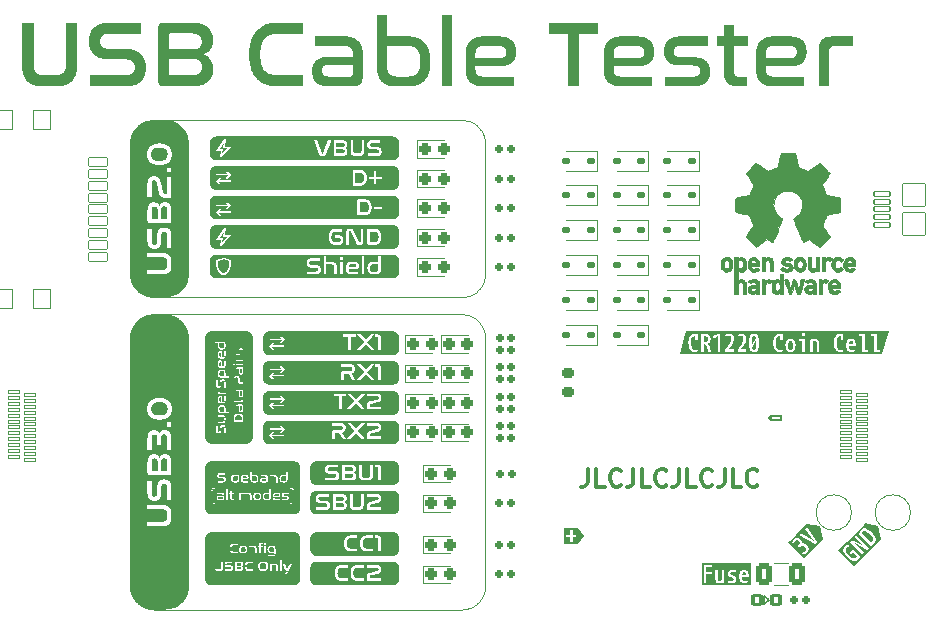
<source format=gbr>
%TF.GenerationSoftware,KiCad,Pcbnew,8.0.3*%
%TF.CreationDate,2024-07-09T14:43:51+12:00*%
%TF.ProjectId,USB Cable Tester,55534220-4361-4626-9c65-205465737465,rev?*%
%TF.SameCoordinates,Original*%
%TF.FileFunction,Legend,Top*%
%TF.FilePolarity,Positive*%
%FSLAX46Y46*%
G04 Gerber Fmt 4.6, Leading zero omitted, Abs format (unit mm)*
G04 Created by KiCad (PCBNEW 8.0.3) date 2024-07-09 14:43:51*
%MOMM*%
%LPD*%
G01*
G04 APERTURE LIST*
G04 Aperture macros list*
%AMRoundRect*
0 Rectangle with rounded corners*
0 $1 Rounding radius*
0 $2 $3 $4 $5 $6 $7 $8 $9 X,Y pos of 4 corners*
0 Add a 4 corners polygon primitive as box body*
4,1,4,$2,$3,$4,$5,$6,$7,$8,$9,$2,$3,0*
0 Add four circle primitives for the rounded corners*
1,1,$1+$1,$2,$3*
1,1,$1+$1,$4,$5*
1,1,$1+$1,$6,$7*
1,1,$1+$1,$8,$9*
0 Add four rect primitives between the rounded corners*
20,1,$1+$1,$2,$3,$4,$5,0*
20,1,$1+$1,$4,$5,$6,$7,0*
20,1,$1+$1,$6,$7,$8,$9,0*
20,1,$1+$1,$8,$9,$2,$3,0*%
%AMFreePoly0*
4,1,20,1.085355,0.835355,1.100000,0.800000,1.100000,0.350000,1.085355,0.314645,1.078673,0.309038,0.600000,-0.026033,0.600000,-0.379290,0.835355,-0.614645,0.850000,-0.650000,0.850000,-0.800000,0.835355,-0.835355,0.800000,-0.850000,-1.050000,-0.850000,-1.085355,-0.835355,-1.100000,-0.800000,-1.100000,0.800000,-1.085355,0.835355,-1.050000,0.850000,1.050000,0.850000,1.085355,0.835355,
1.085355,0.835355,$1*%
%AMFreePoly1*
4,1,20,1.085355,0.835355,1.100000,0.800000,1.100000,-0.800000,1.085355,-0.835355,1.050000,-0.850000,-0.800000,-0.850000,-0.835355,-0.835355,-0.850000,-0.800000,-0.850000,-0.650000,-0.835355,-0.614645,-0.600000,-0.379290,-0.600000,-0.026033,-1.078673,0.309038,-1.099239,0.341311,-1.100000,0.350000,-1.100000,0.800000,-1.085355,0.835355,-1.050000,0.850000,1.050000,0.850000,1.085355,0.835355,
1.085355,0.835355,$1*%
G04 Aperture macros list end*
%ADD10C,0.000000*%
%ADD11C,0.100000*%
%ADD12C,0.300000*%
%ADD13C,0.010000*%
%ADD14C,0.120000*%
%ADD15C,0.160000*%
%ADD16C,1.448000*%
%ADD17RoundRect,0.243750X-0.243750X-0.281250X0.243750X-0.281250X0.243750X0.281250X-0.243750X0.281250X0*%
%ADD18RoundRect,0.160000X-0.210000X0.160000X-0.210000X-0.160000X0.210000X-0.160000X0.210000X0.160000X0*%
%ADD19RoundRect,0.137500X0.212500X0.137500X-0.212500X0.137500X-0.212500X-0.137500X0.212500X-0.137500X0*%
%ADD20RoundRect,0.050000X-0.800000X0.350000X-0.800000X-0.350000X0.800000X-0.350000X0.800000X0.350000X0*%
%ADD21O,3.100000X1.300000*%
%ADD22RoundRect,0.050000X-0.750000X0.800000X-0.750000X-0.800000X0.750000X-0.800000X0.750000X0.800000X0*%
%ADD23C,2.100000*%
%ADD24RoundRect,0.225000X-0.300000X0.225000X-0.300000X-0.225000X0.300000X-0.225000X0.300000X0.225000X0*%
%ADD25C,0.650013*%
%ADD26RoundRect,0.050000X-0.475006X0.150000X-0.475006X-0.150000X0.475006X-0.150000X0.475006X0.150000X0*%
%ADD27O,2.400000X1.100000*%
%ADD28O,2.400000X1.700000*%
%ADD29C,0.700000*%
%ADD30RoundRect,0.050000X0.675000X-0.200000X0.675000X0.200000X-0.675000X0.200000X-0.675000X-0.200000X0*%
%ADD31FreePoly0,90.000000*%
%ADD32O,1.800000X1.100000*%
%ADD33RoundRect,0.050000X0.950000X-0.950000X0.950000X0.950000X-0.950000X0.950000X-0.950000X-0.950000X0*%
%ADD34O,1.800000X0.950000*%
%ADD35FreePoly1,90.000000*%
%ADD36RoundRect,0.160000X0.160000X0.210000X-0.160000X0.210000X-0.160000X-0.210000X0.160000X-0.210000X0*%
%ADD37RoundRect,0.050000X0.475006X-0.150000X0.475006X0.150000X-0.475006X0.150000X-0.475006X-0.150000X0*%
%ADD38C,1.400025*%
%ADD39C,1.600025*%
%ADD40RoundRect,0.725000X0.636396X1.661701X-1.661701X-0.636396X-0.636396X-1.661701X1.661701X0.636396X0*%
%ADD41RoundRect,0.165789X-0.359211X-0.384211X0.359211X-0.384211X0.359211X0.384211X-0.359211X0.384211X0*%
%ADD42RoundRect,0.270000X0.405000X0.655000X-0.405000X0.655000X-0.405000X-0.655000X0.405000X-0.655000X0*%
%ADD43C,0.500000*%
%ADD44C,5.100000*%
G04 APERTURE END LIST*
D10*
G36*
X38712825Y-28663564D02*
G01*
X38738285Y-28665490D01*
X38763368Y-28668662D01*
X38788043Y-28673048D01*
X38812278Y-28678619D01*
X38836044Y-28685342D01*
X38859308Y-28693187D01*
X38882040Y-28702123D01*
X38904208Y-28712119D01*
X38925782Y-28723143D01*
X38946731Y-28735165D01*
X38967024Y-28748154D01*
X38986629Y-28762078D01*
X39005515Y-28776907D01*
X39023652Y-28792610D01*
X39041009Y-28809155D01*
X39057554Y-28826511D01*
X39073257Y-28844648D01*
X39088086Y-28863535D01*
X39102010Y-28883140D01*
X39114999Y-28903432D01*
X39127021Y-28924381D01*
X39138045Y-28945955D01*
X39148041Y-28968124D01*
X39156977Y-28990856D01*
X39164822Y-29014120D01*
X39171545Y-29037885D01*
X39177115Y-29062121D01*
X39181502Y-29086795D01*
X39184674Y-29111878D01*
X39186599Y-29137338D01*
X39187248Y-29163144D01*
X39187248Y-30163083D01*
X39186599Y-30188889D01*
X39184674Y-30214349D01*
X39181502Y-30239432D01*
X39177115Y-30264106D01*
X39171545Y-30288342D01*
X39164822Y-30312107D01*
X39156977Y-30335371D01*
X39148041Y-30358102D01*
X39138045Y-30380271D01*
X39127021Y-30401845D01*
X39114999Y-30422794D01*
X39102010Y-30443086D01*
X39088086Y-30462691D01*
X39073257Y-30481577D01*
X39057554Y-30499715D01*
X39041009Y-30517071D01*
X39023652Y-30533616D01*
X39005515Y-30549319D01*
X38986629Y-30564148D01*
X38967024Y-30578072D01*
X38946731Y-30591061D01*
X38925782Y-30603083D01*
X38904208Y-30614107D01*
X38882040Y-30624103D01*
X38859308Y-30633038D01*
X38836044Y-30640884D01*
X38812278Y-30647607D01*
X38788043Y-30653177D01*
X38763368Y-30657564D01*
X38738285Y-30660736D01*
X38712825Y-30662661D01*
X38687019Y-30663310D01*
X28187402Y-30663310D01*
X28161596Y-30662661D01*
X28136136Y-30660736D01*
X28111054Y-30657564D01*
X28086379Y-30653177D01*
X28062144Y-30647607D01*
X28038378Y-30640884D01*
X28015114Y-30633038D01*
X27992383Y-30624103D01*
X27970214Y-30614107D01*
X27948640Y-30603083D01*
X27927691Y-30591061D01*
X27907399Y-30578072D01*
X27887794Y-30564148D01*
X27868908Y-30549319D01*
X27850770Y-30533616D01*
X27833414Y-30517071D01*
X27816869Y-30499715D01*
X27801166Y-30481577D01*
X27786337Y-30462691D01*
X27772413Y-30443086D01*
X27759424Y-30422794D01*
X27747402Y-30401845D01*
X27736378Y-30380271D01*
X27726382Y-30358102D01*
X27717446Y-30335371D01*
X27709601Y-30312107D01*
X27702878Y-30288342D01*
X27697308Y-30264106D01*
X27692921Y-30239432D01*
X27689749Y-30214349D01*
X27687824Y-30188889D01*
X27687175Y-30163083D01*
X27687175Y-29884029D01*
X28187402Y-29884029D01*
X28520716Y-30217342D01*
X28615283Y-30124326D01*
X28442167Y-29950692D01*
X29453992Y-29950692D01*
X29453992Y-29817367D01*
X28442167Y-29817367D01*
X28615283Y-29644250D01*
X28520716Y-29550717D01*
X28187402Y-29884029D01*
X27687175Y-29884029D01*
X27687175Y-29417392D01*
X28254065Y-29417392D01*
X29265373Y-29417392D01*
X29092257Y-29591024D01*
X29187341Y-29684041D01*
X29520654Y-29350728D01*
X29326351Y-29156425D01*
X29187341Y-29017415D01*
X29092257Y-29110950D01*
X29265373Y-29284066D01*
X28254065Y-29284066D01*
X28254065Y-29417392D01*
X27687175Y-29417392D01*
X27687175Y-29284066D01*
X27687175Y-29163144D01*
X27687824Y-29137338D01*
X27689749Y-29111878D01*
X27692921Y-29086795D01*
X27697308Y-29062121D01*
X27702878Y-29037885D01*
X27709601Y-29014120D01*
X27717446Y-28990856D01*
X27726382Y-28968124D01*
X27736378Y-28945955D01*
X27747402Y-28924381D01*
X27749765Y-28920264D01*
X34487794Y-28920264D01*
X34487794Y-29156425D01*
X34881568Y-29156425D01*
X34881568Y-30270570D01*
X35119796Y-30270570D01*
X35609689Y-30270570D01*
X35901661Y-30270570D01*
X36361581Y-29734685D01*
X36809615Y-30270570D01*
X37097452Y-30270570D01*
X36515576Y-29584306D01*
X36887850Y-29156425D01*
X37093319Y-28920264D01*
X37191504Y-28920264D01*
X37191504Y-29156425D01*
X37313460Y-29156425D01*
X37326428Y-29156783D01*
X37332519Y-29157233D01*
X37338351Y-29157868D01*
X37343930Y-29158689D01*
X37349258Y-29159697D01*
X37354339Y-29160896D01*
X37359177Y-29162287D01*
X37363775Y-29163873D01*
X37368137Y-29165654D01*
X37372267Y-29167635D01*
X37376168Y-29169815D01*
X37379843Y-29172199D01*
X37383297Y-29174787D01*
X37386532Y-29177581D01*
X37389553Y-29180585D01*
X37392363Y-29183800D01*
X37394966Y-29187227D01*
X37397365Y-29190870D01*
X37399564Y-29194730D01*
X37401566Y-29198809D01*
X37403375Y-29203109D01*
X37404995Y-29207633D01*
X37406429Y-29212382D01*
X37407681Y-29217359D01*
X37408755Y-29222566D01*
X37410380Y-29233676D01*
X37411334Y-29245730D01*
X37411646Y-29258744D01*
X37411646Y-30270570D01*
X37647806Y-30270570D01*
X37647806Y-29242725D01*
X37646980Y-29200541D01*
X37644396Y-29161685D01*
X37639891Y-29126073D01*
X37636869Y-29109458D01*
X37633307Y-29093622D01*
X37629185Y-29078555D01*
X37624483Y-29064247D01*
X37619180Y-29050687D01*
X37613257Y-29037864D01*
X37606693Y-29025770D01*
X37599469Y-29014392D01*
X37591565Y-29003720D01*
X37582960Y-28993745D01*
X37573634Y-28984455D01*
X37563567Y-28975840D01*
X37552740Y-28967890D01*
X37541131Y-28960594D01*
X37528722Y-28953941D01*
X37515492Y-28947922D01*
X37501420Y-28942526D01*
X37486487Y-28937743D01*
X37470673Y-28933561D01*
X37453958Y-28929970D01*
X37436321Y-28926961D01*
X37417743Y-28924522D01*
X37377682Y-28921315D01*
X37333614Y-28920264D01*
X37191504Y-28920264D01*
X37093319Y-28920264D01*
X36801347Y-28920264D01*
X36367782Y-29418426D01*
X35953337Y-28920264D01*
X35665499Y-28920264D01*
X36213785Y-29566735D01*
X35609689Y-30270570D01*
X35119796Y-30270570D01*
X35119796Y-29156425D01*
X35513571Y-29156425D01*
X35513571Y-28920264D01*
X34487794Y-28920264D01*
X27749765Y-28920264D01*
X27759424Y-28903432D01*
X27772413Y-28883140D01*
X27786337Y-28863535D01*
X27801166Y-28844648D01*
X27816869Y-28826511D01*
X27833414Y-28809155D01*
X27850770Y-28792610D01*
X27868908Y-28776907D01*
X27887794Y-28762078D01*
X27907399Y-28748154D01*
X27927691Y-28735165D01*
X27948640Y-28723143D01*
X27970214Y-28712119D01*
X27992383Y-28702123D01*
X28015114Y-28693187D01*
X28038378Y-28685342D01*
X28062144Y-28678619D01*
X28086379Y-28673048D01*
X28111054Y-28668662D01*
X28136136Y-28665490D01*
X28161596Y-28663564D01*
X28187402Y-28662915D01*
X38687019Y-28662915D01*
X38712825Y-28663564D01*
G37*
G36*
X19333864Y-39412772D02*
G01*
X19348348Y-39414226D01*
X19362427Y-39416266D01*
X19376095Y-39418895D01*
X19389347Y-39422117D01*
X19402176Y-39425934D01*
X19414577Y-39430349D01*
X19426542Y-39435364D01*
X19438067Y-39440984D01*
X19449145Y-39447210D01*
X19459769Y-39454046D01*
X19469935Y-39461494D01*
X19479635Y-39469558D01*
X19488864Y-39478240D01*
X19497615Y-39487543D01*
X19505884Y-39497470D01*
X19513662Y-39508024D01*
X19520946Y-39519208D01*
X19527727Y-39531024D01*
X19534001Y-39543476D01*
X19539762Y-39556567D01*
X19545002Y-39570298D01*
X19549717Y-39584675D01*
X19553899Y-39599698D01*
X19557544Y-39615371D01*
X19560644Y-39631698D01*
X19563195Y-39648680D01*
X19566621Y-39684623D01*
X19567774Y-39723224D01*
X19567774Y-40413619D01*
X19567666Y-40418010D01*
X19567337Y-40422176D01*
X19567087Y-40424172D01*
X19566778Y-40426109D01*
X19566410Y-40427985D01*
X19565981Y-40429801D01*
X19565491Y-40431554D01*
X19564937Y-40433244D01*
X19564320Y-40434870D01*
X19563637Y-40436430D01*
X19562889Y-40437924D01*
X19562074Y-40439351D01*
X19561190Y-40440709D01*
X19560237Y-40441999D01*
X19559214Y-40443217D01*
X19558120Y-40444365D01*
X19556953Y-40445440D01*
X19555712Y-40446442D01*
X19554397Y-40447370D01*
X19553006Y-40448222D01*
X19551539Y-40448998D01*
X19549993Y-40449696D01*
X19548369Y-40450316D01*
X19546665Y-40450857D01*
X19544880Y-40451317D01*
X19543013Y-40451696D01*
X19541062Y-40451992D01*
X19539027Y-40452205D01*
X19536907Y-40452333D01*
X19534701Y-40452376D01*
X19042741Y-40452376D01*
X19042741Y-39723224D01*
X19043004Y-39704118D01*
X19043793Y-39685612D01*
X19045106Y-39667706D01*
X19046941Y-39650402D01*
X19049296Y-39633700D01*
X19052171Y-39617599D01*
X19055562Y-39602101D01*
X19059470Y-39587206D01*
X19063892Y-39572914D01*
X19068826Y-39559226D01*
X19074270Y-39546141D01*
X19080224Y-39533661D01*
X19086686Y-39521786D01*
X19093653Y-39510516D01*
X19101125Y-39499851D01*
X19109099Y-39489793D01*
X19117574Y-39480341D01*
X19126549Y-39471496D01*
X19136021Y-39463258D01*
X19145989Y-39455628D01*
X19156452Y-39448606D01*
X19167408Y-39442192D01*
X19178854Y-39436388D01*
X19190791Y-39431192D01*
X19203215Y-39426607D01*
X19216125Y-39422631D01*
X19229520Y-39419266D01*
X19243398Y-39416512D01*
X19257757Y-39414369D01*
X19272596Y-39412838D01*
X19287914Y-39411919D01*
X19303707Y-39411613D01*
X19333864Y-39412772D01*
G37*
G36*
X28484854Y-46943461D02*
G01*
X28493516Y-46944122D01*
X28501824Y-46945053D01*
X28509784Y-46946255D01*
X28517399Y-46947731D01*
X28524673Y-46949483D01*
X28531610Y-46951515D01*
X28538216Y-46953829D01*
X28544493Y-46956427D01*
X28550447Y-46959313D01*
X28556080Y-46962487D01*
X28561399Y-46965954D01*
X28566405Y-46969715D01*
X28571105Y-46973774D01*
X28575502Y-46978132D01*
X28579600Y-46982793D01*
X28583403Y-46987759D01*
X28586916Y-46993032D01*
X28590142Y-46998615D01*
X28593086Y-47004511D01*
X28595753Y-47010722D01*
X28598145Y-47017251D01*
X28600268Y-47024100D01*
X28602126Y-47031272D01*
X28603722Y-47038769D01*
X28605062Y-47046595D01*
X28606148Y-47054751D01*
X28607579Y-47072065D01*
X28608048Y-47090732D01*
X28608048Y-47312938D01*
X28340364Y-47312938D01*
X28320593Y-47312284D01*
X28311232Y-47311462D01*
X28302218Y-47310304D01*
X28293548Y-47308808D01*
X28285222Y-47306971D01*
X28277236Y-47304788D01*
X28269588Y-47302256D01*
X28262277Y-47299373D01*
X28255301Y-47296133D01*
X28248657Y-47292535D01*
X28242343Y-47288574D01*
X28236358Y-47284248D01*
X28230698Y-47279551D01*
X28225363Y-47274482D01*
X28220350Y-47269037D01*
X28215656Y-47263212D01*
X28211281Y-47257005D01*
X28207221Y-47250410D01*
X28203475Y-47243425D01*
X28200041Y-47236047D01*
X28196916Y-47228272D01*
X28194098Y-47220097D01*
X28191586Y-47211518D01*
X28189378Y-47202532D01*
X28187470Y-47193135D01*
X28184551Y-47173095D01*
X28182811Y-47151372D01*
X28182235Y-47127936D01*
X28182811Y-47104502D01*
X28183534Y-47093428D01*
X28184551Y-47082779D01*
X28185862Y-47072550D01*
X28187470Y-47062739D01*
X28189378Y-47053343D01*
X28191586Y-47044356D01*
X28194098Y-47035777D01*
X28196916Y-47027602D01*
X28200041Y-47019827D01*
X28203475Y-47012449D01*
X28207221Y-47005465D01*
X28211281Y-46998870D01*
X28215656Y-46992662D01*
X28220350Y-46986837D01*
X28225363Y-46981392D01*
X28230698Y-46976323D01*
X28236358Y-46971627D01*
X28242343Y-46967300D01*
X28248657Y-46963339D01*
X28255301Y-46959740D01*
X28262277Y-46956501D01*
X28269588Y-46953617D01*
X28277236Y-46951085D01*
X28285222Y-46948902D01*
X28293548Y-46947065D01*
X28302218Y-46945569D01*
X28311232Y-46944411D01*
X28320593Y-46943589D01*
X28330303Y-46943098D01*
X28340364Y-46942935D01*
X28466455Y-46942935D01*
X28484854Y-46943461D01*
G37*
G36*
X38712825Y-39659273D02*
G01*
X38738285Y-39661194D01*
X38763368Y-39664359D01*
X38788043Y-39668736D01*
X38812278Y-39674295D01*
X38836044Y-39681005D01*
X38859308Y-39688834D01*
X38882040Y-39697753D01*
X38904208Y-39707729D01*
X38925782Y-39718733D01*
X38946731Y-39730734D01*
X38967024Y-39743700D01*
X38986629Y-39757602D01*
X39005515Y-39772407D01*
X39023652Y-39788086D01*
X39041009Y-39804607D01*
X39057554Y-39821939D01*
X39073257Y-39840052D01*
X39088086Y-39858915D01*
X39102010Y-39878497D01*
X39114999Y-39898767D01*
X39127021Y-39919695D01*
X39138045Y-39941249D01*
X39148041Y-39963398D01*
X39156977Y-39986113D01*
X39164822Y-40009361D01*
X39171545Y-40033112D01*
X39177115Y-40057336D01*
X39181502Y-40082002D01*
X39184674Y-40107077D01*
X39186599Y-40132533D01*
X39187248Y-40158338D01*
X39187248Y-41158277D01*
X39186599Y-41184083D01*
X39184674Y-41209542D01*
X39181502Y-41234625D01*
X39177115Y-41259300D01*
X39171545Y-41283535D01*
X39164822Y-41307300D01*
X39156977Y-41330564D01*
X39148041Y-41353296D01*
X39138045Y-41375464D01*
X39127021Y-41397038D01*
X39114999Y-41417987D01*
X39102010Y-41438279D01*
X39088086Y-41457884D01*
X39073257Y-41476771D01*
X39057554Y-41494908D01*
X39041009Y-41512265D01*
X39023652Y-41528810D01*
X39005515Y-41544512D01*
X38986629Y-41559341D01*
X38967024Y-41573265D01*
X38946731Y-41586254D01*
X38925782Y-41598276D01*
X38904208Y-41609300D01*
X38882040Y-41619296D01*
X38859308Y-41628232D01*
X38836044Y-41636077D01*
X38812278Y-41642800D01*
X38788043Y-41648371D01*
X38763368Y-41652757D01*
X38738285Y-41655929D01*
X38712825Y-41657855D01*
X38687019Y-41658504D01*
X32187159Y-41658504D01*
X32161354Y-41657855D01*
X32135898Y-41655929D01*
X32110822Y-41652757D01*
X32086157Y-41648371D01*
X32061933Y-41642800D01*
X32038182Y-41636077D01*
X32014934Y-41628232D01*
X31992219Y-41619296D01*
X31970070Y-41609300D01*
X31948516Y-41598276D01*
X31927588Y-41586254D01*
X31907318Y-41573265D01*
X31887736Y-41559341D01*
X31868873Y-41544512D01*
X31850760Y-41528810D01*
X31833428Y-41512265D01*
X31816907Y-41494908D01*
X31801229Y-41476771D01*
X31786423Y-41457884D01*
X31772522Y-41438279D01*
X31759556Y-41417987D01*
X31747555Y-41397038D01*
X31736551Y-41375464D01*
X31726574Y-41353296D01*
X31717656Y-41330564D01*
X31709826Y-41307300D01*
X31703117Y-41283535D01*
X31697558Y-41259300D01*
X31693181Y-41234625D01*
X31690016Y-41209542D01*
X31688095Y-41184083D01*
X31687448Y-41158277D01*
X31687448Y-40320085D01*
X32927682Y-40320085D01*
X32928712Y-40355442D01*
X32931990Y-40390804D01*
X32937798Y-40425854D01*
X32946417Y-40460278D01*
X32958128Y-40493761D01*
X32965231Y-40510051D01*
X32973213Y-40525987D01*
X32982109Y-40541529D01*
X32991954Y-40556640D01*
X33002784Y-40571278D01*
X33014633Y-40585405D01*
X33027536Y-40598981D01*
X33041530Y-40611967D01*
X33056648Y-40624324D01*
X33072927Y-40636011D01*
X33090401Y-40646990D01*
X33109106Y-40657221D01*
X33129077Y-40666665D01*
X33150349Y-40675282D01*
X33172957Y-40683032D01*
X33196936Y-40689878D01*
X33222322Y-40695778D01*
X33249150Y-40700694D01*
X33277455Y-40704586D01*
X33307272Y-40707415D01*
X33338636Y-40709141D01*
X33371583Y-40709725D01*
X33685775Y-40709725D01*
X33700988Y-40709958D01*
X33715510Y-40710645D01*
X33729356Y-40711774D01*
X33742539Y-40713333D01*
X33755072Y-40715307D01*
X33766969Y-40717684D01*
X33778245Y-40720450D01*
X33788911Y-40723592D01*
X33798982Y-40727098D01*
X33808472Y-40730954D01*
X33817394Y-40735146D01*
X33825762Y-40739662D01*
X33833589Y-40744489D01*
X33840889Y-40749613D01*
X33847675Y-40755021D01*
X33853962Y-40760700D01*
X33859762Y-40766636D01*
X33865089Y-40772818D01*
X33869957Y-40779231D01*
X33874380Y-40785862D01*
X33878371Y-40792698D01*
X33881943Y-40799727D01*
X33885111Y-40806934D01*
X33887887Y-40814307D01*
X33890286Y-40821832D01*
X33892321Y-40829497D01*
X33894006Y-40837287D01*
X33895353Y-40845191D01*
X33897093Y-40861285D01*
X33897649Y-40877673D01*
X33896966Y-40895715D01*
X33894905Y-40913049D01*
X33893353Y-40921430D01*
X33891449Y-40929611D01*
X33889193Y-40937583D01*
X33886581Y-40945339D01*
X33883611Y-40952871D01*
X33880282Y-40960171D01*
X33876591Y-40967231D01*
X33872536Y-40974043D01*
X33868114Y-40980599D01*
X33863325Y-40986892D01*
X33858164Y-40992913D01*
X33852631Y-40998655D01*
X33846723Y-41004110D01*
X33840437Y-41009271D01*
X33833772Y-41014128D01*
X33826726Y-41018674D01*
X33819296Y-41022902D01*
X33811480Y-41026804D01*
X33803275Y-41030371D01*
X33794681Y-41033596D01*
X33785694Y-41036472D01*
X33776312Y-41038989D01*
X33766534Y-41041141D01*
X33756357Y-41042919D01*
X33745778Y-41044315D01*
X33734796Y-41045323D01*
X33723408Y-41045933D01*
X33711613Y-41046138D01*
X32951453Y-41046138D01*
X32951453Y-41281783D01*
X33703344Y-41281783D01*
X33731678Y-41281295D01*
X33758936Y-41279843D01*
X33785129Y-41277446D01*
X33810271Y-41274126D01*
X33834371Y-41269901D01*
X33857442Y-41264791D01*
X33879495Y-41258816D01*
X33900542Y-41251995D01*
X33920595Y-41244349D01*
X33939664Y-41235897D01*
X33957761Y-41226658D01*
X33974898Y-41216653D01*
X33991087Y-41205901D01*
X34006339Y-41194422D01*
X34020665Y-41182236D01*
X34031629Y-41171712D01*
X34395808Y-41171712D01*
X34396227Y-41185143D01*
X34396751Y-41191526D01*
X34397487Y-41197688D01*
X34398435Y-41203628D01*
X34399597Y-41209349D01*
X34400972Y-41214849D01*
X34402562Y-41220129D01*
X34404367Y-41225190D01*
X34406390Y-41230031D01*
X34408629Y-41234654D01*
X34411087Y-41239058D01*
X34413764Y-41243245D01*
X34416662Y-41247213D01*
X34419780Y-41250964D01*
X34423120Y-41254497D01*
X34426682Y-41257814D01*
X34430468Y-41260915D01*
X34434479Y-41263799D01*
X34438714Y-41266468D01*
X34443176Y-41268921D01*
X34447865Y-41271159D01*
X34452782Y-41273182D01*
X34457927Y-41274991D01*
X34463303Y-41276586D01*
X34468908Y-41277967D01*
X34474745Y-41279134D01*
X34480814Y-41280089D01*
X34487117Y-41280831D01*
X34493653Y-41281360D01*
X34507431Y-41281783D01*
X35107393Y-41281783D01*
X35136669Y-41281329D01*
X35164876Y-41279978D01*
X35192025Y-41277747D01*
X35218123Y-41274655D01*
X35243181Y-41270719D01*
X35267207Y-41265956D01*
X35290211Y-41260385D01*
X35312201Y-41254022D01*
X35333187Y-41246886D01*
X35353177Y-41238993D01*
X35372181Y-41230363D01*
X35390209Y-41221011D01*
X35407268Y-41210956D01*
X35423368Y-41200215D01*
X35438518Y-41188807D01*
X35452728Y-41176748D01*
X35466006Y-41164056D01*
X35478361Y-41150749D01*
X35489803Y-41136845D01*
X35500341Y-41122360D01*
X35509983Y-41107313D01*
X35518740Y-41091721D01*
X35526619Y-41075602D01*
X35533630Y-41058974D01*
X35539782Y-41041853D01*
X35545085Y-41024258D01*
X35549546Y-41006207D01*
X35553176Y-40987716D01*
X35555984Y-40968803D01*
X35557978Y-40949487D01*
X35559168Y-40929784D01*
X35559563Y-40909713D01*
X35559352Y-40895252D01*
X35558723Y-40881117D01*
X35557678Y-40867308D01*
X35556219Y-40853823D01*
X35555937Y-40851834D01*
X35554351Y-40840659D01*
X35552075Y-40827817D01*
X35549396Y-40815294D01*
X35546315Y-40803089D01*
X35542835Y-40791201D01*
X35538960Y-40779627D01*
X35534692Y-40768367D01*
X35530035Y-40757419D01*
X35524991Y-40746781D01*
X35519564Y-40736453D01*
X35513755Y-40726432D01*
X35507569Y-40716717D01*
X35501007Y-40707307D01*
X35494074Y-40698201D01*
X35486771Y-40689396D01*
X35479102Y-40680891D01*
X35471070Y-40672685D01*
X35462677Y-40664776D01*
X35453927Y-40657164D01*
X35444823Y-40649845D01*
X35435366Y-40642820D01*
X35425562Y-40636086D01*
X35415411Y-40629642D01*
X35404918Y-40623487D01*
X35394084Y-40617619D01*
X35382914Y-40612036D01*
X35359574Y-40601722D01*
X35382515Y-40591830D01*
X35404077Y-40580886D01*
X35424247Y-40568863D01*
X35443010Y-40555733D01*
X35460353Y-40541470D01*
X35476261Y-40526047D01*
X35490721Y-40509436D01*
X35503718Y-40491609D01*
X35515239Y-40472541D01*
X35525269Y-40452203D01*
X35533795Y-40430568D01*
X35540801Y-40407610D01*
X35546276Y-40383301D01*
X35550203Y-40357614D01*
X35552570Y-40330522D01*
X35553362Y-40301997D01*
X35551783Y-40261587D01*
X35546998Y-40222935D01*
X35543379Y-40204304D01*
X35538931Y-40186157D01*
X35533645Y-40168508D01*
X35527510Y-40151372D01*
X35520517Y-40134763D01*
X35512659Y-40118696D01*
X35503924Y-40103186D01*
X35494304Y-40088247D01*
X35483789Y-40073894D01*
X35472371Y-40060141D01*
X35460039Y-40047004D01*
X35446785Y-40034496D01*
X35432600Y-40022633D01*
X35417473Y-40011429D01*
X35401397Y-40000900D01*
X35384361Y-39991058D01*
X35366356Y-39981920D01*
X35347373Y-39973499D01*
X35327403Y-39965811D01*
X35306436Y-39958870D01*
X35284463Y-39952691D01*
X35261475Y-39947288D01*
X35237463Y-39942676D01*
X35212417Y-39938870D01*
X35186328Y-39935884D01*
X35159186Y-39933733D01*
X35101709Y-39931995D01*
X35823628Y-39931995D01*
X35823628Y-40851834D01*
X35824062Y-40878055D01*
X35825363Y-40903465D01*
X35827528Y-40928063D01*
X35830557Y-40951848D01*
X35834448Y-40974818D01*
X35839199Y-40996972D01*
X35844809Y-41018309D01*
X35851277Y-41038827D01*
X35858601Y-41058524D01*
X35866779Y-41077399D01*
X35875809Y-41095451D01*
X35885692Y-41112678D01*
X35896424Y-41129079D01*
X35908004Y-41144652D01*
X35920431Y-41159396D01*
X35933704Y-41173309D01*
X35947820Y-41186390D01*
X35962778Y-41198638D01*
X35978577Y-41210051D01*
X35995215Y-41220628D01*
X36012691Y-41230366D01*
X36031003Y-41239266D01*
X36050150Y-41247325D01*
X36070130Y-41254541D01*
X36090941Y-41260914D01*
X36112583Y-41266442D01*
X36135053Y-41271124D01*
X36158350Y-41274957D01*
X36182473Y-41277941D01*
X36207419Y-41280075D01*
X36233188Y-41281356D01*
X36259778Y-41281783D01*
X36543482Y-41281783D01*
X36570078Y-41281356D01*
X36595864Y-41280075D01*
X36620839Y-41277941D01*
X36644999Y-41274957D01*
X36668343Y-41271124D01*
X36690868Y-41266442D01*
X36712572Y-41260914D01*
X36733453Y-41254541D01*
X36753509Y-41247325D01*
X36772736Y-41239266D01*
X36791134Y-41230366D01*
X36808699Y-41220628D01*
X36825429Y-41210051D01*
X36841323Y-41198638D01*
X36856377Y-41186390D01*
X36870590Y-41173309D01*
X36883959Y-41159396D01*
X36896482Y-41144652D01*
X36908157Y-41129079D01*
X36918981Y-41112678D01*
X36928953Y-41095451D01*
X36938069Y-41077399D01*
X36946328Y-41058524D01*
X36953727Y-41038827D01*
X36960264Y-41018309D01*
X36965937Y-40996972D01*
X36970743Y-40974818D01*
X36974681Y-40951848D01*
X36977747Y-40928063D01*
X36979941Y-40903465D01*
X36981258Y-40878055D01*
X36981698Y-40851834D01*
X36981698Y-40168157D01*
X36981698Y-39931995D01*
X37191504Y-39931995D01*
X37191504Y-40168157D01*
X37313460Y-40168157D01*
X37326428Y-40168509D01*
X37332519Y-40168953D01*
X37338351Y-40169578D01*
X37343930Y-40170387D01*
X37349258Y-40171382D01*
X37354339Y-40172565D01*
X37359177Y-40173938D01*
X37363775Y-40175505D01*
X37368137Y-40177266D01*
X37372267Y-40179225D01*
X37376168Y-40181383D01*
X37379843Y-40183743D01*
X37383297Y-40186308D01*
X37386532Y-40189078D01*
X37389553Y-40192058D01*
X37392363Y-40195248D01*
X37394966Y-40198652D01*
X37397365Y-40202270D01*
X37399564Y-40206107D01*
X37401566Y-40210164D01*
X37403375Y-40214443D01*
X37404995Y-40218946D01*
X37406429Y-40223677D01*
X37407681Y-40228636D01*
X37408755Y-40233827D01*
X37409653Y-40239252D01*
X37410380Y-40244912D01*
X37411334Y-40256949D01*
X37411646Y-40269958D01*
X37411646Y-41281783D01*
X37647806Y-41281783D01*
X37647806Y-40253938D01*
X37646980Y-40211760D01*
X37644396Y-40172921D01*
X37639891Y-40137334D01*
X37636869Y-40120734D01*
X37633307Y-40104916D01*
X37629185Y-40089868D01*
X37624483Y-40075580D01*
X37619180Y-40062041D01*
X37613257Y-40049241D01*
X37606694Y-40037169D01*
X37599470Y-40025815D01*
X37591565Y-40015168D01*
X37582960Y-40005216D01*
X37573634Y-39995951D01*
X37563568Y-39987360D01*
X37552740Y-39979433D01*
X37541132Y-39972160D01*
X37528722Y-39965530D01*
X37515492Y-39959533D01*
X37501421Y-39954157D01*
X37486488Y-39949392D01*
X37470674Y-39945228D01*
X37453958Y-39941653D01*
X37436322Y-39938657D01*
X37417743Y-39936230D01*
X37377682Y-39933039D01*
X37333614Y-39931995D01*
X37191504Y-39931995D01*
X36981698Y-39931995D01*
X36749671Y-39931995D01*
X36749671Y-40833749D01*
X36748845Y-40858216D01*
X36747810Y-40869951D01*
X36746357Y-40881347D01*
X36744485Y-40892401D01*
X36742190Y-40903108D01*
X36739471Y-40913464D01*
X36736326Y-40923465D01*
X36732752Y-40933107D01*
X36728748Y-40942386D01*
X36724312Y-40951297D01*
X36719441Y-40959836D01*
X36714133Y-40968000D01*
X36708386Y-40975783D01*
X36702198Y-40983182D01*
X36695566Y-40990193D01*
X36688490Y-40996811D01*
X36680966Y-41003033D01*
X36672992Y-41008853D01*
X36664567Y-41014268D01*
X36655688Y-41019275D01*
X36646353Y-41023867D01*
X36636560Y-41028042D01*
X36626307Y-41031796D01*
X36615592Y-41035123D01*
X36604412Y-41038020D01*
X36592765Y-41040483D01*
X36580651Y-41042508D01*
X36568065Y-41044090D01*
X36555006Y-41045225D01*
X36541473Y-41045909D01*
X36527462Y-41046138D01*
X36287683Y-41046138D01*
X36273315Y-41045909D01*
X36259457Y-41045225D01*
X36246105Y-41044090D01*
X36233258Y-41042508D01*
X36220909Y-41040483D01*
X36209057Y-41038020D01*
X36197698Y-41035123D01*
X36186828Y-41031796D01*
X36176443Y-41028042D01*
X36166540Y-41023867D01*
X36157116Y-41019275D01*
X36148167Y-41014268D01*
X36139688Y-41008853D01*
X36131678Y-41003033D01*
X36124131Y-40996811D01*
X36117046Y-40990193D01*
X36110417Y-40983182D01*
X36104242Y-40975783D01*
X36098516Y-40968000D01*
X36093237Y-40959836D01*
X36088401Y-40951297D01*
X36084004Y-40942386D01*
X36080043Y-40933107D01*
X36076513Y-40923465D01*
X36073413Y-40913464D01*
X36070737Y-40903108D01*
X36068483Y-40892401D01*
X36066646Y-40881347D01*
X36065224Y-40869951D01*
X36064213Y-40858216D01*
X36063408Y-40833749D01*
X36063408Y-39931995D01*
X35823628Y-39931995D01*
X35101709Y-39931995D01*
X34507431Y-39931995D01*
X34493653Y-39932418D01*
X34487117Y-39932947D01*
X34480814Y-39933689D01*
X34474745Y-39934644D01*
X34468908Y-39935811D01*
X34463303Y-39937192D01*
X34457927Y-39938787D01*
X34452782Y-39940596D01*
X34447865Y-39942619D01*
X34443176Y-39944857D01*
X34438714Y-39947310D01*
X34434479Y-39949979D01*
X34430468Y-39952863D01*
X34426682Y-39955963D01*
X34423120Y-39959280D01*
X34419780Y-39962814D01*
X34416662Y-39966565D01*
X34413764Y-39970533D01*
X34411087Y-39974719D01*
X34408629Y-39979123D01*
X34406390Y-39983746D01*
X34404367Y-39988588D01*
X34402562Y-39993649D01*
X34400972Y-39998929D01*
X34399597Y-40004429D01*
X34398435Y-40010149D01*
X34397487Y-40016090D01*
X34396751Y-40022252D01*
X34396227Y-40028635D01*
X34395808Y-40042066D01*
X34395808Y-41171712D01*
X34031629Y-41171712D01*
X34034077Y-41169362D01*
X34046587Y-41155820D01*
X34058207Y-41141630D01*
X34068947Y-41126811D01*
X34078819Y-41111383D01*
X34087835Y-41095366D01*
X34096007Y-41078780D01*
X34103345Y-41061645D01*
X34109862Y-41043979D01*
X34115569Y-41025803D01*
X34120478Y-41007136D01*
X34124600Y-40987999D01*
X34127946Y-40968411D01*
X34130529Y-40948391D01*
X34132359Y-40927960D01*
X34133810Y-40885942D01*
X34132752Y-40849503D01*
X34129386Y-40813145D01*
X34123426Y-40777181D01*
X34114586Y-40741924D01*
X34102579Y-40707689D01*
X34095298Y-40691051D01*
X34087118Y-40674787D01*
X34078004Y-40658934D01*
X34067918Y-40643532D01*
X34056826Y-40628620D01*
X34044692Y-40614237D01*
X34031480Y-40600423D01*
X34017153Y-40587216D01*
X34001677Y-40574655D01*
X33985016Y-40562781D01*
X33967133Y-40551632D01*
X33947993Y-40541246D01*
X33927560Y-40531664D01*
X33905798Y-40522924D01*
X33882672Y-40515066D01*
X33858146Y-40508129D01*
X33832183Y-40502152D01*
X33804748Y-40497173D01*
X33775806Y-40493233D01*
X33745320Y-40490370D01*
X33713254Y-40488623D01*
X33679574Y-40488032D01*
X33363314Y-40488032D01*
X33348839Y-40487806D01*
X33335030Y-40487134D01*
X33321874Y-40486032D01*
X33309357Y-40484512D01*
X33297466Y-40482589D01*
X33286186Y-40480275D01*
X33275505Y-40477586D01*
X33265409Y-40474533D01*
X33255885Y-40471131D01*
X33246918Y-40467393D01*
X33238495Y-40463334D01*
X33230603Y-40458966D01*
X33223228Y-40454304D01*
X33216356Y-40449360D01*
X33209975Y-40444149D01*
X33204070Y-40438684D01*
X33198628Y-40432979D01*
X33193635Y-40427047D01*
X33189078Y-40420902D01*
X33184943Y-40414558D01*
X33181217Y-40408028D01*
X33177886Y-40401326D01*
X33174937Y-40394465D01*
X33172356Y-40387460D01*
X33170129Y-40380323D01*
X33168243Y-40373069D01*
X33166684Y-40365711D01*
X33165439Y-40358262D01*
X33163836Y-40343148D01*
X33163326Y-40327836D01*
X33163965Y-40310552D01*
X33165894Y-40293987D01*
X33167349Y-40285990D01*
X33169134Y-40278194D01*
X33171251Y-40270605D01*
X33173704Y-40263230D01*
X33176494Y-40256075D01*
X33179624Y-40249148D01*
X33183097Y-40242456D01*
X33186914Y-40236004D01*
X33191080Y-40229801D01*
X33195595Y-40223852D01*
X33200462Y-40218165D01*
X33205685Y-40212746D01*
X33211265Y-40207603D01*
X33217204Y-40202743D01*
X33223507Y-40198171D01*
X33230174Y-40193895D01*
X33237208Y-40189922D01*
X33244612Y-40186259D01*
X33252389Y-40182912D01*
X33260540Y-40179888D01*
X33269069Y-40177194D01*
X33277977Y-40174838D01*
X33287268Y-40172825D01*
X33296944Y-40171162D01*
X33307006Y-40169858D01*
X33317459Y-40168917D01*
X33328303Y-40168348D01*
X33339542Y-40168157D01*
X34031490Y-40168157D01*
X34031490Y-40042066D01*
X34031490Y-39931995D01*
X33347811Y-39931995D01*
X33320211Y-39932472D01*
X33293654Y-39933892D01*
X33268129Y-39936235D01*
X33243626Y-39939483D01*
X33220132Y-39943616D01*
X33197638Y-39948614D01*
X33176132Y-39954460D01*
X33155603Y-39961134D01*
X33136041Y-39968616D01*
X33117435Y-39976889D01*
X33099772Y-39985932D01*
X33083044Y-39995726D01*
X33067238Y-40006254D01*
X33052344Y-40017494D01*
X33038350Y-40029430D01*
X33025247Y-40042040D01*
X33013022Y-40055307D01*
X33001665Y-40069211D01*
X32991166Y-40083732D01*
X32981512Y-40098853D01*
X32972693Y-40114554D01*
X32964699Y-40130816D01*
X32957518Y-40147620D01*
X32951140Y-40164946D01*
X32945552Y-40182776D01*
X32940746Y-40201090D01*
X32936708Y-40219870D01*
X32933430Y-40239097D01*
X32930899Y-40258750D01*
X32929104Y-40278812D01*
X32927682Y-40320085D01*
X31687448Y-40320085D01*
X31687448Y-40158338D01*
X31688095Y-40132533D01*
X31690016Y-40107077D01*
X31693181Y-40082002D01*
X31697558Y-40057336D01*
X31703117Y-40033112D01*
X31709826Y-40009361D01*
X31717656Y-39986113D01*
X31726574Y-39963398D01*
X31736551Y-39941249D01*
X31747555Y-39919695D01*
X31759556Y-39898767D01*
X31772522Y-39878497D01*
X31786423Y-39858915D01*
X31801229Y-39840052D01*
X31816907Y-39821939D01*
X31833428Y-39804607D01*
X31850760Y-39788086D01*
X31868873Y-39772407D01*
X31887736Y-39757602D01*
X31907318Y-39743700D01*
X31927588Y-39730734D01*
X31948516Y-39718733D01*
X31970070Y-39707729D01*
X31992219Y-39697753D01*
X32014934Y-39688834D01*
X32038182Y-39681005D01*
X32061933Y-39674295D01*
X32086157Y-39668736D01*
X32110822Y-39664359D01*
X32135898Y-39661194D01*
X32161354Y-39659273D01*
X32187159Y-39658626D01*
X38687019Y-39658626D01*
X38712825Y-39659273D01*
G37*
G36*
X24243342Y-29648338D02*
G01*
X24261423Y-29649769D01*
X24269931Y-29650855D01*
X24278088Y-29652194D01*
X24285898Y-29653791D01*
X24293364Y-29655648D01*
X24300488Y-29657771D01*
X24307274Y-29660164D01*
X24313724Y-29662830D01*
X24319843Y-29665775D01*
X24325633Y-29669001D01*
X24331097Y-29672514D01*
X24336238Y-29676317D01*
X24341060Y-29680415D01*
X24345565Y-29684811D01*
X24349757Y-29689511D01*
X24353639Y-29694518D01*
X24357214Y-29699836D01*
X24360485Y-29705470D01*
X24363455Y-29711424D01*
X24366128Y-29717701D01*
X24368506Y-29724306D01*
X24370592Y-29731244D01*
X24372390Y-29738518D01*
X24373903Y-29746133D01*
X24375134Y-29754093D01*
X24376086Y-29762401D01*
X24376762Y-29771063D01*
X24377299Y-29789462D01*
X24377299Y-29915553D01*
X24376632Y-29935325D01*
X24374606Y-29953700D01*
X24373072Y-29962369D01*
X24371186Y-29970696D01*
X24368943Y-29978682D01*
X24366338Y-29986329D01*
X24363368Y-29993640D01*
X24360027Y-30000617D01*
X24356312Y-30007261D01*
X24352218Y-30013574D01*
X24347740Y-30019560D01*
X24342875Y-30025219D01*
X24337618Y-30030554D01*
X24331964Y-30035567D01*
X24325910Y-30040261D01*
X24319450Y-30044636D01*
X24312581Y-30048696D01*
X24305298Y-30052442D01*
X24297597Y-30055876D01*
X24289473Y-30059001D01*
X24280922Y-30061818D01*
X24271940Y-30064330D01*
X24252664Y-30068447D01*
X24231610Y-30071366D01*
X24208744Y-30073106D01*
X24184029Y-30073682D01*
X24159303Y-30073106D01*
X24147627Y-30072382D01*
X24136404Y-30071366D01*
X24125629Y-30070055D01*
X24115299Y-30068447D01*
X24105410Y-30066539D01*
X24095957Y-30064330D01*
X24086937Y-30061818D01*
X24078346Y-30059001D01*
X24070179Y-30055876D01*
X24062433Y-30052442D01*
X24055104Y-30048696D01*
X24048188Y-30044636D01*
X24041681Y-30040261D01*
X24035578Y-30035567D01*
X24029876Y-30030554D01*
X24024571Y-30025219D01*
X24019658Y-30019560D01*
X24015135Y-30013574D01*
X24010996Y-30007261D01*
X24007238Y-30000617D01*
X24003857Y-29993640D01*
X24000848Y-29986329D01*
X23998209Y-29978682D01*
X23995934Y-29970696D01*
X23994021Y-29962369D01*
X23992464Y-29953700D01*
X23991260Y-29944686D01*
X23990405Y-29935325D01*
X23989895Y-29925614D01*
X23989726Y-29915553D01*
X23989726Y-29647868D01*
X24223820Y-29647868D01*
X24243342Y-29648338D01*
G37*
G36*
X19509249Y-27210818D02*
G01*
X19611085Y-27218517D01*
X19711409Y-27231197D01*
X19810098Y-27248734D01*
X19907028Y-27271004D01*
X20002075Y-27297883D01*
X20095116Y-27329248D01*
X20186025Y-27364974D01*
X20274680Y-27404937D01*
X20360956Y-27449014D01*
X20444730Y-27497081D01*
X20525877Y-27549014D01*
X20604274Y-27604688D01*
X20679797Y-27663980D01*
X20752321Y-27726766D01*
X20821723Y-27792922D01*
X20887879Y-27862324D01*
X20950666Y-27934849D01*
X21009958Y-28010371D01*
X21065632Y-28088768D01*
X21117564Y-28169916D01*
X21165631Y-28253689D01*
X21209708Y-28339966D01*
X21249672Y-28428621D01*
X21285398Y-28519530D01*
X21316762Y-28612571D01*
X21343642Y-28707618D01*
X21365912Y-28804548D01*
X21383449Y-28903237D01*
X21396129Y-29003561D01*
X21403827Y-29105397D01*
X21406421Y-29208619D01*
X21406421Y-50208369D01*
X21403827Y-50311591D01*
X21396129Y-50413422D01*
X21383449Y-50513739D01*
X21365912Y-50612419D01*
X21343642Y-50709338D01*
X21316762Y-50804371D01*
X21285398Y-50897396D01*
X21249672Y-50988288D01*
X21209708Y-51076925D01*
X21165631Y-51163181D01*
X21117564Y-51246933D01*
X21065632Y-51328058D01*
X21009958Y-51406432D01*
X20950666Y-51481931D01*
X20887879Y-51554431D01*
X20821723Y-51623809D01*
X20752321Y-51689941D01*
X20679797Y-51752703D01*
X20604274Y-51811971D01*
X20525877Y-51867622D01*
X20444730Y-51919532D01*
X20360956Y-51967578D01*
X20274680Y-52011635D01*
X20186025Y-52051579D01*
X20095116Y-52087288D01*
X20002075Y-52118637D01*
X19907028Y-52145502D01*
X19810098Y-52167760D01*
X19711409Y-52185288D01*
X19611085Y-52197961D01*
X19509249Y-52205655D01*
X19406027Y-52208247D01*
X18406087Y-52208247D01*
X18302866Y-52205655D01*
X18201035Y-52197961D01*
X18100718Y-52185288D01*
X18002038Y-52167760D01*
X17905120Y-52145502D01*
X17810086Y-52118637D01*
X17717062Y-52087288D01*
X17626169Y-52051579D01*
X17537533Y-52011635D01*
X17451277Y-51967578D01*
X17367525Y-51919532D01*
X17286400Y-51867622D01*
X17208026Y-51811971D01*
X17132527Y-51752703D01*
X17060027Y-51689941D01*
X16990649Y-51623809D01*
X16924517Y-51554431D01*
X16861755Y-51481931D01*
X16802486Y-51406432D01*
X16746835Y-51328058D01*
X16694925Y-51246933D01*
X16646880Y-51163181D01*
X16602823Y-51076925D01*
X16562878Y-50988288D01*
X16527169Y-50897396D01*
X16495820Y-50804371D01*
X16468955Y-50709338D01*
X16446696Y-50612419D01*
X16429169Y-50513739D01*
X16416496Y-50413422D01*
X16408802Y-50311591D01*
X16406209Y-50208369D01*
X16406209Y-44760638D01*
X17893457Y-44760638D01*
X17893457Y-45120311D01*
X19273735Y-45120311D01*
X19313065Y-45119662D01*
X19351180Y-45117715D01*
X19388077Y-45114474D01*
X19423755Y-45109941D01*
X19458210Y-45104116D01*
X19491441Y-45097003D01*
X19523446Y-45088603D01*
X19554222Y-45078919D01*
X19583768Y-45067952D01*
X19612081Y-45055705D01*
X19639159Y-45042180D01*
X19664999Y-45027379D01*
X19689600Y-45011304D01*
X19712960Y-44993957D01*
X19735076Y-44975340D01*
X19755946Y-44955456D01*
X19775568Y-44934306D01*
X19793939Y-44911892D01*
X19811059Y-44888217D01*
X19826924Y-44863283D01*
X19841532Y-44837091D01*
X19854881Y-44809644D01*
X19866969Y-44780944D01*
X19877794Y-44750993D01*
X19887353Y-44719793D01*
X19895645Y-44687347D01*
X19902668Y-44653655D01*
X19908418Y-44618722D01*
X19912894Y-44582547D01*
X19916094Y-44545134D01*
X19918016Y-44506485D01*
X19918657Y-44466601D01*
X19918657Y-44040271D01*
X19918016Y-44000379D01*
X19916094Y-43961703D01*
X19912894Y-43924249D01*
X19908418Y-43888018D01*
X19902668Y-43853014D01*
X19895645Y-43819240D01*
X19887353Y-43786699D01*
X19877794Y-43755395D01*
X19866969Y-43725331D01*
X19854881Y-43696510D01*
X19841532Y-43668935D01*
X19826924Y-43642610D01*
X19811059Y-43617537D01*
X19793939Y-43593720D01*
X19775568Y-43571163D01*
X19755946Y-43549868D01*
X19735076Y-43529838D01*
X19712960Y-43511078D01*
X19689600Y-43493589D01*
X19664999Y-43477376D01*
X19639159Y-43462441D01*
X19612081Y-43448788D01*
X19583768Y-43436420D01*
X19554222Y-43425340D01*
X19523446Y-43415552D01*
X19491441Y-43407058D01*
X19458210Y-43399862D01*
X19423755Y-43393967D01*
X19388077Y-43389377D01*
X19351180Y-43386094D01*
X19313065Y-43384122D01*
X19273735Y-43383464D01*
X17893457Y-43383464D01*
X17893457Y-43731246D01*
X19246863Y-43731246D01*
X19283556Y-43732484D01*
X19301148Y-43734037D01*
X19318228Y-43736217D01*
X19334791Y-43739026D01*
X19350831Y-43742468D01*
X19366342Y-43746546D01*
X19381318Y-43751264D01*
X19395752Y-43756624D01*
X19409640Y-43762630D01*
X19422975Y-43769284D01*
X19435750Y-43776591D01*
X19447961Y-43784553D01*
X19459600Y-43793173D01*
X19470663Y-43802456D01*
X19481143Y-43812402D01*
X19491034Y-43823017D01*
X19500330Y-43834303D01*
X19509026Y-43846263D01*
X19517114Y-43858901D01*
X19524590Y-43872220D01*
X19531447Y-43886222D01*
X19537679Y-43900911D01*
X19543281Y-43916291D01*
X19548246Y-43932364D01*
X19552568Y-43949134D01*
X19556242Y-43966603D01*
X19559261Y-43984776D01*
X19561620Y-44003655D01*
X19563312Y-44023242D01*
X19564332Y-44043543D01*
X19564673Y-44064559D01*
X19564673Y-44424228D01*
X19564332Y-44445781D01*
X19563312Y-44466568D01*
X19561620Y-44486595D01*
X19559261Y-44505867D01*
X19556242Y-44524389D01*
X19552568Y-44542167D01*
X19548246Y-44559206D01*
X19543281Y-44575511D01*
X19537679Y-44591088D01*
X19531447Y-44605942D01*
X19524590Y-44620079D01*
X19517114Y-44633503D01*
X19509026Y-44646220D01*
X19500330Y-44658236D01*
X19491034Y-44669555D01*
X19481143Y-44680184D01*
X19470663Y-44690126D01*
X19459600Y-44699389D01*
X19447961Y-44707977D01*
X19435750Y-44715895D01*
X19422975Y-44723150D01*
X19409640Y-44729745D01*
X19395752Y-44735687D01*
X19381318Y-44740981D01*
X19366342Y-44745632D01*
X19350831Y-44749645D01*
X19334791Y-44753026D01*
X19318228Y-44755781D01*
X19301148Y-44757914D01*
X19283556Y-44759431D01*
X19246863Y-44760638D01*
X17893457Y-44760638D01*
X16406209Y-44760638D01*
X16406209Y-43731246D01*
X16406209Y-41346377D01*
X17893457Y-41346377D01*
X17893457Y-42372672D01*
X17894174Y-42414071D01*
X17896307Y-42453905D01*
X17899825Y-42492188D01*
X17904701Y-42528939D01*
X17910906Y-42564174D01*
X17918411Y-42597908D01*
X17927187Y-42630159D01*
X17937206Y-42660944D01*
X17948440Y-42690278D01*
X17960858Y-42718178D01*
X17974433Y-42744660D01*
X17989137Y-42769742D01*
X18004939Y-42793440D01*
X18021812Y-42815769D01*
X18039726Y-42836747D01*
X18058654Y-42856391D01*
X18078566Y-42874716D01*
X18099434Y-42891739D01*
X18121229Y-42907476D01*
X18143922Y-42921945D01*
X18167484Y-42935162D01*
X18191888Y-42947142D01*
X18217103Y-42957904D01*
X18243102Y-42967462D01*
X18269855Y-42975834D01*
X18297335Y-42983037D01*
X18325512Y-42989086D01*
X18354357Y-42993998D01*
X18413939Y-43000478D01*
X18475851Y-43002608D01*
X18528892Y-43001060D01*
X18581951Y-42996135D01*
X18634552Y-42987411D01*
X18686222Y-42974466D01*
X18736485Y-42956880D01*
X18760940Y-42946214D01*
X18784867Y-42934230D01*
X18808204Y-42920875D01*
X18830893Y-42906095D01*
X18852874Y-42889839D01*
X18874089Y-42872054D01*
X18894477Y-42852686D01*
X18913980Y-42831684D01*
X18932539Y-42808995D01*
X18950093Y-42784565D01*
X18966583Y-42758343D01*
X18981951Y-42730275D01*
X18996137Y-42700309D01*
X19009081Y-42668392D01*
X19020725Y-42634471D01*
X19031009Y-42598494D01*
X19039873Y-42560409D01*
X19047258Y-42520161D01*
X19053106Y-42477699D01*
X19057356Y-42432971D01*
X19059950Y-42385922D01*
X19060828Y-42336501D01*
X19060828Y-41865728D01*
X19061175Y-41842907D01*
X19062204Y-41821119D01*
X19063894Y-41800343D01*
X19066227Y-41780560D01*
X19069183Y-41761748D01*
X19072741Y-41743888D01*
X19076883Y-41726960D01*
X19081588Y-41710943D01*
X19086837Y-41695817D01*
X19092610Y-41681562D01*
X19098888Y-41668157D01*
X19105651Y-41655584D01*
X19112879Y-41643820D01*
X19120553Y-41632847D01*
X19128653Y-41622643D01*
X19137160Y-41613190D01*
X19146053Y-41604465D01*
X19155313Y-41596450D01*
X19164921Y-41589124D01*
X19174856Y-41582467D01*
X19185099Y-41576459D01*
X19195631Y-41571079D01*
X19206432Y-41566307D01*
X19217482Y-41562124D01*
X19228761Y-41558508D01*
X19240251Y-41555440D01*
X19251930Y-41552899D01*
X19263780Y-41550866D01*
X19287913Y-41548240D01*
X19312492Y-41547401D01*
X19339549Y-41548425D01*
X19365533Y-41551516D01*
X19378094Y-41553845D01*
X19390351Y-41556700D01*
X19402294Y-41560085D01*
X19413911Y-41564003D01*
X19425190Y-41568457D01*
X19436119Y-41573451D01*
X19446688Y-41578987D01*
X19456883Y-41585070D01*
X19466695Y-41591702D01*
X19476110Y-41598887D01*
X19485119Y-41606627D01*
X19493708Y-41614927D01*
X19501866Y-41623790D01*
X19509582Y-41633218D01*
X19516845Y-41643215D01*
X19523641Y-41653785D01*
X19529961Y-41664930D01*
X19535792Y-41676654D01*
X19541123Y-41688960D01*
X19545942Y-41701852D01*
X19550237Y-41715332D01*
X19553998Y-41729404D01*
X19557211Y-41744072D01*
X19559867Y-41759338D01*
X19561952Y-41775206D01*
X19563456Y-41791679D01*
X19564367Y-41808760D01*
X19564673Y-41826453D01*
X19564673Y-42966436D01*
X19918657Y-42966436D01*
X19918657Y-41838340D01*
X19917924Y-41795842D01*
X19915746Y-41754962D01*
X19912152Y-41715682D01*
X19907171Y-41677984D01*
X19900833Y-41641851D01*
X19893168Y-41607265D01*
X19884206Y-41574209D01*
X19873975Y-41542664D01*
X19862506Y-41512614D01*
X19849828Y-41484041D01*
X19835970Y-41456927D01*
X19820962Y-41431255D01*
X19804835Y-41407006D01*
X19787616Y-41384164D01*
X19769337Y-41362710D01*
X19750026Y-41342628D01*
X19729713Y-41323899D01*
X19708427Y-41306506D01*
X19686199Y-41290431D01*
X19663057Y-41275657D01*
X19639032Y-41262167D01*
X19614153Y-41249941D01*
X19588450Y-41238964D01*
X19561951Y-41229216D01*
X19534687Y-41220682D01*
X19506687Y-41213342D01*
X19477981Y-41207180D01*
X19448599Y-41202178D01*
X19387922Y-41195583D01*
X19324894Y-41193416D01*
X19270230Y-41195000D01*
X19215677Y-41200041D01*
X19161706Y-41208968D01*
X19108788Y-41222212D01*
X19057396Y-41240203D01*
X19032418Y-41251114D01*
X19007999Y-41263372D01*
X18984197Y-41277033D01*
X18961070Y-41292149D01*
X18938678Y-41308775D01*
X18917080Y-41326964D01*
X18896334Y-41346771D01*
X18876500Y-41368248D01*
X18857636Y-41391450D01*
X18839801Y-41416431D01*
X18823054Y-41443244D01*
X18807455Y-41471944D01*
X18793062Y-41502583D01*
X18779933Y-41535216D01*
X18768129Y-41569897D01*
X18757707Y-41606679D01*
X18748727Y-41645616D01*
X18741248Y-41686762D01*
X18735328Y-41730171D01*
X18731027Y-41775897D01*
X18728403Y-41823993D01*
X18727515Y-41874513D01*
X18727515Y-42348386D01*
X18727176Y-42370099D01*
X18726173Y-42390814D01*
X18724527Y-42410551D01*
X18722257Y-42429331D01*
X18719383Y-42447174D01*
X18715927Y-42464100D01*
X18711908Y-42480129D01*
X18707346Y-42495282D01*
X18702262Y-42509578D01*
X18696676Y-42523039D01*
X18690608Y-42535684D01*
X18684079Y-42547533D01*
X18677108Y-42558607D01*
X18669716Y-42568926D01*
X18661924Y-42578510D01*
X18653750Y-42587380D01*
X18645217Y-42595555D01*
X18636343Y-42603056D01*
X18627149Y-42609904D01*
X18617656Y-42616117D01*
X18607884Y-42621718D01*
X18597852Y-42626725D01*
X18587581Y-42631159D01*
X18577092Y-42635041D01*
X18566404Y-42638390D01*
X18555539Y-42641227D01*
X18544515Y-42643572D01*
X18533354Y-42645445D01*
X18510699Y-42647857D01*
X18487736Y-42648625D01*
X18461802Y-42647670D01*
X18436929Y-42644785D01*
X18424917Y-42642608D01*
X18413202Y-42639938D01*
X18401795Y-42636769D01*
X18390706Y-42633099D01*
X18379945Y-42628924D01*
X18369524Y-42624238D01*
X18359453Y-42619040D01*
X18349742Y-42613325D01*
X18340403Y-42607089D01*
X18331444Y-42600328D01*
X18322878Y-42593038D01*
X18314714Y-42585217D01*
X18306963Y-42576859D01*
X18299635Y-42567961D01*
X18292742Y-42558520D01*
X18286294Y-42548530D01*
X18280301Y-42537990D01*
X18274774Y-42526894D01*
X18269723Y-42515239D01*
X18265159Y-42503022D01*
X18261092Y-42490237D01*
X18257534Y-42476883D01*
X18254494Y-42462953D01*
X18251983Y-42448446D01*
X18250011Y-42433357D01*
X18248590Y-42417682D01*
X18247730Y-42401417D01*
X18247441Y-42384559D01*
X18247441Y-41346377D01*
X17893457Y-41346377D01*
X16406209Y-41346377D01*
X16406209Y-40632728D01*
X17893457Y-40632728D01*
X17894095Y-40653401D01*
X17894893Y-40663212D01*
X17896010Y-40672675D01*
X17897448Y-40681790D01*
X17899206Y-40690559D01*
X17901285Y-40698983D01*
X17903686Y-40707063D01*
X17906409Y-40714800D01*
X17909454Y-40722196D01*
X17912821Y-40729250D01*
X17916512Y-40735965D01*
X17920526Y-40742342D01*
X17924865Y-40748381D01*
X17929527Y-40754084D01*
X17934515Y-40759452D01*
X17939827Y-40764486D01*
X17945465Y-40769187D01*
X17951430Y-40773556D01*
X17957720Y-40777594D01*
X17964338Y-40781304D01*
X17971283Y-40784684D01*
X17978555Y-40787738D01*
X17986156Y-40790465D01*
X17994085Y-40792867D01*
X18002343Y-40794945D01*
X18010930Y-40796701D01*
X18019847Y-40798135D01*
X18029094Y-40799248D01*
X18038672Y-40800042D01*
X18058822Y-40800675D01*
X19753809Y-40800675D01*
X19773952Y-40800042D01*
X19783523Y-40799248D01*
X19792761Y-40798135D01*
X19801667Y-40796701D01*
X19810240Y-40794945D01*
X19818483Y-40792867D01*
X19826394Y-40790465D01*
X19833976Y-40787738D01*
X19841228Y-40784684D01*
X19848152Y-40781304D01*
X19854747Y-40777594D01*
X19861015Y-40773556D01*
X19866955Y-40769187D01*
X19872569Y-40764486D01*
X19877858Y-40759452D01*
X19882821Y-40754084D01*
X19887460Y-40748381D01*
X19891774Y-40742342D01*
X19895765Y-40735965D01*
X19899434Y-40729250D01*
X19902780Y-40722196D01*
X19905805Y-40714800D01*
X19908509Y-40707063D01*
X19910892Y-40698983D01*
X19912956Y-40690559D01*
X19914700Y-40681790D01*
X19916126Y-40672675D01*
X19917234Y-40663212D01*
X19918025Y-40653401D01*
X19918657Y-40632728D01*
X19918657Y-39732524D01*
X19917975Y-39688612D01*
X19915949Y-39646303D01*
X19912603Y-39605584D01*
X19907965Y-39566441D01*
X19902061Y-39528860D01*
X19894917Y-39492827D01*
X19886559Y-39458330D01*
X19877015Y-39425353D01*
X19866311Y-39393884D01*
X19854472Y-39363909D01*
X19841526Y-39335413D01*
X19827498Y-39308384D01*
X19812416Y-39282807D01*
X19796305Y-39258668D01*
X19779192Y-39235955D01*
X19761104Y-39214652D01*
X19742066Y-39194748D01*
X19722106Y-39176226D01*
X19701249Y-39159075D01*
X19679522Y-39143280D01*
X19656952Y-39128828D01*
X19633564Y-39115704D01*
X19609385Y-39103896D01*
X19584443Y-39093389D01*
X19558762Y-39084169D01*
X19532370Y-39076223D01*
X19505292Y-39069538D01*
X19477556Y-39064098D01*
X19449187Y-39059892D01*
X19420213Y-39056904D01*
X19390659Y-39055121D01*
X19360551Y-39054530D01*
X19338860Y-39054845D01*
X19317658Y-39055787D01*
X19296944Y-39057351D01*
X19276716Y-39059534D01*
X19256971Y-39062331D01*
X19237708Y-39065737D01*
X19218923Y-39069749D01*
X19200616Y-39074362D01*
X19182783Y-39079572D01*
X19165422Y-39085374D01*
X19148532Y-39091765D01*
X19132110Y-39098740D01*
X19116153Y-39106294D01*
X19100661Y-39114423D01*
X19085629Y-39123124D01*
X19071057Y-39132392D01*
X19056942Y-39142222D01*
X19043282Y-39152610D01*
X19030075Y-39163552D01*
X19017317Y-39175044D01*
X19005009Y-39187081D01*
X18993146Y-39199659D01*
X18981727Y-39212774D01*
X18970749Y-39226421D01*
X18960211Y-39240597D01*
X18950110Y-39255296D01*
X18940445Y-39270515D01*
X18931212Y-39286249D01*
X18922409Y-39302495D01*
X18914035Y-39319246D01*
X18898564Y-39354253D01*
X18883720Y-39319839D01*
X18867288Y-39287488D01*
X18849228Y-39257220D01*
X18829501Y-39229059D01*
X18808068Y-39203026D01*
X18784889Y-39179141D01*
X18759925Y-39157429D01*
X18733138Y-39137909D01*
X18704487Y-39120604D01*
X18673934Y-39105536D01*
X18641438Y-39092726D01*
X18606962Y-39082196D01*
X18570466Y-39073969D01*
X18531910Y-39068065D01*
X18491255Y-39064506D01*
X18448462Y-39063315D01*
X18387847Y-39065689D01*
X18329868Y-39072884D01*
X18301923Y-39078323D01*
X18274702Y-39085009D01*
X18248228Y-39092954D01*
X18222524Y-39102174D01*
X18197611Y-39112681D01*
X18173510Y-39124490D01*
X18150244Y-39137613D01*
X18127836Y-39152066D01*
X18106306Y-39167861D01*
X18085677Y-39185012D01*
X18065971Y-39203533D01*
X18047210Y-39223438D01*
X18029415Y-39244740D01*
X18012610Y-39267453D01*
X17996815Y-39291592D01*
X17982053Y-39317169D01*
X17968345Y-39344198D01*
X17955714Y-39372694D01*
X17944182Y-39402670D01*
X17933771Y-39434139D01*
X17924502Y-39467115D01*
X17916397Y-39501613D01*
X17909479Y-39537645D01*
X17903770Y-39575226D01*
X17899291Y-39614369D01*
X17896065Y-39655088D01*
X17893457Y-39741309D01*
X17893457Y-40632728D01*
X16406209Y-40632728D01*
X16406209Y-39741309D01*
X16406209Y-38709331D01*
X17893457Y-38709331D01*
X18247441Y-38709331D01*
X18247441Y-37698539D01*
X18247730Y-37678921D01*
X18248592Y-37660002D01*
X18250019Y-37641777D01*
X18252001Y-37624240D01*
X18254532Y-37607387D01*
X18257602Y-37591213D01*
X18261204Y-37575712D01*
X18265328Y-37560880D01*
X18269968Y-37546712D01*
X18275113Y-37533203D01*
X18280757Y-37520347D01*
X18286891Y-37508140D01*
X18293506Y-37496578D01*
X18300594Y-37485654D01*
X18308147Y-37475364D01*
X18316156Y-37465703D01*
X18324614Y-37456666D01*
X18333512Y-37448248D01*
X18342841Y-37440445D01*
X18352594Y-37433250D01*
X18362762Y-37426660D01*
X18373336Y-37420668D01*
X18384309Y-37415271D01*
X18395672Y-37410463D01*
X18407416Y-37406240D01*
X18419535Y-37402595D01*
X18432018Y-37399525D01*
X18444858Y-37397024D01*
X18458047Y-37395088D01*
X18471576Y-37393711D01*
X18485437Y-37392888D01*
X18499622Y-37392615D01*
X18515100Y-37392914D01*
X18530035Y-37393812D01*
X18544431Y-37395308D01*
X18558292Y-37397404D01*
X18571621Y-37400099D01*
X18584421Y-37403395D01*
X18596695Y-37407292D01*
X18608447Y-37411791D01*
X18619680Y-37416892D01*
X18630397Y-37422595D01*
X18640602Y-37428902D01*
X18650298Y-37435813D01*
X18659489Y-37443327D01*
X18668177Y-37451447D01*
X18676367Y-37460172D01*
X18684061Y-37469503D01*
X18691263Y-37479440D01*
X18697976Y-37489984D01*
X18704204Y-37501136D01*
X18709949Y-37512896D01*
X18715216Y-37525264D01*
X18720007Y-37538242D01*
X18724326Y-37551829D01*
X18728176Y-37566027D01*
X18734483Y-37596255D01*
X18738955Y-37628930D01*
X18741619Y-37664057D01*
X18742501Y-37701640D01*
X18742501Y-38316590D01*
X19063929Y-38316590D01*
X19063929Y-37692340D01*
X19064166Y-37673505D01*
X19064876Y-37655251D01*
X19066061Y-37637579D01*
X19067720Y-37620491D01*
X19069853Y-37603986D01*
X19072460Y-37588068D01*
X19075542Y-37572735D01*
X19079097Y-37557991D01*
X19083127Y-37543835D01*
X19087631Y-37530270D01*
X19092609Y-37517295D01*
X19098062Y-37504913D01*
X19103989Y-37493123D01*
X19110391Y-37481928D01*
X19117267Y-37471329D01*
X19124618Y-37461326D01*
X19132444Y-37451920D01*
X19140744Y-37443114D01*
X19149518Y-37434907D01*
X19158768Y-37427302D01*
X19168492Y-37420298D01*
X19178691Y-37413898D01*
X19189365Y-37408102D01*
X19200514Y-37402911D01*
X19212138Y-37398327D01*
X19224237Y-37394350D01*
X19236811Y-37390982D01*
X19249860Y-37388224D01*
X19263384Y-37386077D01*
X19277383Y-37384543D01*
X19291858Y-37383621D01*
X19306808Y-37383313D01*
X19336400Y-37384475D01*
X19350602Y-37385929D01*
X19364400Y-37387968D01*
X19377788Y-37390594D01*
X19390762Y-37393807D01*
X19403315Y-37397610D01*
X19415443Y-37402005D01*
X19427140Y-37406992D01*
X19438400Y-37412574D01*
X19449218Y-37418753D01*
X19459589Y-37425530D01*
X19469507Y-37432906D01*
X19478967Y-37440884D01*
X19487963Y-37449465D01*
X19496490Y-37458651D01*
X19504543Y-37468443D01*
X19512115Y-37478843D01*
X19519202Y-37489853D01*
X19525798Y-37501475D01*
X19531897Y-37513710D01*
X19537495Y-37526559D01*
X19542585Y-37540025D01*
X19547163Y-37554109D01*
X19551222Y-37568813D01*
X19554758Y-37584139D01*
X19557765Y-37600088D01*
X19560238Y-37616662D01*
X19563557Y-37651690D01*
X19564673Y-37689239D01*
X19564673Y-38712432D01*
X19918657Y-38712432D01*
X19918657Y-37689239D01*
X19917959Y-37645335D01*
X19915886Y-37603052D01*
X19912472Y-37562374D01*
X19907747Y-37523288D01*
X19901746Y-37485777D01*
X19894500Y-37449827D01*
X19886042Y-37415424D01*
X19876404Y-37382552D01*
X19865618Y-37351196D01*
X19853718Y-37321341D01*
X19840736Y-37292974D01*
X19826703Y-37266078D01*
X19811653Y-37240639D01*
X19795618Y-37216643D01*
X19778630Y-37194073D01*
X19760722Y-37172916D01*
X19741926Y-37153156D01*
X19722276Y-37134779D01*
X19701802Y-37117770D01*
X19680538Y-37102113D01*
X19658516Y-37087795D01*
X19635769Y-37074799D01*
X19612329Y-37063112D01*
X19588228Y-37052718D01*
X19563499Y-37043603D01*
X19538175Y-37035751D01*
X19512287Y-37029148D01*
X19485869Y-37023779D01*
X19458952Y-37019629D01*
X19431570Y-37016683D01*
X19403754Y-37014927D01*
X19375537Y-37014344D01*
X19353028Y-37014643D01*
X19331060Y-37015537D01*
X19309629Y-37017025D01*
X19288730Y-37019104D01*
X19268359Y-37021772D01*
X19248512Y-37025026D01*
X19229184Y-37028866D01*
X19210370Y-37033288D01*
X19192066Y-37038290D01*
X19174268Y-37043870D01*
X19156971Y-37050025D01*
X19140171Y-37056755D01*
X19123864Y-37064055D01*
X19108044Y-37071925D01*
X19092708Y-37080362D01*
X19077851Y-37089363D01*
X19063468Y-37098927D01*
X19049556Y-37109051D01*
X19036109Y-37119734D01*
X19023124Y-37130972D01*
X19010596Y-37142764D01*
X18998520Y-37155107D01*
X18986891Y-37167999D01*
X18975707Y-37181439D01*
X18964961Y-37195423D01*
X18954651Y-37209950D01*
X18944770Y-37225018D01*
X18935315Y-37240623D01*
X18926281Y-37256765D01*
X18917665Y-37273440D01*
X18909461Y-37290647D01*
X18901664Y-37308383D01*
X18886224Y-37274499D01*
X18869129Y-37242612D01*
X18850346Y-37212751D01*
X18829838Y-37184939D01*
X18807572Y-37159204D01*
X18783511Y-37135571D01*
X18757623Y-37114065D01*
X18729870Y-37094714D01*
X18700219Y-37077542D01*
X18668635Y-37062576D01*
X18635083Y-37049841D01*
X18599527Y-37039363D01*
X18561934Y-37031169D01*
X18522268Y-37025284D01*
X18480493Y-37021734D01*
X18436576Y-37020545D01*
X18379061Y-37022919D01*
X18323661Y-37030113D01*
X18270597Y-37042238D01*
X18245010Y-37050184D01*
X18220089Y-37059404D01*
X18195862Y-37069911D01*
X18172357Y-37081720D01*
X18149601Y-37094843D01*
X18127621Y-37109296D01*
X18106445Y-37125091D01*
X18086101Y-37142242D01*
X18066616Y-37160763D01*
X18048017Y-37180668D01*
X18030332Y-37201970D01*
X18013589Y-37224684D01*
X17997815Y-37248822D01*
X17983038Y-37274399D01*
X17969285Y-37301429D01*
X17956583Y-37329925D01*
X17944961Y-37359900D01*
X17934445Y-37391369D01*
X17925063Y-37424345D01*
X17916843Y-37458843D01*
X17909812Y-37494875D01*
X17903998Y-37532456D01*
X17899428Y-37571599D01*
X17896129Y-37612318D01*
X17894130Y-37654627D01*
X17893457Y-37698539D01*
X17893457Y-38709331D01*
X16406209Y-38709331D01*
X16406209Y-37698539D01*
X16406209Y-36714622D01*
X16406209Y-36372523D01*
X19510930Y-36372523D01*
X19510930Y-36714622D01*
X19918657Y-36714622D01*
X19918657Y-36372523D01*
X19510930Y-36372523D01*
X16406209Y-36372523D01*
X16406209Y-35211352D01*
X17863485Y-35211352D01*
X17864548Y-35265711D01*
X17867732Y-35318530D01*
X17873028Y-35369796D01*
X17880429Y-35419498D01*
X17889925Y-35467622D01*
X17901509Y-35514158D01*
X17915171Y-35559093D01*
X17930904Y-35602414D01*
X17948699Y-35644110D01*
X17968548Y-35684168D01*
X17990442Y-35722577D01*
X18014373Y-35759323D01*
X18040333Y-35794396D01*
X18068313Y-35827782D01*
X18098305Y-35859470D01*
X18130300Y-35889448D01*
X18164291Y-35917703D01*
X18200268Y-35944223D01*
X18238224Y-35968996D01*
X18278150Y-35992010D01*
X18320037Y-36013253D01*
X18363877Y-36032712D01*
X18409663Y-36050376D01*
X18457384Y-36066231D01*
X18507034Y-36080268D01*
X18558604Y-36092472D01*
X18612085Y-36102831D01*
X18667469Y-36111335D01*
X18783911Y-36122724D01*
X18907866Y-36126542D01*
X18970503Y-36125594D01*
X19031285Y-36122757D01*
X19090202Y-36118041D01*
X19147246Y-36111458D01*
X19202408Y-36103017D01*
X19255679Y-36092729D01*
X19307052Y-36080604D01*
X19356516Y-36066653D01*
X19404063Y-36050887D01*
X19449685Y-36033316D01*
X19493373Y-36013950D01*
X19535119Y-35992800D01*
X19574912Y-35969877D01*
X19612746Y-35945191D01*
X19648610Y-35918753D01*
X19682497Y-35890572D01*
X19714398Y-35860660D01*
X19744303Y-35829027D01*
X19772205Y-35795684D01*
X19798094Y-35760641D01*
X19821963Y-35723908D01*
X19843801Y-35685497D01*
X19863601Y-35645417D01*
X19881353Y-35603679D01*
X19897050Y-35560294D01*
X19910682Y-35515271D01*
X19922241Y-35468623D01*
X19931717Y-35420359D01*
X19939103Y-35370489D01*
X19944390Y-35319024D01*
X19947568Y-35265975D01*
X19948629Y-35211352D01*
X19947568Y-35156731D01*
X19944390Y-35103686D01*
X19939103Y-35052229D01*
X19931717Y-35002369D01*
X19922241Y-34954116D01*
X19910682Y-34907481D01*
X19897050Y-34862475D01*
X19881353Y-34819107D01*
X19863601Y-34777388D01*
X19843801Y-34737328D01*
X19821963Y-34698938D01*
X19798094Y-34662228D01*
X19772205Y-34627207D01*
X19744303Y-34593888D01*
X19714398Y-34562279D01*
X19682497Y-34532391D01*
X19648610Y-34504235D01*
X19612746Y-34477820D01*
X19574912Y-34453158D01*
X19535119Y-34430258D01*
X19493373Y-34409130D01*
X19449685Y-34389786D01*
X19404063Y-34372235D01*
X19356516Y-34356488D01*
X19307052Y-34342555D01*
X19255679Y-34330446D01*
X19202408Y-34320171D01*
X19147246Y-34311742D01*
X19031285Y-34300459D01*
X18907866Y-34296680D01*
X18844954Y-34297635D01*
X18783911Y-34300492D01*
X18724747Y-34305239D01*
X18667469Y-34311865D01*
X18612085Y-34320357D01*
X18558604Y-34330703D01*
X18507034Y-34342891D01*
X18457384Y-34356910D01*
X18409663Y-34372747D01*
X18363877Y-34390390D01*
X18320037Y-34409828D01*
X18278150Y-34431049D01*
X18238224Y-34454040D01*
X18200268Y-34478789D01*
X18164291Y-34505286D01*
X18130300Y-34533516D01*
X18098305Y-34563470D01*
X18068313Y-34595134D01*
X18040333Y-34628497D01*
X18014373Y-34663546D01*
X17990442Y-34700270D01*
X17968548Y-34738658D01*
X17948699Y-34778696D01*
X17930904Y-34820373D01*
X17915171Y-34863676D01*
X17901509Y-34908595D01*
X17889925Y-34955117D01*
X17880429Y-35003230D01*
X17873028Y-35052922D01*
X17867732Y-35104181D01*
X17864548Y-35156995D01*
X17863485Y-35211352D01*
X16406209Y-35211352D01*
X16406209Y-29208619D01*
X16408802Y-29105397D01*
X16416496Y-29003561D01*
X16429169Y-28903237D01*
X16446696Y-28804548D01*
X16468955Y-28707618D01*
X16495820Y-28612571D01*
X16527169Y-28519530D01*
X16562878Y-28428621D01*
X16602823Y-28339966D01*
X16646880Y-28253689D01*
X16694925Y-28169916D01*
X16746835Y-28088768D01*
X16802486Y-28010371D01*
X16861755Y-27934849D01*
X16924517Y-27862324D01*
X16990649Y-27792922D01*
X17060027Y-27726766D01*
X17132527Y-27663980D01*
X17208026Y-27604688D01*
X17286400Y-27549014D01*
X17367525Y-27497081D01*
X17451277Y-27449014D01*
X17537533Y-27404937D01*
X17626169Y-27364974D01*
X17717062Y-27329248D01*
X17810086Y-27297883D01*
X17905120Y-27271004D01*
X18002038Y-27248734D01*
X18100718Y-27231197D01*
X18201035Y-27218517D01*
X18302866Y-27210818D01*
X18406087Y-27208224D01*
X19406027Y-27208224D01*
X19509249Y-27210818D01*
G37*
G36*
X24312704Y-20658753D02*
G01*
X24612944Y-20658753D01*
X24224854Y-21123324D01*
X24281181Y-20733683D01*
X24020215Y-20733683D01*
X24366964Y-20232939D01*
X24312704Y-20658753D01*
G37*
G36*
X35122722Y-40164225D02*
G01*
X35135507Y-40164830D01*
X35147820Y-40165832D01*
X35159664Y-40167224D01*
X35171044Y-40168999D01*
X35181962Y-40171153D01*
X35192422Y-40173678D01*
X35202428Y-40176568D01*
X35211983Y-40179819D01*
X35221092Y-40183422D01*
X35229757Y-40187373D01*
X35237982Y-40191665D01*
X35245770Y-40196292D01*
X35253127Y-40201248D01*
X35260054Y-40206526D01*
X35266555Y-40212122D01*
X35272635Y-40218027D01*
X35278297Y-40224238D01*
X35283543Y-40230746D01*
X35288379Y-40237547D01*
X35292807Y-40244634D01*
X35296832Y-40252001D01*
X35300456Y-40259641D01*
X35303683Y-40267549D01*
X35306517Y-40275719D01*
X35308962Y-40284145D01*
X35311020Y-40292820D01*
X35312697Y-40301738D01*
X35313994Y-40310893D01*
X35314916Y-40320280D01*
X35315467Y-40329891D01*
X35315650Y-40339721D01*
X35314849Y-40359671D01*
X35313847Y-40369141D01*
X35312444Y-40378275D01*
X35310637Y-40387076D01*
X35308428Y-40395543D01*
X35305815Y-40403678D01*
X35302797Y-40411481D01*
X35299375Y-40418954D01*
X35295547Y-40426098D01*
X35291312Y-40432914D01*
X35286670Y-40439402D01*
X35281621Y-40445564D01*
X35276164Y-40451401D01*
X35270298Y-40456914D01*
X35264022Y-40462103D01*
X35257336Y-40466970D01*
X35250239Y-40471516D01*
X35242731Y-40475741D01*
X35234811Y-40479647D01*
X35226478Y-40483235D01*
X35217731Y-40486506D01*
X35208571Y-40489461D01*
X35198996Y-40492100D01*
X35178600Y-40496436D01*
X35156537Y-40499524D01*
X35132803Y-40501371D01*
X35107393Y-40501985D01*
X34627319Y-40501985D01*
X34627319Y-40187793D01*
X34627350Y-40186317D01*
X34627440Y-40184889D01*
X34627588Y-40183509D01*
X34627796Y-40182177D01*
X34628060Y-40180894D01*
X34628380Y-40179657D01*
X34628757Y-40178469D01*
X34629187Y-40177328D01*
X34629672Y-40176235D01*
X34630209Y-40175189D01*
X34630799Y-40174191D01*
X34631439Y-40173240D01*
X34632130Y-40172336D01*
X34632871Y-40171479D01*
X34633660Y-40170670D01*
X34634497Y-40169907D01*
X34635380Y-40169191D01*
X34636310Y-40168522D01*
X34637285Y-40167900D01*
X34638304Y-40167324D01*
X34639367Y-40166795D01*
X34640472Y-40166312D01*
X34641619Y-40165876D01*
X34642806Y-40165486D01*
X34644034Y-40165142D01*
X34645301Y-40164844D01*
X34647948Y-40164387D01*
X34650741Y-40164113D01*
X34653674Y-40164022D01*
X35109461Y-40164022D01*
X35122722Y-40164225D01*
G37*
G36*
X38712825Y-36222275D02*
G01*
X38738285Y-36224196D01*
X38763368Y-36227361D01*
X38788043Y-36231738D01*
X38812278Y-36237297D01*
X38836044Y-36244006D01*
X38859308Y-36251836D01*
X38882040Y-36260754D01*
X38904208Y-36270731D01*
X38925782Y-36281735D01*
X38946731Y-36293736D01*
X38967024Y-36306702D01*
X38986629Y-36320603D01*
X39005515Y-36335409D01*
X39023652Y-36351087D01*
X39041009Y-36367608D01*
X39057554Y-36384941D01*
X39073257Y-36403054D01*
X39088086Y-36421917D01*
X39102010Y-36441499D01*
X39114999Y-36461769D01*
X39127021Y-36482696D01*
X39138045Y-36504250D01*
X39148041Y-36526400D01*
X39156977Y-36549114D01*
X39164822Y-36572363D01*
X39171545Y-36596114D01*
X39177115Y-36620338D01*
X39181502Y-36645003D01*
X39184674Y-36670079D01*
X39186599Y-36695535D01*
X39187248Y-36721339D01*
X39187248Y-37721278D01*
X39186599Y-37747084D01*
X39184674Y-37772544D01*
X39181502Y-37797627D01*
X39177115Y-37822301D01*
X39171545Y-37846537D01*
X39164822Y-37870302D01*
X39156977Y-37893566D01*
X39148041Y-37916298D01*
X39138045Y-37938466D01*
X39127021Y-37960040D01*
X39114999Y-37980989D01*
X39102010Y-38001281D01*
X39088086Y-38020886D01*
X39073257Y-38039773D01*
X39057554Y-38057910D01*
X39041009Y-38075266D01*
X39023652Y-38091811D01*
X39005515Y-38107514D01*
X38986629Y-38122343D01*
X38967024Y-38136267D01*
X38946731Y-38149256D01*
X38925782Y-38161278D01*
X38904208Y-38172302D01*
X38882040Y-38182298D01*
X38859308Y-38191234D01*
X38836044Y-38199079D01*
X38812278Y-38205802D01*
X38788043Y-38211372D01*
X38763368Y-38215759D01*
X38738285Y-38218931D01*
X38712825Y-38220856D01*
X38687019Y-38221505D01*
X28187402Y-38221505D01*
X28161596Y-38220856D01*
X28136136Y-38218931D01*
X28111054Y-38215759D01*
X28086379Y-38211372D01*
X28062144Y-38205802D01*
X28038378Y-38199079D01*
X28015114Y-38191234D01*
X27992383Y-38182298D01*
X27970214Y-38172302D01*
X27948640Y-38161278D01*
X27927691Y-38149256D01*
X27907399Y-38136267D01*
X27887794Y-38122343D01*
X27868908Y-38107514D01*
X27850770Y-38091811D01*
X27833414Y-38075266D01*
X27816869Y-38057910D01*
X27801166Y-38039773D01*
X27786337Y-38020886D01*
X27772413Y-38001281D01*
X27759424Y-37980989D01*
X27747402Y-37960040D01*
X27736378Y-37938466D01*
X27726382Y-37916298D01*
X27717446Y-37893566D01*
X27709601Y-37870302D01*
X27702878Y-37846537D01*
X27697308Y-37822301D01*
X27692921Y-37797627D01*
X27689749Y-37772544D01*
X27687824Y-37747084D01*
X27687175Y-37721278D01*
X27687175Y-37458762D01*
X28187402Y-37458762D01*
X28520716Y-37792075D01*
X28615283Y-37698539D01*
X28442167Y-37525424D01*
X29453992Y-37525424D01*
X29453992Y-37392099D01*
X28442167Y-37392099D01*
X28615283Y-37218467D01*
X28520716Y-37125449D01*
X28187402Y-37458762D01*
X27687175Y-37458762D01*
X27687175Y-36992122D01*
X28254065Y-36992122D01*
X29265373Y-36992122D01*
X29092257Y-37165238D01*
X29187341Y-37258773D01*
X29520654Y-36925460D01*
X29251937Y-36656743D01*
X29187341Y-36592147D01*
X29092257Y-36685165D01*
X29265373Y-36858798D01*
X28254065Y-36858798D01*
X28254065Y-36992122D01*
X27687175Y-36992122D01*
X27687175Y-36858798D01*
X27687175Y-36721339D01*
X27687824Y-36695535D01*
X27689749Y-36670079D01*
X27692921Y-36645003D01*
X27697308Y-36620338D01*
X27702878Y-36596114D01*
X27709601Y-36572363D01*
X27717446Y-36549114D01*
X27726382Y-36526400D01*
X27736378Y-36504250D01*
X27747402Y-36482696D01*
X27759424Y-36461769D01*
X27772413Y-36441499D01*
X27786337Y-36421917D01*
X27787387Y-36420581D01*
X33509559Y-36420581D01*
X33509559Y-36656743D01*
X34249564Y-36656743D01*
X34261541Y-36656981D01*
X34273100Y-36657685D01*
X34284242Y-36658843D01*
X34294971Y-36660444D01*
X34305288Y-36662474D01*
X34315197Y-36664922D01*
X34324700Y-36667774D01*
X34333799Y-36671019D01*
X34342497Y-36674644D01*
X34350797Y-36678637D01*
X34358700Y-36682986D01*
X34366210Y-36687677D01*
X34373329Y-36692699D01*
X34380060Y-36698040D01*
X34386404Y-36703686D01*
X34392366Y-36709626D01*
X34397946Y-36715848D01*
X34403148Y-36722338D01*
X34407974Y-36729085D01*
X34412427Y-36736076D01*
X34416510Y-36743298D01*
X34420224Y-36750740D01*
X34423572Y-36758390D01*
X34426557Y-36766234D01*
X34429182Y-36774260D01*
X34431448Y-36782456D01*
X34433359Y-36790810D01*
X34434916Y-36799309D01*
X34436124Y-36807941D01*
X34436983Y-36816693D01*
X34437667Y-36834510D01*
X34437027Y-36852443D01*
X34435080Y-36870155D01*
X34431791Y-36887518D01*
X34427120Y-36904401D01*
X34424254Y-36912623D01*
X34421029Y-36920677D01*
X34417440Y-36928546D01*
X34413482Y-36936215D01*
X34409150Y-36943667D01*
X34404440Y-36950886D01*
X34399347Y-36957856D01*
X34393866Y-36964562D01*
X34387992Y-36970986D01*
X34381721Y-36977112D01*
X34375048Y-36982925D01*
X34367968Y-36988408D01*
X34360477Y-36993546D01*
X34352569Y-36998321D01*
X34344241Y-37002719D01*
X34335487Y-37006722D01*
X34326302Y-37010314D01*
X34316683Y-37013480D01*
X34306623Y-37016203D01*
X34296120Y-37018468D01*
X34285166Y-37020257D01*
X34273759Y-37021555D01*
X34261893Y-37022346D01*
X34249564Y-37022613D01*
X33723498Y-37022613D01*
X33696729Y-37023345D01*
X33671902Y-37025571D01*
X33660208Y-37027257D01*
X33648988Y-37029331D01*
X33638238Y-37031799D01*
X33627956Y-37034666D01*
X33618137Y-37037937D01*
X33608777Y-37041617D01*
X33599873Y-37045712D01*
X33591421Y-37050226D01*
X33583418Y-37055165D01*
X33575860Y-37060534D01*
X33568742Y-37066338D01*
X33562062Y-37072582D01*
X33555815Y-37079272D01*
X33549999Y-37086412D01*
X33544608Y-37094007D01*
X33539640Y-37102063D01*
X33535091Y-37110586D01*
X33530956Y-37119579D01*
X33527233Y-37129048D01*
X33523918Y-37138999D01*
X33521007Y-37149436D01*
X33518495Y-37160365D01*
X33516381Y-37171791D01*
X33514659Y-37183719D01*
X33513326Y-37196154D01*
X33512379Y-37209101D01*
X33511625Y-37236552D01*
X33511625Y-37770370D01*
X33747787Y-37770370D01*
X33747787Y-37282544D01*
X33747820Y-37280335D01*
X33747922Y-37278206D01*
X33748091Y-37276157D01*
X33748327Y-37274188D01*
X33748631Y-37272297D01*
X33749001Y-37270485D01*
X33749438Y-37268749D01*
X33749941Y-37267090D01*
X33750511Y-37265507D01*
X33751146Y-37263999D01*
X33751847Y-37262566D01*
X33752614Y-37261206D01*
X33753446Y-37259920D01*
X33754343Y-37258705D01*
X33755305Y-37257563D01*
X33756332Y-37256492D01*
X33757423Y-37255490D01*
X33758578Y-37254559D01*
X33759797Y-37253696D01*
X33761081Y-37252902D01*
X33762427Y-37252175D01*
X33763837Y-37251515D01*
X33765311Y-37250921D01*
X33766847Y-37250393D01*
X33768446Y-37249929D01*
X33770107Y-37249530D01*
X33771831Y-37249194D01*
X33773617Y-37248920D01*
X33777374Y-37248558D01*
X33781377Y-37248439D01*
X34133810Y-37248439D01*
X34441800Y-37770370D01*
X34703800Y-37770370D01*
X34815421Y-37770370D01*
X35107393Y-37770370D01*
X35567313Y-37234485D01*
X36015348Y-37770370D01*
X36303702Y-37770370D01*
X36210305Y-37660300D01*
X36473719Y-37660300D01*
X36474137Y-37673731D01*
X36474662Y-37680114D01*
X36475398Y-37686275D01*
X36476346Y-37692216D01*
X36477507Y-37697936D01*
X36478882Y-37703436D01*
X36480472Y-37708716D01*
X36482277Y-37713777D01*
X36484300Y-37718619D01*
X36486539Y-37723241D01*
X36488997Y-37727645D01*
X36491674Y-37731831D01*
X36494571Y-37735800D01*
X36497689Y-37739550D01*
X36501029Y-37743084D01*
X36504591Y-37746401D01*
X36508377Y-37749501D01*
X36512388Y-37752386D01*
X36516623Y-37755054D01*
X36521085Y-37757507D01*
X36525774Y-37759745D01*
X36530691Y-37761768D01*
X36535836Y-37763577D01*
X36541211Y-37765172D01*
X36546817Y-37766553D01*
X36552654Y-37767721D01*
X36558723Y-37768675D01*
X36565025Y-37769417D01*
X36571562Y-37769946D01*
X36585340Y-37770370D01*
X37661759Y-37770370D01*
X37661759Y-37534724D01*
X36735718Y-37534724D01*
X36732455Y-37534647D01*
X36729417Y-37534405D01*
X36726601Y-37533987D01*
X36725276Y-37533707D01*
X36724006Y-37533377D01*
X36722790Y-37532997D01*
X36721629Y-37532564D01*
X36720522Y-37532076D01*
X36719469Y-37531533D01*
X36718469Y-37530931D01*
X36717523Y-37530271D01*
X36716630Y-37529549D01*
X36715790Y-37528764D01*
X36715003Y-37527915D01*
X36714268Y-37527000D01*
X36713586Y-37526017D01*
X36712956Y-37524964D01*
X36712377Y-37523840D01*
X36711850Y-37522644D01*
X36711374Y-37521373D01*
X36710950Y-37520026D01*
X36710576Y-37518600D01*
X36710253Y-37517096D01*
X36709980Y-37515510D01*
X36709757Y-37513841D01*
X36709461Y-37510248D01*
X36709363Y-37506303D01*
X36709363Y-37438607D01*
X36709590Y-37424659D01*
X36710326Y-37411317D01*
X36711656Y-37398584D01*
X36713666Y-37386465D01*
X36714951Y-37380637D01*
X36716438Y-37374963D01*
X36718137Y-37369445D01*
X36720059Y-37364083D01*
X36722214Y-37358877D01*
X36724612Y-37353828D01*
X36727265Y-37348936D01*
X36730182Y-37344202D01*
X36733375Y-37339626D01*
X36736853Y-37335209D01*
X36740629Y-37330950D01*
X36744711Y-37326852D01*
X36749111Y-37322913D01*
X36753839Y-37319136D01*
X36758907Y-37315519D01*
X36764323Y-37312064D01*
X36770099Y-37308770D01*
X36776246Y-37305640D01*
X36782774Y-37302672D01*
X36789694Y-37299868D01*
X36797016Y-37297228D01*
X36804751Y-37294752D01*
X36812909Y-37292441D01*
X36821501Y-37290296D01*
X37383740Y-37164722D01*
X37423188Y-37154611D01*
X37459809Y-37143004D01*
X37493640Y-37129863D01*
X37509522Y-37122706D01*
X37524721Y-37115152D01*
X37539243Y-37107195D01*
X37553092Y-37098831D01*
X37566273Y-37090056D01*
X37578790Y-37080865D01*
X37590650Y-37071253D01*
X37601856Y-37061216D01*
X37612414Y-37050749D01*
X37622329Y-37039847D01*
X37631604Y-37028505D01*
X37640246Y-37016719D01*
X37648259Y-37004484D01*
X37655648Y-36991796D01*
X37662418Y-36978650D01*
X37668573Y-36965041D01*
X37674119Y-36950965D01*
X37679061Y-36936416D01*
X37683403Y-36921391D01*
X37687150Y-36905884D01*
X37690307Y-36889891D01*
X37692879Y-36873407D01*
X37696289Y-36838948D01*
X37697416Y-36802470D01*
X37696991Y-36779555D01*
X37695717Y-36757313D01*
X37693601Y-36735746D01*
X37690650Y-36714858D01*
X37686867Y-36694654D01*
X37682260Y-36675136D01*
X37676834Y-36656309D01*
X37670594Y-36638175D01*
X37663547Y-36620740D01*
X37655698Y-36604005D01*
X37647053Y-36587975D01*
X37637617Y-36572654D01*
X37627397Y-36558045D01*
X37616398Y-36544151D01*
X37604626Y-36530977D01*
X37592086Y-36518526D01*
X37578784Y-36506801D01*
X37564727Y-36495807D01*
X37549919Y-36485546D01*
X37534367Y-36476023D01*
X37518076Y-36467240D01*
X37501052Y-36459203D01*
X37483301Y-36451914D01*
X37464828Y-36445376D01*
X37445639Y-36439594D01*
X37425740Y-36434572D01*
X37405137Y-36430312D01*
X37383835Y-36426818D01*
X37361841Y-36424095D01*
X37339159Y-36422145D01*
X37291757Y-36420581D01*
X36517644Y-36420581D01*
X36517644Y-36656743D01*
X37297441Y-36656743D01*
X37307418Y-36656918D01*
X37317101Y-36657437D01*
X37326488Y-36658297D01*
X37335576Y-36659491D01*
X37344365Y-36661014D01*
X37352853Y-36662861D01*
X37361039Y-36665025D01*
X37368922Y-36667503D01*
X37376499Y-36670287D01*
X37383770Y-36673374D01*
X37390733Y-36676756D01*
X37397387Y-36680430D01*
X37403730Y-36684389D01*
X37409761Y-36688628D01*
X37415479Y-36693142D01*
X37420881Y-36697924D01*
X37425967Y-36702971D01*
X37430735Y-36708275D01*
X37435184Y-36713833D01*
X37439312Y-36719637D01*
X37443119Y-36725684D01*
X37446601Y-36731967D01*
X37449759Y-36738481D01*
X37452590Y-36745221D01*
X37455094Y-36752180D01*
X37457268Y-36759355D01*
X37459112Y-36766739D01*
X37460624Y-36774326D01*
X37461802Y-36782112D01*
X37462645Y-36790091D01*
X37463152Y-36798257D01*
X37463322Y-36806605D01*
X37462966Y-36818390D01*
X37461863Y-36829740D01*
X37459960Y-36840646D01*
X37457201Y-36851101D01*
X37455484Y-36856156D01*
X37453533Y-36861096D01*
X37451341Y-36865919D01*
X37448902Y-36870623D01*
X37446208Y-36875209D01*
X37443254Y-36879675D01*
X37440032Y-36884019D01*
X37436535Y-36888242D01*
X37432757Y-36892342D01*
X37428691Y-36896317D01*
X37424330Y-36900168D01*
X37419668Y-36903892D01*
X37414698Y-36907489D01*
X37409412Y-36910959D01*
X37403805Y-36914299D01*
X37397869Y-36917509D01*
X37391598Y-36920587D01*
X37384985Y-36923534D01*
X37378024Y-36926347D01*
X37370707Y-36929026D01*
X37354979Y-36933978D01*
X37337749Y-36938380D01*
X36769825Y-37068603D01*
X36728597Y-37079114D01*
X36691066Y-37091185D01*
X36673643Y-37097824D01*
X36657091Y-37104875D01*
X36641391Y-37112346D01*
X36626527Y-37120243D01*
X36612479Y-37128573D01*
X36599231Y-37137345D01*
X36586764Y-37146566D01*
X36575061Y-37156242D01*
X36564102Y-37166381D01*
X36553872Y-37176990D01*
X36544351Y-37188077D01*
X36535522Y-37199649D01*
X36527366Y-37211713D01*
X36519867Y-37224277D01*
X36513005Y-37237347D01*
X36506764Y-37250931D01*
X36501125Y-37265037D01*
X36496070Y-37279671D01*
X36487641Y-37310555D01*
X36481335Y-37343641D01*
X36477008Y-37378987D01*
X36474517Y-37416652D01*
X36473719Y-37456695D01*
X36473719Y-37660300D01*
X36210305Y-37660300D01*
X36037540Y-37456695D01*
X35721827Y-37084624D01*
X36299568Y-36420581D01*
X36007597Y-36420581D01*
X35573515Y-36918742D01*
X35159587Y-36420581D01*
X34871749Y-36420581D01*
X35419519Y-37066537D01*
X34815421Y-37770370D01*
X34703800Y-37770370D01*
X34389607Y-37230352D01*
X34408552Y-37224562D01*
X34426765Y-37218083D01*
X34444255Y-37210941D01*
X34461031Y-37203159D01*
X34477102Y-37194762D01*
X34492476Y-37185774D01*
X34507161Y-37176219D01*
X34521166Y-37166123D01*
X34534499Y-37155509D01*
X34547169Y-37144402D01*
X34559185Y-37132826D01*
X34570555Y-37120806D01*
X34581287Y-37108366D01*
X34591390Y-37095531D01*
X34600873Y-37082324D01*
X34609743Y-37068771D01*
X34625682Y-37040722D01*
X34639275Y-37011579D01*
X34650591Y-36981538D01*
X34659696Y-36950794D01*
X34666659Y-36919542D01*
X34671549Y-36887977D01*
X34674433Y-36856295D01*
X34675379Y-36824691D01*
X34673849Y-36784557D01*
X34669218Y-36745311D01*
X34661418Y-36707189D01*
X34656309Y-36688622D01*
X34650384Y-36670424D01*
X34643634Y-36652624D01*
X34636051Y-36635252D01*
X34627626Y-36618336D01*
X34618352Y-36601906D01*
X34608220Y-36585992D01*
X34597222Y-36570623D01*
X34585350Y-36555828D01*
X34572595Y-36541636D01*
X34558950Y-36528077D01*
X34544406Y-36515180D01*
X34528955Y-36502975D01*
X34512589Y-36491491D01*
X34495300Y-36480757D01*
X34477078Y-36470802D01*
X34457917Y-36461656D01*
X34437807Y-36453348D01*
X34416742Y-36445908D01*
X34394711Y-36439365D01*
X34371708Y-36433747D01*
X34347724Y-36429086D01*
X34322751Y-36425409D01*
X34296780Y-36422746D01*
X34269804Y-36421127D01*
X34241814Y-36420581D01*
X33509559Y-36420581D01*
X27787387Y-36420581D01*
X27801166Y-36403054D01*
X27816869Y-36384941D01*
X27833414Y-36367608D01*
X27850770Y-36351087D01*
X27868908Y-36335409D01*
X27887794Y-36320603D01*
X27907399Y-36306702D01*
X27927691Y-36293736D01*
X27948640Y-36281735D01*
X27970214Y-36270731D01*
X27992383Y-36260754D01*
X28015114Y-36251836D01*
X28038378Y-36244006D01*
X28062144Y-36237297D01*
X28086379Y-36231738D01*
X28111054Y-36227361D01*
X28136136Y-36224196D01*
X28161596Y-36222275D01*
X28187402Y-36221627D01*
X38687019Y-36221627D01*
X38712825Y-36222275D01*
G37*
G36*
X25735044Y-48283545D02*
G01*
X25742713Y-48283909D01*
X25750098Y-48284510D01*
X25757201Y-48285345D01*
X25764024Y-48286410D01*
X25770569Y-48287702D01*
X25776839Y-48289217D01*
X25782836Y-48290952D01*
X25788561Y-48292902D01*
X25794018Y-48295064D01*
X25799209Y-48297434D01*
X25804135Y-48300010D01*
X25808799Y-48302786D01*
X25813203Y-48305759D01*
X25817350Y-48308926D01*
X25821241Y-48312284D01*
X25824879Y-48315827D01*
X25828267Y-48319553D01*
X25831405Y-48323458D01*
X25834297Y-48327539D01*
X25836945Y-48331791D01*
X25839351Y-48336211D01*
X25841518Y-48340795D01*
X25843447Y-48345540D01*
X25845140Y-48350442D01*
X25846601Y-48355497D01*
X25847830Y-48360702D01*
X25848831Y-48366053D01*
X25849606Y-48371546D01*
X25850157Y-48377178D01*
X25850485Y-48382945D01*
X25850595Y-48388843D01*
X25850113Y-48400816D01*
X25849510Y-48406502D01*
X25848666Y-48411988D01*
X25847580Y-48417275D01*
X25846252Y-48422364D01*
X25844681Y-48427254D01*
X25842867Y-48431946D01*
X25840810Y-48436441D01*
X25838509Y-48440740D01*
X25835963Y-48444842D01*
X25833174Y-48448748D01*
X25830140Y-48452459D01*
X25826861Y-48455976D01*
X25823336Y-48459298D01*
X25819566Y-48462426D01*
X25815550Y-48465361D01*
X25811287Y-48468102D01*
X25806777Y-48470652D01*
X25802020Y-48473010D01*
X25797016Y-48475176D01*
X25791764Y-48477151D01*
X25786264Y-48478936D01*
X25780515Y-48480531D01*
X25768271Y-48483153D01*
X25755028Y-48485021D01*
X25740785Y-48486139D01*
X25725537Y-48486510D01*
X25437700Y-48486510D01*
X25437700Y-48297893D01*
X25437717Y-48297006D01*
X25437768Y-48296148D01*
X25437854Y-48295317D01*
X25437972Y-48294514D01*
X25438124Y-48293739D01*
X25438308Y-48292992D01*
X25438524Y-48292273D01*
X25438772Y-48291581D01*
X25439052Y-48290918D01*
X25439362Y-48290282D01*
X25439703Y-48289675D01*
X25440074Y-48289095D01*
X25440475Y-48288544D01*
X25440905Y-48288020D01*
X25441364Y-48287525D01*
X25441851Y-48287057D01*
X25442367Y-48286618D01*
X25442910Y-48286207D01*
X25443481Y-48285825D01*
X25444079Y-48285470D01*
X25444703Y-48285144D01*
X25445353Y-48284845D01*
X25446029Y-48284576D01*
X25446730Y-48284334D01*
X25447457Y-48284121D01*
X25448207Y-48283936D01*
X25448982Y-48283780D01*
X25449780Y-48283651D01*
X25451447Y-48283481D01*
X25453203Y-48283424D01*
X25727088Y-48283424D01*
X25735044Y-48283545D01*
G37*
G36*
X37443685Y-23367114D02*
G01*
X37442900Y-23399650D01*
X37440510Y-23429785D01*
X37438695Y-23443966D01*
X37436458Y-23457562D01*
X37433793Y-23470578D01*
X37430691Y-23483020D01*
X37427146Y-23494894D01*
X37423152Y-23506203D01*
X37418701Y-23516955D01*
X37413786Y-23527152D01*
X37408401Y-23536802D01*
X37402539Y-23545909D01*
X37396192Y-23554478D01*
X37389354Y-23562514D01*
X37382019Y-23570023D01*
X37374178Y-23577010D01*
X37365825Y-23583480D01*
X37356954Y-23589438D01*
X37347557Y-23594890D01*
X37337627Y-23599840D01*
X37327158Y-23604294D01*
X37316143Y-23608257D01*
X37304575Y-23611735D01*
X37292446Y-23614732D01*
X37279750Y-23617253D01*
X37266480Y-23619305D01*
X37252630Y-23620891D01*
X37238192Y-23622018D01*
X37207524Y-23622913D01*
X36997718Y-23622913D01*
X36964760Y-23621803D01*
X36934117Y-23618431D01*
X36919656Y-23615880D01*
X36905765Y-23612741D01*
X36892439Y-23609007D01*
X36879676Y-23604672D01*
X36867472Y-23599727D01*
X36855825Y-23594166D01*
X36844730Y-23587981D01*
X36834185Y-23581165D01*
X36824186Y-23573710D01*
X36814730Y-23565609D01*
X36805814Y-23556855D01*
X36797434Y-23547441D01*
X36789588Y-23537358D01*
X36782271Y-23526600D01*
X36775482Y-23515160D01*
X36769215Y-23503029D01*
X36763469Y-23490201D01*
X36758239Y-23476668D01*
X36753523Y-23462424D01*
X36749318Y-23447460D01*
X36745619Y-23431769D01*
X36742424Y-23415344D01*
X36737533Y-23380263D01*
X36734617Y-23342157D01*
X36733651Y-23300968D01*
X36734617Y-23259758D01*
X36735830Y-23240296D01*
X36737533Y-23221588D01*
X36739730Y-23203626D01*
X36742424Y-23186405D01*
X36745619Y-23169918D01*
X36749318Y-23154158D01*
X36753523Y-23139119D01*
X36758239Y-23124793D01*
X36763469Y-23111175D01*
X36769215Y-23098258D01*
X36775482Y-23086035D01*
X36782271Y-23074500D01*
X36789588Y-23063646D01*
X36797434Y-23053467D01*
X36805814Y-23043955D01*
X36814730Y-23035105D01*
X36824186Y-23026909D01*
X36834185Y-23019362D01*
X36844730Y-23012456D01*
X36855825Y-23006186D01*
X36867472Y-23000543D01*
X36879676Y-22995523D01*
X36892439Y-22991118D01*
X36905765Y-22987322D01*
X36919656Y-22984127D01*
X36934117Y-22981529D01*
X36949151Y-22979519D01*
X36964760Y-22978091D01*
X36980948Y-22977240D01*
X36997718Y-22976957D01*
X37443685Y-22976957D01*
X37443685Y-23367114D01*
G37*
G36*
X27026054Y-40943980D02*
G01*
X27044593Y-40946039D01*
X27053330Y-40947596D01*
X27061716Y-40949510D01*
X27069753Y-40951784D01*
X27077443Y-40954424D01*
X27084790Y-40957432D01*
X27091795Y-40960813D01*
X27098461Y-40964571D01*
X27104792Y-40968710D01*
X27110789Y-40973234D01*
X27116454Y-40978146D01*
X27121791Y-40983451D01*
X27126803Y-40989153D01*
X27131490Y-40995256D01*
X27135857Y-41001764D01*
X27139906Y-41008680D01*
X27143639Y-41016009D01*
X27147058Y-41023755D01*
X27150167Y-41031922D01*
X27152967Y-41040513D01*
X27155462Y-41049533D01*
X27159546Y-41068875D01*
X27162437Y-41089980D01*
X27164157Y-41112879D01*
X27164726Y-41137605D01*
X27164157Y-41162319D01*
X27163442Y-41173982D01*
X27162437Y-41185186D01*
X27161139Y-41195938D01*
X27159546Y-41206240D01*
X27157654Y-41216098D01*
X27155462Y-41225516D01*
X27152967Y-41234499D01*
X27150167Y-41243049D01*
X27147058Y-41251173D01*
X27143639Y-41258875D01*
X27139906Y-41266158D01*
X27135857Y-41273027D01*
X27131490Y-41279486D01*
X27126803Y-41285541D01*
X27121791Y-41291195D01*
X27116454Y-41296452D01*
X27110789Y-41301317D01*
X27104792Y-41305795D01*
X27098461Y-41309889D01*
X27091795Y-41313604D01*
X27084790Y-41316945D01*
X27077443Y-41319915D01*
X27069753Y-41322520D01*
X27061716Y-41324763D01*
X27053330Y-41326649D01*
X27044593Y-41328183D01*
X27035502Y-41329368D01*
X27026054Y-41330209D01*
X27016248Y-41330710D01*
X27006079Y-41330876D01*
X26881539Y-41330876D01*
X26862925Y-41330334D01*
X26854163Y-41329650D01*
X26845759Y-41328689D01*
X26837708Y-41327446D01*
X26830007Y-41325920D01*
X26822651Y-41324106D01*
X26815636Y-41322002D01*
X26808957Y-41319605D01*
X26802610Y-41316912D01*
X26796591Y-41313921D01*
X26790896Y-41310627D01*
X26785520Y-41307029D01*
X26780460Y-41303124D01*
X26775710Y-41298907D01*
X26771267Y-41294378D01*
X26767127Y-41289532D01*
X26763284Y-41284366D01*
X26759735Y-41278878D01*
X26756476Y-41273066D01*
X26753502Y-41266925D01*
X26750809Y-41260453D01*
X26748393Y-41253647D01*
X26746249Y-41246504D01*
X26744374Y-41239021D01*
X26742762Y-41231195D01*
X26740313Y-41214504D01*
X26738869Y-41196406D01*
X26738395Y-41176879D01*
X26738395Y-40943301D01*
X27006079Y-40943301D01*
X27026054Y-40943980D01*
G37*
G36*
X18535742Y-18089565D02*
G01*
X18549940Y-18091064D01*
X18563632Y-18093165D01*
X18576821Y-18095868D01*
X18589508Y-18099176D01*
X18601694Y-18103087D01*
X18613382Y-18107605D01*
X18624573Y-18112729D01*
X18635269Y-18118462D01*
X18645471Y-18124803D01*
X18655181Y-18131754D01*
X18664401Y-18139316D01*
X18673133Y-18147491D01*
X18681378Y-18156278D01*
X18689137Y-18165680D01*
X18696414Y-18175696D01*
X18703208Y-18186330D01*
X18709523Y-18197580D01*
X18715359Y-18209449D01*
X18720719Y-18221937D01*
X18725604Y-18235046D01*
X18730015Y-18248776D01*
X18733955Y-18263129D01*
X18740427Y-18293707D01*
X18745033Y-18326788D01*
X18747787Y-18362380D01*
X18748702Y-18400492D01*
X18748702Y-19120345D01*
X18277930Y-19120345D01*
X18275714Y-19120302D01*
X18273568Y-19120174D01*
X18271492Y-19119961D01*
X18269485Y-19119664D01*
X18267547Y-19119285D01*
X18265680Y-19118825D01*
X18263881Y-19118284D01*
X18262153Y-19117664D01*
X18260494Y-19116966D01*
X18258905Y-19116190D01*
X18257386Y-19115338D01*
X18255938Y-19114410D01*
X18254559Y-19113408D01*
X18253250Y-19112333D01*
X18252011Y-19111185D01*
X18250843Y-19109966D01*
X18249745Y-19108677D01*
X18248718Y-19107319D01*
X18247761Y-19105892D01*
X18246874Y-19104398D01*
X18246058Y-19102837D01*
X18245312Y-19101211D01*
X18244638Y-19099522D01*
X18244034Y-19097768D01*
X18243500Y-19095953D01*
X18243038Y-19094076D01*
X18242647Y-19092140D01*
X18242326Y-19090143D01*
X18241899Y-19085978D01*
X18241756Y-19081587D01*
X18241756Y-18397392D01*
X18242063Y-18377501D01*
X18242975Y-18358326D01*
X18244485Y-18339860D01*
X18246582Y-18322098D01*
X18249257Y-18305035D01*
X18252501Y-18288664D01*
X18256304Y-18272982D01*
X18260657Y-18257982D01*
X18265552Y-18243658D01*
X18270977Y-18230006D01*
X18276925Y-18217019D01*
X18283385Y-18204692D01*
X18290348Y-18193021D01*
X18297806Y-18181998D01*
X18305748Y-18171620D01*
X18314165Y-18161879D01*
X18323048Y-18152772D01*
X18332387Y-18144291D01*
X18342174Y-18136433D01*
X18352398Y-18129191D01*
X18363050Y-18122560D01*
X18374122Y-18116534D01*
X18385603Y-18111108D01*
X18397485Y-18106277D01*
X18409757Y-18102034D01*
X18422411Y-18098375D01*
X18435437Y-18095294D01*
X18448826Y-18092786D01*
X18462569Y-18090844D01*
X18476655Y-18089464D01*
X18491076Y-18088640D01*
X18505823Y-18088367D01*
X18535742Y-18089565D01*
G37*
G36*
X34731214Y-3685723D02*
G01*
X34824637Y-3690844D01*
X34914391Y-3699293D01*
X35000519Y-3711000D01*
X35083061Y-3725895D01*
X35162058Y-3743907D01*
X35237552Y-3764965D01*
X35309582Y-3789000D01*
X35378190Y-3815942D01*
X35443418Y-3845719D01*
X35505305Y-3878262D01*
X35563894Y-3913500D01*
X35619225Y-3951364D01*
X35671340Y-3991782D01*
X35720278Y-4034684D01*
X35766082Y-4080000D01*
X35808792Y-4127660D01*
X35848449Y-4177594D01*
X35885095Y-4229731D01*
X35918769Y-4284000D01*
X35949515Y-4340332D01*
X35977371Y-4398657D01*
X36002380Y-4458903D01*
X36024582Y-4521000D01*
X36044019Y-4584879D01*
X36060730Y-4650469D01*
X36074759Y-4717700D01*
X36086145Y-4786500D01*
X36101152Y-4928532D01*
X36106082Y-5076000D01*
X36106082Y-7060000D01*
X36104111Y-7169719D01*
X36097816Y-7271000D01*
X36086623Y-7364031D01*
X36079010Y-7407512D01*
X36069957Y-7449000D01*
X36059392Y-7488519D01*
X36047244Y-7526093D01*
X36033441Y-7561746D01*
X36017910Y-7595500D01*
X36000581Y-7627378D01*
X35981381Y-7657406D01*
X35960238Y-7685605D01*
X35937082Y-7712000D01*
X35911839Y-7736613D01*
X35884439Y-7759468D01*
X35854810Y-7780589D01*
X35822879Y-7799999D01*
X35788575Y-7817722D01*
X35751826Y-7833781D01*
X35712560Y-7848199D01*
X35670706Y-7860999D01*
X35626192Y-7872206D01*
X35578946Y-7881843D01*
X35528897Y-7889933D01*
X35475972Y-7896499D01*
X35361208Y-7905156D01*
X35234080Y-7907999D01*
X33258079Y-7907999D01*
X33166034Y-7906575D01*
X33077381Y-7902323D01*
X32992089Y-7895277D01*
X32910126Y-7885468D01*
X32831461Y-7872929D01*
X32756065Y-7857691D01*
X32683906Y-7839787D01*
X32614954Y-7819249D01*
X32549177Y-7796110D01*
X32486546Y-7770402D01*
X32427029Y-7742156D01*
X32370595Y-7711406D01*
X32317214Y-7678182D01*
X32266855Y-7642519D01*
X32219487Y-7604447D01*
X32175079Y-7563999D01*
X32133602Y-7521208D01*
X32095023Y-7476105D01*
X32059312Y-7428723D01*
X32026439Y-7379093D01*
X31996373Y-7327249D01*
X31969082Y-7273222D01*
X31944536Y-7217045D01*
X31922705Y-7158750D01*
X31903557Y-7098368D01*
X31887062Y-7035933D01*
X31873190Y-6971477D01*
X31861908Y-6905031D01*
X31853187Y-6836628D01*
X31846996Y-6766301D01*
X31842080Y-6620000D01*
X31843643Y-6572000D01*
X32674079Y-6572000D01*
X32676069Y-6629166D01*
X32682126Y-6683578D01*
X32686719Y-6709711D01*
X32692378Y-6735107D01*
X32699117Y-6759751D01*
X32706954Y-6783625D01*
X32715904Y-6806714D01*
X32725983Y-6829002D01*
X32737208Y-6850472D01*
X32749594Y-6871109D01*
X32763159Y-6890897D01*
X32777917Y-6909818D01*
X32793885Y-6927858D01*
X32811079Y-6945000D01*
X32829515Y-6961228D01*
X32849209Y-6976525D01*
X32870178Y-6990877D01*
X32892438Y-7004266D01*
X32916004Y-7016676D01*
X32940893Y-7028092D01*
X32967121Y-7038497D01*
X32994703Y-7047875D01*
X33023657Y-7056210D01*
X33053998Y-7063486D01*
X33085743Y-7069687D01*
X33118906Y-7074797D01*
X33153506Y-7078799D01*
X33189557Y-7081678D01*
X33227075Y-7083417D01*
X33266078Y-7084000D01*
X35042083Y-7084000D01*
X35072374Y-7083244D01*
X35086623Y-7082293D01*
X35100286Y-7080953D01*
X35113368Y-7079221D01*
X35125877Y-7077092D01*
X35137821Y-7074561D01*
X35149207Y-7071625D01*
X35160042Y-7068278D01*
X35170334Y-7064517D01*
X35180090Y-7060337D01*
X35189316Y-7055734D01*
X35198022Y-7050703D01*
X35206213Y-7045240D01*
X35213897Y-7039340D01*
X35221082Y-7033000D01*
X35227774Y-7026214D01*
X35233982Y-7018978D01*
X35239712Y-7011289D01*
X35244972Y-7003140D01*
X35249769Y-6994529D01*
X35254111Y-6985451D01*
X35258004Y-6975901D01*
X35261456Y-6965875D01*
X35264475Y-6955368D01*
X35267068Y-6944377D01*
X35269241Y-6932896D01*
X35271003Y-6920922D01*
X35272361Y-6908449D01*
X35273322Y-6895474D01*
X35274081Y-6868000D01*
X35274081Y-6076000D01*
X33282081Y-6076000D01*
X33240920Y-6076537D01*
X33201424Y-6078143D01*
X33163569Y-6080805D01*
X33127330Y-6084516D01*
X33092685Y-6089263D01*
X33059611Y-6095037D01*
X33028084Y-6101828D01*
X32998080Y-6109625D01*
X32969576Y-6118418D01*
X32942548Y-6128197D01*
X32916974Y-6138952D01*
X32892829Y-6150672D01*
X32870091Y-6163347D01*
X32848735Y-6176967D01*
X32828739Y-6191521D01*
X32810079Y-6207000D01*
X32792732Y-6223393D01*
X32776673Y-6240689D01*
X32761880Y-6258880D01*
X32748329Y-6277953D01*
X32735997Y-6297900D01*
X32724860Y-6318709D01*
X32714895Y-6340371D01*
X32706079Y-6362875D01*
X32698388Y-6386211D01*
X32691798Y-6410369D01*
X32686286Y-6435338D01*
X32681829Y-6461109D01*
X32678403Y-6487671D01*
X32675985Y-6515014D01*
X32674079Y-6572000D01*
X31843643Y-6572000D01*
X31846647Y-6479781D01*
X31860611Y-6347250D01*
X31884373Y-6222594D01*
X31900052Y-6163277D01*
X31918330Y-6106000D01*
X31939256Y-6050785D01*
X31962881Y-5997656D01*
X31989253Y-5946637D01*
X32018424Y-5897750D01*
X32050442Y-5851020D01*
X32085357Y-5806469D01*
X32123220Y-5764121D01*
X32164080Y-5724000D01*
X32207986Y-5686129D01*
X32254990Y-5650531D01*
X32305139Y-5617230D01*
X32358485Y-5586250D01*
X32415078Y-5557613D01*
X32474966Y-5531344D01*
X32538200Y-5507465D01*
X32604829Y-5486000D01*
X32674903Y-5466973D01*
X32748473Y-5450406D01*
X32825588Y-5436324D01*
X32906297Y-5424750D01*
X32990651Y-5415707D01*
X33078699Y-5409219D01*
X33266078Y-5404000D01*
X35274078Y-5404000D01*
X35274078Y-5084000D01*
X35271898Y-5023389D01*
X35265265Y-4964734D01*
X35254039Y-4908306D01*
X35246659Y-4881012D01*
X35238078Y-4854375D01*
X35228278Y-4828429D01*
X35217242Y-4803209D01*
X35204952Y-4778747D01*
X35191391Y-4755078D01*
X35176540Y-4732235D01*
X35160383Y-4710252D01*
X35142902Y-4689162D01*
X35124078Y-4669000D01*
X35103896Y-4649798D01*
X35082336Y-4631592D01*
X35059382Y-4614413D01*
X35035016Y-4598297D01*
X35009220Y-4583276D01*
X34981977Y-4569385D01*
X34953269Y-4556656D01*
X34923079Y-4545125D01*
X34891388Y-4534824D01*
X34858180Y-4525787D01*
X34823437Y-4518048D01*
X34787141Y-4511640D01*
X34749275Y-4506598D01*
X34709821Y-4502955D01*
X34668761Y-4500744D01*
X34626079Y-4500000D01*
X32098081Y-4500000D01*
X32098081Y-3684000D01*
X34634082Y-3684000D01*
X34731214Y-3685723D01*
G37*
G36*
X24264645Y-42798486D02*
G01*
X24264533Y-42802603D01*
X24264190Y-42806409D01*
X24263930Y-42808197D01*
X24263609Y-42809909D01*
X24263225Y-42811547D01*
X24262778Y-42813111D01*
X24262267Y-42814602D01*
X24261690Y-42816020D01*
X24261046Y-42817367D01*
X24260334Y-42818643D01*
X24259553Y-42819849D01*
X24258702Y-42820986D01*
X24257779Y-42822055D01*
X24256783Y-42823056D01*
X24255714Y-42823990D01*
X24254569Y-42824858D01*
X24253348Y-42825661D01*
X24252051Y-42826400D01*
X24250674Y-42827075D01*
X24249218Y-42827687D01*
X24247681Y-42828237D01*
X24246062Y-42828726D01*
X24244361Y-42829154D01*
X24242574Y-42829523D01*
X24240703Y-42829832D01*
X24238744Y-42830084D01*
X24234563Y-42830416D01*
X24230021Y-42830525D01*
X23963371Y-42830525D01*
X23957520Y-42830439D01*
X23951892Y-42830181D01*
X23946483Y-42829753D01*
X23941292Y-42829159D01*
X23936315Y-42828400D01*
X23931551Y-42827478D01*
X23926998Y-42826396D01*
X23922652Y-42825157D01*
X23918511Y-42823762D01*
X23914574Y-42822213D01*
X23910837Y-42820514D01*
X23907299Y-42818666D01*
X23903956Y-42816672D01*
X23900807Y-42814534D01*
X23897849Y-42812255D01*
X23895079Y-42809835D01*
X23892496Y-42807279D01*
X23890097Y-42804588D01*
X23887880Y-42801764D01*
X23885841Y-42798810D01*
X23883980Y-42795729D01*
X23882293Y-42792521D01*
X23880777Y-42789190D01*
X23879432Y-42785739D01*
X23878254Y-42782168D01*
X23877240Y-42778482D01*
X23876389Y-42774681D01*
X23875698Y-42770768D01*
X23875165Y-42766746D01*
X23874787Y-42762616D01*
X23874562Y-42758382D01*
X23874488Y-42754045D01*
X23874776Y-42745496D01*
X23875661Y-42737410D01*
X23877170Y-42729798D01*
X23878167Y-42726174D01*
X23879329Y-42722673D01*
X23880662Y-42719297D01*
X23882167Y-42716047D01*
X23883848Y-42712925D01*
X23885710Y-42709933D01*
X23887754Y-42707071D01*
X23889985Y-42704342D01*
X23892407Y-42701746D01*
X23895021Y-42699287D01*
X23897833Y-42696964D01*
X23900845Y-42694780D01*
X23904060Y-42692737D01*
X23907483Y-42690835D01*
X23911116Y-42689076D01*
X23914963Y-42687462D01*
X23919028Y-42685995D01*
X23923313Y-42684675D01*
X23927823Y-42683505D01*
X23932560Y-42682486D01*
X23937528Y-42681620D01*
X23942731Y-42680907D01*
X23953853Y-42679951D01*
X23965955Y-42679629D01*
X24264645Y-42679629D01*
X24264645Y-42798486D01*
G37*
G36*
X17354083Y-2508001D02*
G01*
X17354083Y-3452000D01*
X14586084Y-3452000D01*
X14541130Y-3452769D01*
X14497758Y-3455057D01*
X14455960Y-3458836D01*
X14415725Y-3464078D01*
X14377043Y-3470757D01*
X14339903Y-3478842D01*
X14304295Y-3488308D01*
X14270210Y-3499125D01*
X14237636Y-3511267D01*
X14206563Y-3524705D01*
X14176982Y-3539412D01*
X14148881Y-3555360D01*
X14122252Y-3572520D01*
X14097083Y-3590866D01*
X14073364Y-3610368D01*
X14051085Y-3631000D01*
X14030235Y-3652734D01*
X14010805Y-3675541D01*
X13992785Y-3699395D01*
X13976163Y-3724266D01*
X13960930Y-3750128D01*
X13947075Y-3776952D01*
X13934589Y-3804710D01*
X13923460Y-3833375D01*
X13913679Y-3862919D01*
X13905235Y-3893315D01*
X13898119Y-3924533D01*
X13892319Y-3956547D01*
X13887826Y-3989329D01*
X13884630Y-4022850D01*
X13882719Y-4057083D01*
X13882085Y-4092000D01*
X13884126Y-4153240D01*
X13890538Y-4213672D01*
X13901755Y-4272862D01*
X13918210Y-4330375D01*
X13940337Y-4385780D01*
X13953663Y-4412555D01*
X13968569Y-4438641D01*
X13985111Y-4463982D01*
X14003341Y-4488526D01*
X14023314Y-4512216D01*
X14045085Y-4535000D01*
X14068707Y-4556823D01*
X14094235Y-4577631D01*
X14121723Y-4597370D01*
X14151226Y-4615985D01*
X14182796Y-4633422D01*
X14216489Y-4649627D01*
X14252359Y-4664546D01*
X14290460Y-4678125D01*
X14330846Y-4690309D01*
X14373571Y-4701045D01*
X14418690Y-4710278D01*
X14466257Y-4717953D01*
X14516326Y-4724017D01*
X14568950Y-4728416D01*
X14624185Y-4731095D01*
X14682085Y-4732000D01*
X15946085Y-4732000D01*
X16080804Y-4734365D01*
X16209058Y-4741354D01*
X16330989Y-4752810D01*
X16446741Y-4768578D01*
X16556458Y-4788500D01*
X16660284Y-4812420D01*
X16758361Y-4840181D01*
X16850835Y-4871625D01*
X16937847Y-4906597D01*
X17019541Y-4944940D01*
X17096062Y-4986496D01*
X17167553Y-5031110D01*
X17234157Y-5078623D01*
X17296018Y-5128881D01*
X17353279Y-5181725D01*
X17406084Y-5237000D01*
X17454577Y-5294548D01*
X17498901Y-5354213D01*
X17539199Y-5415838D01*
X17575615Y-5479266D01*
X17608294Y-5544340D01*
X17637377Y-5610904D01*
X17663009Y-5678802D01*
X17685334Y-5747875D01*
X17720635Y-5888924D01*
X17744428Y-6032797D01*
X17757861Y-6178240D01*
X17762084Y-6324000D01*
X17756303Y-6492082D01*
X17738709Y-6653906D01*
X17708928Y-6808840D01*
X17689350Y-6883525D01*
X17666584Y-6956250D01*
X17640584Y-7026936D01*
X17611303Y-7095504D01*
X17578694Y-7161875D01*
X17542709Y-7225969D01*
X17503303Y-7287707D01*
X17460428Y-7347012D01*
X17414038Y-7403802D01*
X17364085Y-7458000D01*
X17310522Y-7509526D01*
X17253304Y-7558300D01*
X17192382Y-7604245D01*
X17127710Y-7647281D01*
X17059241Y-7687328D01*
X16986929Y-7724308D01*
X16910726Y-7758142D01*
X16830585Y-7788749D01*
X16746460Y-7816053D01*
X16658304Y-7839972D01*
X16566070Y-7860429D01*
X16469710Y-7877343D01*
X16369179Y-7890637D01*
X16264429Y-7900230D01*
X16155414Y-7906044D01*
X16042086Y-7907999D01*
X13034086Y-7907999D01*
X13034086Y-6964000D01*
X16074086Y-6964000D01*
X16121267Y-6963185D01*
X16166817Y-6960760D01*
X16210743Y-6956756D01*
X16253055Y-6951203D01*
X16293761Y-6944133D01*
X16332871Y-6935576D01*
X16370393Y-6925563D01*
X16406336Y-6914125D01*
X16440708Y-6901292D01*
X16473519Y-6887096D01*
X16504778Y-6871566D01*
X16534492Y-6854734D01*
X16562671Y-6836631D01*
X16589324Y-6817287D01*
X16614459Y-6796733D01*
X16638086Y-6775000D01*
X16660212Y-6752119D01*
X16680847Y-6728119D01*
X16700000Y-6703033D01*
X16717679Y-6676891D01*
X16733894Y-6649723D01*
X16748652Y-6621561D01*
X16761963Y-6592434D01*
X16773836Y-6562375D01*
X16784279Y-6531413D01*
X16793301Y-6499580D01*
X16800910Y-6466906D01*
X16807117Y-6433422D01*
X16811929Y-6399159D01*
X16815355Y-6364147D01*
X16817405Y-6328417D01*
X16818086Y-6292000D01*
X16815857Y-6226445D01*
X16808883Y-6162063D01*
X16796728Y-6099274D01*
X16778961Y-6038500D01*
X16767837Y-6009001D01*
X16755146Y-5980164D01*
X16740836Y-5952042D01*
X16724851Y-5924688D01*
X16707138Y-5898153D01*
X16687643Y-5872492D01*
X16666310Y-5847757D01*
X16643086Y-5824000D01*
X16617917Y-5801275D01*
X16590748Y-5779633D01*
X16561526Y-5759128D01*
X16530195Y-5739813D01*
X16496703Y-5721739D01*
X16460994Y-5704961D01*
X16423015Y-5689530D01*
X16382711Y-5675500D01*
X16340029Y-5662923D01*
X16294913Y-5651852D01*
X16247309Y-5642339D01*
X16197165Y-5634438D01*
X16144424Y-5628200D01*
X16089034Y-5623680D01*
X16030940Y-5620929D01*
X15970087Y-5620000D01*
X14714088Y-5620000D01*
X14582299Y-5617659D01*
X14456838Y-5610742D01*
X14337564Y-5599407D01*
X14224338Y-5583813D01*
X14117017Y-5564116D01*
X14015463Y-5540477D01*
X13919533Y-5513052D01*
X13829088Y-5482000D01*
X13743986Y-5447480D01*
X13664088Y-5409649D01*
X13589252Y-5368665D01*
X13519338Y-5324688D01*
X13454205Y-5277874D01*
X13393713Y-5228383D01*
X13337721Y-5176372D01*
X13286088Y-5122000D01*
X13238674Y-5065425D01*
X13195338Y-5006805D01*
X13155939Y-4946298D01*
X13120338Y-4884063D01*
X13088392Y-4820257D01*
X13059963Y-4755039D01*
X13034908Y-4688567D01*
X13013088Y-4621000D01*
X12978588Y-4483211D01*
X12955338Y-4342938D01*
X12942213Y-4201445D01*
X12938088Y-4060000D01*
X12943771Y-3894914D01*
X12961056Y-3736063D01*
X12990295Y-3584055D01*
X13009506Y-3510808D01*
X13031838Y-3439500D01*
X13057333Y-3370208D01*
X13086037Y-3303008D01*
X13117992Y-3237976D01*
X13153244Y-3175188D01*
X13191835Y-3114720D01*
X13233810Y-3056649D01*
X13279213Y-3001050D01*
X13328088Y-2948000D01*
X13380478Y-2897576D01*
X13436428Y-2849852D01*
X13495981Y-2804906D01*
X13559182Y-2762813D01*
X13626074Y-2723650D01*
X13696701Y-2687493D01*
X13771108Y-2654417D01*
X13849338Y-2624500D01*
X13931435Y-2597818D01*
X14017443Y-2574446D01*
X14107407Y-2554460D01*
X14201369Y-2537938D01*
X14299375Y-2524954D01*
X14401467Y-2515586D01*
X14507690Y-2509910D01*
X14618088Y-2508000D01*
X17354083Y-2508001D01*
G37*
G36*
X47774146Y-3685402D02*
G01*
X47862866Y-3689590D01*
X47948266Y-3696538D01*
X48030375Y-3706219D01*
X48109221Y-3718607D01*
X48184830Y-3733676D01*
X48257232Y-3751399D01*
X48326453Y-3771750D01*
X48392522Y-3794703D01*
X48455467Y-3820231D01*
X48515315Y-3848307D01*
X48572094Y-3878907D01*
X48625832Y-3912002D01*
X48676557Y-3947567D01*
X48724296Y-3985575D01*
X48769078Y-4026000D01*
X48810931Y-4068816D01*
X48849881Y-4113996D01*
X48885957Y-4161514D01*
X48919188Y-4211344D01*
X48949600Y-4263459D01*
X48977221Y-4317832D01*
X49002079Y-4374438D01*
X49024203Y-4433250D01*
X49043620Y-4494242D01*
X49060358Y-4557387D01*
X49074444Y-4622659D01*
X49085906Y-4690032D01*
X49094773Y-4759478D01*
X49101072Y-4830973D01*
X49106078Y-4980000D01*
X49101422Y-5121537D01*
X49087203Y-5255047D01*
X49076391Y-5318744D01*
X49063047Y-5380377D01*
X49047125Y-5439927D01*
X49028579Y-5497375D01*
X49007360Y-5552702D01*
X48983422Y-5605889D01*
X48956719Y-5656917D01*
X48927204Y-5705766D01*
X48894829Y-5752418D01*
X48859548Y-5796854D01*
X48821313Y-5839054D01*
X48780079Y-5879000D01*
X48735798Y-5916673D01*
X48688423Y-5952053D01*
X48637907Y-5985122D01*
X48584204Y-6015860D01*
X48527267Y-6044248D01*
X48467048Y-6070268D01*
X48403501Y-6093900D01*
X48336579Y-6115125D01*
X48266236Y-6133925D01*
X48192423Y-6150280D01*
X48115095Y-6164170D01*
X48034204Y-6175579D01*
X47861548Y-6190870D01*
X47674079Y-6196000D01*
X45666080Y-6196000D01*
X45666080Y-6500000D01*
X45668259Y-6561930D01*
X45674892Y-6621563D01*
X45686118Y-6678664D01*
X45693498Y-6706193D01*
X45702079Y-6733000D01*
X45711879Y-6759058D01*
X45722915Y-6784336D01*
X45735205Y-6808806D01*
X45748767Y-6832438D01*
X45763617Y-6855202D01*
X45779774Y-6877071D01*
X45797256Y-6898013D01*
X45816079Y-6918000D01*
X45836261Y-6937003D01*
X45857821Y-6954992D01*
X45880775Y-6971939D01*
X45905141Y-6987813D01*
X45930937Y-7002585D01*
X45958180Y-7016227D01*
X45986888Y-7028708D01*
X46017078Y-7040000D01*
X46048769Y-7050074D01*
X46081977Y-7058899D01*
X46116720Y-7066447D01*
X46153016Y-7072688D01*
X46190882Y-7077593D01*
X46230336Y-7081133D01*
X46271396Y-7083279D01*
X46314078Y-7084000D01*
X48898078Y-7084000D01*
X48898078Y-7907999D01*
X46314078Y-7907999D01*
X46216947Y-7906277D01*
X46123524Y-7901156D01*
X46033769Y-7892706D01*
X45947641Y-7880999D01*
X45865099Y-7866105D01*
X45786102Y-7848093D01*
X45710609Y-7827035D01*
X45638578Y-7803000D01*
X45569970Y-7776058D01*
X45504743Y-7746281D01*
X45442855Y-7713738D01*
X45384266Y-7678500D01*
X45328935Y-7640637D01*
X45276821Y-7600219D01*
X45227882Y-7557316D01*
X45182078Y-7512000D01*
X45139368Y-7464340D01*
X45099711Y-7414406D01*
X45063066Y-7362270D01*
X45029391Y-7308000D01*
X44998646Y-7251668D01*
X44970789Y-7193344D01*
X44945781Y-7133098D01*
X44923578Y-7071000D01*
X44904142Y-7007122D01*
X44887430Y-6941532D01*
X44873402Y-6874301D01*
X44862016Y-6805501D01*
X44847008Y-6663469D01*
X44842078Y-6516001D01*
X44842078Y-5532000D01*
X45666076Y-5532000D01*
X47650077Y-5532000D01*
X47691987Y-5531440D01*
X47732231Y-5529768D01*
X47770832Y-5526997D01*
X47807812Y-5523141D01*
X47843191Y-5518212D01*
X47876994Y-5512225D01*
X47909240Y-5505191D01*
X47939953Y-5497125D01*
X47969154Y-5488040D01*
X47996865Y-5477948D01*
X48023108Y-5466862D01*
X48047906Y-5454797D01*
X48071280Y-5441765D01*
X48093251Y-5427779D01*
X48113844Y-5412853D01*
X48133078Y-5397000D01*
X48150976Y-5380233D01*
X48167560Y-5362565D01*
X48182852Y-5344009D01*
X48196875Y-5324578D01*
X48209649Y-5304286D01*
X48221197Y-5283147D01*
X48231541Y-5261172D01*
X48240703Y-5238375D01*
X48248704Y-5214770D01*
X48255568Y-5190369D01*
X48261315Y-5165186D01*
X48265968Y-5139234D01*
X48269549Y-5112527D01*
X48272079Y-5085076D01*
X48273582Y-5056896D01*
X48274077Y-5028000D01*
X48271910Y-4969336D01*
X48265359Y-4913438D01*
X48260418Y-4886570D01*
X48254355Y-4860446D01*
X48247161Y-4835083D01*
X48238828Y-4810500D01*
X48229346Y-4786714D01*
X48218707Y-4763742D01*
X48206902Y-4741603D01*
X48193922Y-4720313D01*
X48179758Y-4699890D01*
X48164402Y-4680352D01*
X48147845Y-4661716D01*
X48130078Y-4644000D01*
X48111093Y-4627222D01*
X48090879Y-4611399D01*
X48069430Y-4596548D01*
X48046735Y-4582688D01*
X48022786Y-4569835D01*
X47997575Y-4558008D01*
X47971092Y-4547224D01*
X47943329Y-4537500D01*
X47914277Y-4528855D01*
X47883927Y-4521305D01*
X47852270Y-4514868D01*
X47819298Y-4509563D01*
X47785001Y-4505406D01*
X47749372Y-4502414D01*
X47712401Y-4500607D01*
X47674079Y-4500000D01*
X46314078Y-4500000D01*
X46271396Y-4500745D01*
X46230336Y-4502955D01*
X46190882Y-4506599D01*
X46153016Y-4511641D01*
X46116720Y-4518048D01*
X46081977Y-4525787D01*
X46048769Y-4534824D01*
X46017078Y-4545125D01*
X45986888Y-4556657D01*
X45958180Y-4569385D01*
X45930937Y-4583276D01*
X45905141Y-4598297D01*
X45880775Y-4614414D01*
X45857821Y-4631592D01*
X45836261Y-4649799D01*
X45816079Y-4669000D01*
X45797256Y-4689163D01*
X45779774Y-4710252D01*
X45763617Y-4732235D01*
X45748767Y-4755078D01*
X45735205Y-4778748D01*
X45722915Y-4803209D01*
X45711879Y-4828430D01*
X45702079Y-4854375D01*
X45693498Y-4881012D01*
X45686118Y-4908307D01*
X45679922Y-4936226D01*
X45674892Y-4964735D01*
X45671010Y-4993800D01*
X45668259Y-5023389D01*
X45666080Y-5084000D01*
X45666076Y-5532000D01*
X44842078Y-5532000D01*
X44842078Y-5076000D01*
X44847008Y-4928532D01*
X44862016Y-4786500D01*
X44887430Y-4650469D01*
X44904142Y-4584879D01*
X44923578Y-4521000D01*
X44945781Y-4458903D01*
X44970789Y-4398657D01*
X44998646Y-4340332D01*
X45029391Y-4284000D01*
X45063066Y-4229731D01*
X45099711Y-4177594D01*
X45139368Y-4127660D01*
X45182078Y-4080000D01*
X45227882Y-4034684D01*
X45276821Y-3991782D01*
X45328935Y-3951364D01*
X45384266Y-3913500D01*
X45442855Y-3878262D01*
X45504743Y-3845719D01*
X45569970Y-3815942D01*
X45638578Y-3789000D01*
X45710609Y-3764965D01*
X45786102Y-3743907D01*
X45865099Y-3725895D01*
X45947641Y-3711000D01*
X46033769Y-3699293D01*
X46123524Y-3690844D01*
X46216947Y-3685723D01*
X46314078Y-3684000D01*
X47682078Y-3684000D01*
X47774146Y-3685402D01*
G37*
G36*
X25849033Y-31821498D02*
G01*
X25852855Y-31821856D01*
X25854655Y-31822128D01*
X25856381Y-31822463D01*
X25858034Y-31822862D01*
X25859616Y-31823327D01*
X25861125Y-31823857D01*
X25862564Y-31824454D01*
X25863932Y-31825119D01*
X25865231Y-31825853D01*
X25866460Y-31826658D01*
X25867620Y-31827533D01*
X25868713Y-31828480D01*
X25869738Y-31829499D01*
X25870697Y-31830593D01*
X25871589Y-31831761D01*
X25872415Y-31833006D01*
X25873177Y-31834326D01*
X25873874Y-31835725D01*
X25874508Y-31837202D01*
X25875078Y-31838759D01*
X25875586Y-31840397D01*
X25876031Y-31842116D01*
X25876416Y-31843918D01*
X25876739Y-31845804D01*
X25877002Y-31847774D01*
X25877351Y-31851971D01*
X25877466Y-31856519D01*
X25877466Y-32122653D01*
X25877378Y-32128504D01*
X25877116Y-32134132D01*
X25876681Y-32139541D01*
X25876077Y-32144732D01*
X25875306Y-32149708D01*
X25874371Y-32154472D01*
X25873273Y-32159026D01*
X25872016Y-32163372D01*
X25870603Y-32167512D01*
X25869034Y-32171449D01*
X25867313Y-32175186D01*
X25865443Y-32178725D01*
X25863426Y-32182067D01*
X25861264Y-32185216D01*
X25858961Y-32188174D01*
X25856517Y-32190944D01*
X25853937Y-32193527D01*
X25851221Y-32195926D01*
X25848374Y-32198143D01*
X25845397Y-32200182D01*
X25842293Y-32202043D01*
X25839064Y-32203731D01*
X25835713Y-32205246D01*
X25832243Y-32206591D01*
X25828655Y-32207770D01*
X25824953Y-32208783D01*
X25821138Y-32209634D01*
X25817213Y-32210325D01*
X25813182Y-32210858D01*
X25809045Y-32211236D01*
X25800468Y-32211536D01*
X25791920Y-32211247D01*
X25783834Y-32210362D01*
X25776222Y-32208853D01*
X25772598Y-32207857D01*
X25769097Y-32206694D01*
X25765721Y-32205362D01*
X25762471Y-32203856D01*
X25759349Y-32202175D01*
X25756357Y-32200314D01*
X25753495Y-32198269D01*
X25750766Y-32196038D01*
X25748171Y-32193617D01*
X25745711Y-32191002D01*
X25743389Y-32188190D01*
X25741205Y-32185179D01*
X25739161Y-32181963D01*
X25737259Y-32178540D01*
X25735501Y-32174907D01*
X25733887Y-32171060D01*
X25732420Y-32166996D01*
X25731100Y-32162710D01*
X25729930Y-32158201D01*
X25728911Y-32153463D01*
X25728045Y-32148495D01*
X25727332Y-32143293D01*
X25726376Y-32132170D01*
X25726054Y-32120069D01*
X25726054Y-31821380D01*
X25844910Y-31821380D01*
X25849033Y-31821498D01*
G37*
G36*
X25628930Y-35754735D02*
G01*
X25660062Y-35757100D01*
X25674709Y-35758888D01*
X25688751Y-35761086D01*
X25702194Y-35763699D01*
X25715042Y-35766731D01*
X25727302Y-35770186D01*
X25738978Y-35774070D01*
X25750077Y-35778387D01*
X25760603Y-35783142D01*
X25770563Y-35788338D01*
X25779961Y-35793982D01*
X25788804Y-35800076D01*
X25797096Y-35806627D01*
X25804843Y-35813638D01*
X25812051Y-35821114D01*
X25818725Y-35829061D01*
X25824870Y-35837481D01*
X25830492Y-35846380D01*
X25835597Y-35855763D01*
X25840189Y-35865634D01*
X25844275Y-35875998D01*
X25847860Y-35886859D01*
X25850949Y-35898222D01*
X25853548Y-35910092D01*
X25855662Y-35922473D01*
X25857297Y-35935369D01*
X25858457Y-35948786D01*
X25859150Y-35962728D01*
X25859380Y-35977199D01*
X25859380Y-36172534D01*
X25859336Y-36174494D01*
X25859201Y-36176323D01*
X25858970Y-36178023D01*
X25858817Y-36178824D01*
X25858637Y-36179593D01*
X25858432Y-36180330D01*
X25858199Y-36181035D01*
X25857938Y-36181708D01*
X25857649Y-36182349D01*
X25857331Y-36182958D01*
X25856983Y-36183535D01*
X25856604Y-36184080D01*
X25856195Y-36184594D01*
X25855754Y-36185076D01*
X25855280Y-36185526D01*
X25854774Y-36185945D01*
X25854234Y-36186333D01*
X25853660Y-36186689D01*
X25853052Y-36187014D01*
X25852407Y-36187307D01*
X25851727Y-36187569D01*
X25851010Y-36187801D01*
X25850256Y-36188001D01*
X25849463Y-36188170D01*
X25848632Y-36188309D01*
X25847762Y-36188416D01*
X25846852Y-36188493D01*
X25845902Y-36188539D01*
X25844910Y-36188554D01*
X25346749Y-36188554D01*
X25344807Y-36188493D01*
X25343897Y-36188416D01*
X25343027Y-36188309D01*
X25342196Y-36188170D01*
X25341403Y-36188001D01*
X25340649Y-36187801D01*
X25339932Y-36187569D01*
X25339252Y-36187307D01*
X25338608Y-36187014D01*
X25337999Y-36186689D01*
X25337425Y-36186333D01*
X25336885Y-36185945D01*
X25336379Y-36185526D01*
X25335906Y-36185076D01*
X25335465Y-36184594D01*
X25335055Y-36184080D01*
X25334677Y-36183535D01*
X25334329Y-36182958D01*
X25334010Y-36182349D01*
X25333721Y-36181708D01*
X25333461Y-36181035D01*
X25333228Y-36180330D01*
X25333022Y-36179593D01*
X25332843Y-36178824D01*
X25332690Y-36178023D01*
X25332459Y-36176323D01*
X25332324Y-36174494D01*
X25332280Y-36172534D01*
X25332280Y-35977199D01*
X25333204Y-35948786D01*
X25334366Y-35935369D01*
X25336002Y-35922473D01*
X25338118Y-35910092D01*
X25340718Y-35898222D01*
X25343807Y-35886859D01*
X25347391Y-35875998D01*
X25351475Y-35865634D01*
X25356064Y-35855763D01*
X25361164Y-35846380D01*
X25366779Y-35837481D01*
X25372914Y-35829061D01*
X25379576Y-35821114D01*
X25386768Y-35813638D01*
X25394496Y-35806627D01*
X25402766Y-35800076D01*
X25411583Y-35793982D01*
X25420951Y-35788338D01*
X25430877Y-35783142D01*
X25441364Y-35778387D01*
X25452419Y-35774070D01*
X25464046Y-35770186D01*
X25476252Y-35766731D01*
X25489040Y-35763699D01*
X25502416Y-35761086D01*
X25530953Y-35757100D01*
X25561905Y-35754735D01*
X25595313Y-35753955D01*
X25628930Y-35754735D01*
G37*
G36*
X38712825Y-42159380D02*
G01*
X38738285Y-42161301D01*
X38763368Y-42164466D01*
X38788043Y-42168843D01*
X38812278Y-42174402D01*
X38836044Y-42181111D01*
X38859308Y-42188941D01*
X38882040Y-42197859D01*
X38904208Y-42207836D01*
X38925782Y-42218840D01*
X38946731Y-42230841D01*
X38967024Y-42243807D01*
X38986629Y-42257708D01*
X39005515Y-42272514D01*
X39023652Y-42288192D01*
X39041009Y-42304713D01*
X39057554Y-42322045D01*
X39073257Y-42340159D01*
X39088086Y-42359021D01*
X39102010Y-42378603D01*
X39114999Y-42398873D01*
X39127021Y-42419801D01*
X39138045Y-42441355D01*
X39148041Y-42463504D01*
X39156977Y-42486218D01*
X39164822Y-42509467D01*
X39171545Y-42533218D01*
X39177115Y-42557442D01*
X39181502Y-42582107D01*
X39184674Y-42607183D01*
X39186599Y-42632638D01*
X39187248Y-42658443D01*
X39187248Y-43658382D01*
X39186599Y-43684188D01*
X39184674Y-43709648D01*
X39181502Y-43734730D01*
X39177115Y-43759405D01*
X39171545Y-43783641D01*
X39164822Y-43807406D01*
X39156977Y-43830670D01*
X39148041Y-43853402D01*
X39138045Y-43875570D01*
X39127021Y-43897145D01*
X39114999Y-43918093D01*
X39102010Y-43938386D01*
X39088086Y-43957991D01*
X39073257Y-43976877D01*
X39057554Y-43995015D01*
X39041009Y-44012371D01*
X39023652Y-44028916D01*
X39005515Y-44044619D01*
X38986629Y-44059448D01*
X38967024Y-44073372D01*
X38946731Y-44086361D01*
X38925782Y-44098383D01*
X38904208Y-44109407D01*
X38882040Y-44119403D01*
X38859308Y-44128339D01*
X38836044Y-44136184D01*
X38812278Y-44142907D01*
X38788043Y-44148478D01*
X38763368Y-44152864D01*
X38738285Y-44156036D01*
X38712825Y-44157962D01*
X38687019Y-44158610D01*
X32187159Y-44158610D01*
X32161354Y-44157962D01*
X32135898Y-44156036D01*
X32110822Y-44152864D01*
X32086157Y-44148478D01*
X32061933Y-44142907D01*
X32038182Y-44136184D01*
X32014934Y-44128339D01*
X31992219Y-44119403D01*
X31970070Y-44109407D01*
X31948516Y-44098383D01*
X31927588Y-44086361D01*
X31907318Y-44073372D01*
X31887736Y-44059448D01*
X31868873Y-44044619D01*
X31850760Y-44028916D01*
X31833428Y-44012371D01*
X31816907Y-43995015D01*
X31801229Y-43976877D01*
X31786423Y-43957991D01*
X31772522Y-43938386D01*
X31759556Y-43918093D01*
X31747555Y-43897145D01*
X31736551Y-43875570D01*
X31726574Y-43853402D01*
X31717656Y-43830670D01*
X31709826Y-43807406D01*
X31703117Y-43783641D01*
X31697558Y-43759405D01*
X31693181Y-43734730D01*
X31690016Y-43709648D01*
X31688095Y-43684188D01*
X31687448Y-43658382D01*
X31687448Y-42819675D01*
X32133415Y-42819675D01*
X32134445Y-42855038D01*
X32137723Y-42890416D01*
X32143531Y-42925492D01*
X32152150Y-42959949D01*
X32163861Y-42993470D01*
X32170964Y-43009781D01*
X32178946Y-43025739D01*
X32187842Y-43041305D01*
X32197687Y-43056439D01*
X32208517Y-43071101D01*
X32220365Y-43085252D01*
X32233269Y-43098853D01*
X32247262Y-43111863D01*
X32262381Y-43124243D01*
X32278660Y-43135953D01*
X32296134Y-43146954D01*
X32314839Y-43157206D01*
X32334809Y-43166670D01*
X32356081Y-43175306D01*
X32378689Y-43183074D01*
X32402668Y-43189935D01*
X32428054Y-43195849D01*
X32454882Y-43200777D01*
X32483187Y-43204678D01*
X32513004Y-43207514D01*
X32544368Y-43209245D01*
X32577315Y-43209830D01*
X32891508Y-43209830D01*
X32906721Y-43210062D01*
X32921243Y-43210750D01*
X32935089Y-43211879D01*
X32948272Y-43213438D01*
X32960805Y-43215412D01*
X32972703Y-43217789D01*
X32983978Y-43220555D01*
X32994644Y-43223697D01*
X33004716Y-43227203D01*
X33014205Y-43231059D01*
X33023127Y-43235251D01*
X33031495Y-43239767D01*
X33039322Y-43244594D01*
X33046622Y-43249718D01*
X33053408Y-43255126D01*
X33059694Y-43260805D01*
X33065494Y-43266742D01*
X33070822Y-43272923D01*
X33075690Y-43279336D01*
X33080113Y-43285967D01*
X33084103Y-43292804D01*
X33087676Y-43299832D01*
X33090843Y-43307039D01*
X33093620Y-43314412D01*
X33096019Y-43321938D01*
X33098053Y-43329603D01*
X33099738Y-43337394D01*
X33101086Y-43345297D01*
X33102825Y-43361392D01*
X33103381Y-43377780D01*
X33102698Y-43395816D01*
X33100637Y-43413133D01*
X33099085Y-43421503D01*
X33097182Y-43429670D01*
X33094925Y-43437627D01*
X33092313Y-43445365D01*
X33089344Y-43452878D01*
X33086015Y-43460158D01*
X33082324Y-43467196D01*
X33078269Y-43473986D01*
X33073847Y-43480519D01*
X33069057Y-43486788D01*
X33063897Y-43492786D01*
X33058364Y-43498504D01*
X33052455Y-43503935D01*
X33046170Y-43509071D01*
X33039505Y-43513904D01*
X33032459Y-43518428D01*
X33025029Y-43522634D01*
X33017213Y-43526514D01*
X33009009Y-43530061D01*
X33000414Y-43533267D01*
X32991427Y-43536125D01*
X32982046Y-43538627D01*
X32972267Y-43540764D01*
X32962090Y-43542531D01*
X32951511Y-43543918D01*
X32940529Y-43544918D01*
X32929141Y-43545524D01*
X32917346Y-43545728D01*
X32157702Y-43545728D01*
X32157702Y-43781888D01*
X32909595Y-43781888D01*
X32937926Y-43781400D01*
X32965180Y-43779948D01*
X32991367Y-43777551D01*
X33016498Y-43774231D01*
X33040587Y-43770006D01*
X33063644Y-43764896D01*
X33085682Y-43758921D01*
X33106711Y-43752100D01*
X33126744Y-43744454D01*
X33145793Y-43736002D01*
X33163869Y-43726764D01*
X33180984Y-43716759D01*
X33197150Y-43706007D01*
X33212378Y-43694528D01*
X33226680Y-43682342D01*
X33237625Y-43671817D01*
X33601542Y-43671817D01*
X33601967Y-43685248D01*
X33602498Y-43691631D01*
X33603244Y-43697793D01*
X33604204Y-43703734D01*
X33605378Y-43709454D01*
X33606769Y-43714955D01*
X33608377Y-43720235D01*
X33610201Y-43725296D01*
X33612244Y-43730137D01*
X33614504Y-43734760D01*
X33616985Y-43739164D01*
X33619685Y-43743350D01*
X33622606Y-43747319D01*
X33625748Y-43751069D01*
X33629112Y-43754603D01*
X33632698Y-43757920D01*
X33636508Y-43761020D01*
X33640542Y-43763904D01*
X33644801Y-43766573D01*
X33649285Y-43769026D01*
X33653995Y-43771264D01*
X33658932Y-43773287D01*
X33664097Y-43775096D01*
X33669489Y-43776691D01*
X33675110Y-43778072D01*
X33680961Y-43779239D01*
X33687042Y-43780194D01*
X33693353Y-43780936D01*
X33699897Y-43781465D01*
X33713680Y-43781888D01*
X34313643Y-43781888D01*
X34342919Y-43781434D01*
X34371126Y-43780083D01*
X34398275Y-43777852D01*
X34424373Y-43774760D01*
X34449431Y-43770824D01*
X34473457Y-43766061D01*
X34496461Y-43760490D01*
X34518451Y-43754127D01*
X34539437Y-43746991D01*
X34559427Y-43739098D01*
X34578432Y-43730467D01*
X34596459Y-43721116D01*
X34613518Y-43711061D01*
X34629618Y-43700320D01*
X34644768Y-43688912D01*
X34658978Y-43676853D01*
X34672256Y-43664161D01*
X34684612Y-43650854D01*
X34696054Y-43636949D01*
X34706591Y-43622465D01*
X34716234Y-43607418D01*
X34724990Y-43591826D01*
X34732869Y-43575707D01*
X34739880Y-43559079D01*
X34746032Y-43541958D01*
X34751335Y-43524363D01*
X34755797Y-43506312D01*
X34759427Y-43487821D01*
X34762234Y-43468908D01*
X34764228Y-43449592D01*
X34765418Y-43429889D01*
X34765813Y-43409818D01*
X34765602Y-43395357D01*
X34764973Y-43381222D01*
X34763928Y-43367413D01*
X34762470Y-43353928D01*
X34762188Y-43351941D01*
X34760601Y-43340764D01*
X34758326Y-43327922D01*
X34755646Y-43315399D01*
X34752565Y-43303194D01*
X34749085Y-43291306D01*
X34745210Y-43279732D01*
X34740943Y-43268472D01*
X34736285Y-43257524D01*
X34731241Y-43246886D01*
X34725814Y-43236558D01*
X34720005Y-43226537D01*
X34713819Y-43216822D01*
X34707257Y-43207412D01*
X34700324Y-43198306D01*
X34693021Y-43189501D01*
X34685352Y-43180996D01*
X34677320Y-43172790D01*
X34668927Y-43164881D01*
X34660177Y-43157269D01*
X34651073Y-43149950D01*
X34641617Y-43142925D01*
X34631812Y-43136191D01*
X34621661Y-43129747D01*
X34611168Y-43123592D01*
X34600335Y-43117724D01*
X34589164Y-43112141D01*
X34565824Y-43101827D01*
X34588765Y-43091935D01*
X34610327Y-43080991D01*
X34630497Y-43068968D01*
X34649260Y-43055839D01*
X34666603Y-43041577D01*
X34682511Y-43026153D01*
X34696971Y-43009542D01*
X34709968Y-42991716D01*
X34721489Y-42972647D01*
X34731519Y-42952310D01*
X34740044Y-42930675D01*
X34747051Y-42907717D01*
X34752525Y-42883408D01*
X34756452Y-42857721D01*
X34758819Y-42830629D01*
X34759611Y-42802104D01*
X34758027Y-42761694D01*
X34753225Y-42723041D01*
X34749595Y-42704411D01*
X34745133Y-42686264D01*
X34739831Y-42668615D01*
X34733678Y-42651478D01*
X34726667Y-42634869D01*
X34718788Y-42618802D01*
X34710032Y-42603292D01*
X34700390Y-42588353D01*
X34689852Y-42574000D01*
X34678410Y-42560247D01*
X34666054Y-42547110D01*
X34652776Y-42534602D01*
X34638567Y-42522739D01*
X34623416Y-42511536D01*
X34607316Y-42501006D01*
X34590257Y-42491164D01*
X34572230Y-42482026D01*
X34553226Y-42473606D01*
X34533235Y-42465918D01*
X34512250Y-42458977D01*
X34490260Y-42452797D01*
X34467256Y-42447394D01*
X34443230Y-42442783D01*
X34418172Y-42438976D01*
X34392074Y-42435991D01*
X34364925Y-42433840D01*
X34307443Y-42432101D01*
X35029363Y-42432101D01*
X35029363Y-43351941D01*
X35029796Y-43378161D01*
X35031097Y-43403571D01*
X35033262Y-43428169D01*
X35036291Y-43451954D01*
X35040182Y-43474924D01*
X35044933Y-43497078D01*
X35050543Y-43518415D01*
X35057011Y-43538932D01*
X35064334Y-43558629D01*
X35072512Y-43577504D01*
X35081543Y-43595556D01*
X35091425Y-43612783D01*
X35102157Y-43629184D01*
X35113738Y-43644757D01*
X35126165Y-43659501D01*
X35139437Y-43673414D01*
X35153553Y-43686495D01*
X35168511Y-43698743D01*
X35184310Y-43710156D01*
X35200949Y-43720733D01*
X35218425Y-43730471D01*
X35236737Y-43739371D01*
X35255883Y-43747430D01*
X35275863Y-43754646D01*
X35296674Y-43761019D01*
X35318316Y-43766547D01*
X35340786Y-43771229D01*
X35364083Y-43775062D01*
X35388206Y-43778046D01*
X35413152Y-43780180D01*
X35438921Y-43781461D01*
X35465511Y-43781888D01*
X35749732Y-43781888D01*
X35776326Y-43781461D01*
X35802108Y-43780180D01*
X35827076Y-43778046D01*
X35851227Y-43775062D01*
X35874559Y-43771229D01*
X35897070Y-43766547D01*
X35918759Y-43761019D01*
X35939622Y-43754646D01*
X35959658Y-43747430D01*
X35978866Y-43739371D01*
X35997242Y-43730471D01*
X36014785Y-43720733D01*
X36031492Y-43710156D01*
X36047362Y-43698743D01*
X36062392Y-43686495D01*
X36076581Y-43673414D01*
X36078113Y-43671817D01*
X36473719Y-43671817D01*
X36474137Y-43685248D01*
X36474662Y-43691631D01*
X36475398Y-43697793D01*
X36476346Y-43703734D01*
X36477507Y-43709454D01*
X36478882Y-43714955D01*
X36480472Y-43720235D01*
X36482277Y-43725296D01*
X36484300Y-43730137D01*
X36486539Y-43734760D01*
X36488997Y-43739164D01*
X36491674Y-43743350D01*
X36494571Y-43747319D01*
X36497689Y-43751069D01*
X36501029Y-43754603D01*
X36504591Y-43757920D01*
X36508377Y-43761020D01*
X36512388Y-43763904D01*
X36516623Y-43766573D01*
X36521085Y-43769026D01*
X36525774Y-43771264D01*
X36530691Y-43773287D01*
X36535836Y-43775096D01*
X36541211Y-43776691D01*
X36546817Y-43778072D01*
X36552654Y-43779239D01*
X36558723Y-43780194D01*
X36565025Y-43780936D01*
X36571562Y-43781465D01*
X36585340Y-43781888D01*
X37661759Y-43781888D01*
X37661759Y-43545728D01*
X36735718Y-43545728D01*
X36732455Y-43545656D01*
X36729417Y-43545431D01*
X36726601Y-43545038D01*
X36725276Y-43544773D01*
X36724006Y-43544461D01*
X36722790Y-43544100D01*
X36721629Y-43543687D01*
X36720522Y-43543221D01*
X36719469Y-43542699D01*
X36718469Y-43542121D01*
X36717523Y-43541484D01*
X36716630Y-43540786D01*
X36715790Y-43540025D01*
X36715003Y-43539200D01*
X36714268Y-43538309D01*
X36713586Y-43537349D01*
X36712956Y-43536320D01*
X36712377Y-43535218D01*
X36711850Y-43534043D01*
X36711374Y-43532792D01*
X36710950Y-43531464D01*
X36710576Y-43530056D01*
X36710253Y-43528567D01*
X36709980Y-43526994D01*
X36709757Y-43525337D01*
X36709584Y-43523593D01*
X36709461Y-43521761D01*
X36709363Y-43517821D01*
X36709363Y-43450126D01*
X36709590Y-43436177D01*
X36710326Y-43422835D01*
X36711656Y-43410102D01*
X36713666Y-43397983D01*
X36714951Y-43392155D01*
X36716438Y-43386482D01*
X36718137Y-43380964D01*
X36720059Y-43375602D01*
X36722214Y-43370396D01*
X36724612Y-43365347D01*
X36727265Y-43360455D01*
X36730182Y-43355720D01*
X36733375Y-43351144D01*
X36736853Y-43346727D01*
X36740629Y-43342469D01*
X36744711Y-43338370D01*
X36749111Y-43334432D01*
X36753839Y-43330654D01*
X36758907Y-43327037D01*
X36764323Y-43323582D01*
X36770099Y-43320289D01*
X36776246Y-43317158D01*
X36782774Y-43314191D01*
X36789694Y-43311387D01*
X36797016Y-43308746D01*
X36804751Y-43306271D01*
X36812909Y-43303960D01*
X36821501Y-43301814D01*
X37383740Y-43175723D01*
X37423189Y-43165618D01*
X37459809Y-43154028D01*
X37493640Y-43140913D01*
X37509522Y-43133771D01*
X37524721Y-43126234D01*
X37539243Y-43118296D01*
X37553092Y-43109953D01*
X37566273Y-43101199D01*
X37578790Y-43092030D01*
X37590650Y-43082442D01*
X37601856Y-43072428D01*
X37612414Y-43061985D01*
X37622329Y-43051107D01*
X37631604Y-43039789D01*
X37640246Y-43028027D01*
X37648259Y-43015816D01*
X37655648Y-43003151D01*
X37662418Y-42990027D01*
X37668573Y-42976440D01*
X37674119Y-42962384D01*
X37679061Y-42947854D01*
X37683403Y-42932846D01*
X37687150Y-42917355D01*
X37690307Y-42901376D01*
X37692879Y-42884903D01*
X37696289Y-42850461D01*
X37697416Y-42813989D01*
X37696991Y-42791074D01*
X37695717Y-42768831D01*
X37693601Y-42747264D01*
X37690650Y-42726377D01*
X37686867Y-42706172D01*
X37682260Y-42686655D01*
X37676834Y-42667827D01*
X37670594Y-42649694D01*
X37663547Y-42632259D01*
X37655698Y-42615524D01*
X37647053Y-42599494D01*
X37637618Y-42584173D01*
X37627397Y-42569564D01*
X37616398Y-42555671D01*
X37604626Y-42542497D01*
X37592086Y-42530045D01*
X37578785Y-42518321D01*
X37564727Y-42507326D01*
X37549920Y-42497066D01*
X37534367Y-42487543D01*
X37518076Y-42478760D01*
X37501052Y-42470723D01*
X37483301Y-42463434D01*
X37464828Y-42456896D01*
X37445639Y-42451115D01*
X37425741Y-42446092D01*
X37405137Y-42441832D01*
X37383836Y-42438339D01*
X37361841Y-42435615D01*
X37339159Y-42433666D01*
X37291757Y-42432101D01*
X36517644Y-42432101D01*
X36517644Y-42667745D01*
X37297441Y-42667745D01*
X37307418Y-42667921D01*
X37317101Y-42668445D01*
X37326488Y-42669311D01*
X37335576Y-42670515D01*
X37344365Y-42672050D01*
X37352853Y-42673910D01*
X37361039Y-42676090D01*
X37368922Y-42678585D01*
X37376499Y-42681389D01*
X37383770Y-42684495D01*
X37390733Y-42687899D01*
X37397387Y-42691595D01*
X37403730Y-42695577D01*
X37409761Y-42699840D01*
X37415479Y-42704377D01*
X37420881Y-42709184D01*
X37425967Y-42714255D01*
X37430735Y-42719583D01*
X37435184Y-42725164D01*
X37439312Y-42730992D01*
X37443119Y-42737061D01*
X37446601Y-42743365D01*
X37449759Y-42749900D01*
X37452590Y-42756658D01*
X37455094Y-42763636D01*
X37457268Y-42770826D01*
X37459112Y-42778223D01*
X37460624Y-42785822D01*
X37461802Y-42793618D01*
X37462645Y-42801604D01*
X37463152Y-42809774D01*
X37463322Y-42818124D01*
X37462966Y-42829909D01*
X37461863Y-42841258D01*
X37459960Y-42852165D01*
X37457201Y-42862619D01*
X37455484Y-42867675D01*
X37453533Y-42872615D01*
X37451341Y-42877437D01*
X37448902Y-42882142D01*
X37446208Y-42886728D01*
X37443254Y-42891193D01*
X37440032Y-42895538D01*
X37436535Y-42899761D01*
X37432757Y-42903860D01*
X37428691Y-42907836D01*
X37424330Y-42911686D01*
X37419668Y-42915411D01*
X37414698Y-42919008D01*
X37409412Y-42922477D01*
X37403805Y-42925817D01*
X37397869Y-42929027D01*
X37391598Y-42932106D01*
X37384985Y-42935052D01*
X37378024Y-42937866D01*
X37370707Y-42940545D01*
X37354979Y-42945496D01*
X37337749Y-42949899D01*
X36769825Y-43080123D01*
X36728597Y-43090628D01*
X36691066Y-43102683D01*
X36673643Y-43109310D01*
X36657091Y-43116347D01*
X36641391Y-43123802D01*
X36626527Y-43131681D01*
X36612479Y-43139993D01*
X36599231Y-43148745D01*
X36586764Y-43157944D01*
X36575061Y-43167598D01*
X36564102Y-43177714D01*
X36553872Y-43188299D01*
X36544351Y-43199362D01*
X36535522Y-43210910D01*
X36527366Y-43222950D01*
X36519867Y-43235489D01*
X36513005Y-43248536D01*
X36506764Y-43262097D01*
X36501125Y-43276181D01*
X36496070Y-43290794D01*
X36491581Y-43305944D01*
X36487641Y-43321638D01*
X36481335Y-43354691D01*
X36477008Y-43390012D01*
X36474517Y-43427660D01*
X36473719Y-43467696D01*
X36473719Y-43671817D01*
X36078113Y-43671817D01*
X36089926Y-43659501D01*
X36102425Y-43644757D01*
X36114076Y-43629184D01*
X36124877Y-43612783D01*
X36134826Y-43595556D01*
X36143921Y-43577504D01*
X36152160Y-43558629D01*
X36159540Y-43538932D01*
X36166060Y-43518415D01*
X36171717Y-43497078D01*
X36176510Y-43474924D01*
X36177745Y-43467696D01*
X36180435Y-43451954D01*
X36183493Y-43428169D01*
X36185679Y-43403571D01*
X36186992Y-43378161D01*
X36187430Y-43351941D01*
X36187430Y-42432101D01*
X35955403Y-42432101D01*
X35955403Y-43333854D01*
X35954584Y-43358316D01*
X35953555Y-43370044D01*
X35952112Y-43381431D01*
X35950251Y-43392473D01*
X35947970Y-43403166D01*
X35945267Y-43413507D01*
X35942139Y-43423491D01*
X35938584Y-43433114D01*
X35934601Y-43442372D01*
X35930186Y-43451262D01*
X35925337Y-43459779D01*
X35920052Y-43467920D01*
X35914329Y-43475679D01*
X35908164Y-43483055D01*
X35901557Y-43490041D01*
X35894505Y-43496635D01*
X35887005Y-43502833D01*
X35879055Y-43508629D01*
X35870653Y-43514022D01*
X35861796Y-43519006D01*
X35852483Y-43523577D01*
X35842710Y-43527732D01*
X35832476Y-43531466D01*
X35821778Y-43534776D01*
X35810614Y-43537658D01*
X35798981Y-43540107D01*
X35786878Y-43542120D01*
X35774301Y-43543692D01*
X35761250Y-43544821D01*
X35747721Y-43545500D01*
X35733711Y-43545728D01*
X35493417Y-43545728D01*
X35479050Y-43545500D01*
X35465196Y-43544821D01*
X35451852Y-43543692D01*
X35439013Y-43542120D01*
X35426677Y-43540107D01*
X35414838Y-43537658D01*
X35403495Y-43534776D01*
X35392642Y-43531466D01*
X35382276Y-43527732D01*
X35372393Y-43523577D01*
X35362990Y-43519006D01*
X35354063Y-43514022D01*
X35345608Y-43508629D01*
X35337621Y-43502833D01*
X35330099Y-43496635D01*
X35323037Y-43490041D01*
X35316432Y-43483055D01*
X35310281Y-43475679D01*
X35304579Y-43467920D01*
X35299323Y-43459779D01*
X35294509Y-43451262D01*
X35290134Y-43442372D01*
X35286192Y-43433114D01*
X35282682Y-43423491D01*
X35279599Y-43413507D01*
X35276939Y-43403166D01*
X35274698Y-43392473D01*
X35272873Y-43381431D01*
X35271461Y-43370044D01*
X35270456Y-43358316D01*
X35269657Y-43333854D01*
X35269657Y-42432101D01*
X35029363Y-42432101D01*
X34307443Y-42432101D01*
X33713680Y-42432101D01*
X33699897Y-42432524D01*
X33693353Y-42433054D01*
X33687042Y-42433796D01*
X33680961Y-42434750D01*
X33675110Y-42435918D01*
X33669489Y-42437299D01*
X33664097Y-42438894D01*
X33658932Y-42440702D01*
X33653995Y-42442725D01*
X33649285Y-42444963D01*
X33644801Y-42447416D01*
X33640542Y-42450085D01*
X33636508Y-42452969D01*
X33632698Y-42456069D01*
X33629112Y-42459386D01*
X33625748Y-42462920D01*
X33622606Y-42466671D01*
X33619685Y-42470639D01*
X33616985Y-42474825D01*
X33614504Y-42479229D01*
X33612244Y-42483852D01*
X33610201Y-42488693D01*
X33608377Y-42493754D01*
X33606769Y-42499034D01*
X33605378Y-42504534D01*
X33604204Y-42510254D01*
X33603244Y-42516195D01*
X33602498Y-42522357D01*
X33601967Y-42528740D01*
X33601542Y-42542171D01*
X33601542Y-43671817D01*
X33237625Y-43671817D01*
X33240068Y-43669468D01*
X33252554Y-43655926D01*
X33264149Y-43641735D01*
X33274866Y-43626916D01*
X33284715Y-43611489D01*
X33293709Y-43595472D01*
X33301859Y-43578886D01*
X33309177Y-43561750D01*
X33315675Y-43544085D01*
X33321365Y-43525909D01*
X33326258Y-43507242D01*
X33330366Y-43488105D01*
X33333701Y-43468516D01*
X33338098Y-43428065D01*
X33339542Y-43386047D01*
X33338490Y-43349608D01*
X33335140Y-43313250D01*
X33329206Y-43277287D01*
X33320399Y-43242030D01*
X33308431Y-43207795D01*
X33301171Y-43191158D01*
X33293014Y-43174893D01*
X33283922Y-43159040D01*
X33273861Y-43143638D01*
X33262793Y-43128726D01*
X33250683Y-43114344D01*
X33237495Y-43100529D01*
X33223192Y-43087322D01*
X33207740Y-43074762D01*
X33191102Y-43062888D01*
X33173241Y-43051738D01*
X33154122Y-43041353D01*
X33133710Y-43031771D01*
X33111967Y-43023031D01*
X33088858Y-43015173D01*
X33064347Y-43008236D01*
X33038398Y-43002258D01*
X33010975Y-42997280D01*
X32982042Y-42993340D01*
X32951563Y-42990477D01*
X32919502Y-42988730D01*
X32885823Y-42988139D01*
X32569564Y-42988139D01*
X32555089Y-42987912D01*
X32541280Y-42987241D01*
X32528124Y-42986139D01*
X32515607Y-42984619D01*
X32503716Y-42982696D01*
X32492437Y-42980382D01*
X32481756Y-42977692D01*
X32471660Y-42974640D01*
X32462135Y-42971238D01*
X32453168Y-42967500D01*
X32444745Y-42963441D01*
X32436853Y-42959073D01*
X32429478Y-42954410D01*
X32422607Y-42949467D01*
X32416225Y-42944255D01*
X32410320Y-42938790D01*
X32404878Y-42933085D01*
X32399885Y-42927153D01*
X32395328Y-42921008D01*
X32391194Y-42914664D01*
X32387467Y-42908134D01*
X32384137Y-42901432D01*
X32381187Y-42894572D01*
X32378606Y-42887566D01*
X32376379Y-42880429D01*
X32374493Y-42873175D01*
X32372934Y-42865817D01*
X32371689Y-42858368D01*
X32370087Y-42843253D01*
X32369576Y-42827941D01*
X32370215Y-42810651D01*
X32372144Y-42794069D01*
X32373599Y-42786061D01*
X32375384Y-42778252D01*
X32377501Y-42770647D01*
X32379954Y-42763254D01*
X32382744Y-42756081D01*
X32385874Y-42749133D01*
X32389347Y-42742419D01*
X32393164Y-42735945D01*
X32397330Y-42729719D01*
X32401845Y-42723747D01*
X32406712Y-42718036D01*
X32411935Y-42712593D01*
X32417514Y-42707426D01*
X32423454Y-42702541D01*
X32429756Y-42697946D01*
X32436424Y-42693647D01*
X32443458Y-42689651D01*
X32450862Y-42685967D01*
X32458639Y-42682599D01*
X32466790Y-42679557D01*
X32475319Y-42676846D01*
X32484227Y-42674473D01*
X32493518Y-42672447D01*
X32503194Y-42670773D01*
X32513256Y-42669459D01*
X32523709Y-42668511D01*
X32534553Y-42667937D01*
X32545793Y-42667745D01*
X33237741Y-42667745D01*
X33237741Y-42542171D01*
X33237741Y-42432101D01*
X32553544Y-42432101D01*
X32525944Y-42432577D01*
X32499387Y-42433993D01*
X32473863Y-42436329D01*
X32449359Y-42439567D01*
X32425866Y-42443688D01*
X32403371Y-42448673D01*
X32381865Y-42454503D01*
X32361337Y-42461160D01*
X32341775Y-42468623D01*
X32323168Y-42476875D01*
X32305506Y-42485897D01*
X32288777Y-42495669D01*
X32272971Y-42506173D01*
X32258077Y-42517390D01*
X32244083Y-42529301D01*
X32230980Y-42541888D01*
X32218755Y-42555130D01*
X32207399Y-42569010D01*
X32196899Y-42583508D01*
X32187245Y-42598606D01*
X32178427Y-42614285D01*
X32170433Y-42630525D01*
X32163252Y-42647308D01*
X32156873Y-42664616D01*
X32151286Y-42682428D01*
X32146479Y-42700727D01*
X32142442Y-42719494D01*
X32139163Y-42738708D01*
X32136632Y-42758353D01*
X32134838Y-42778408D01*
X32133415Y-42819675D01*
X31687448Y-42819675D01*
X31687448Y-42658443D01*
X31688095Y-42632638D01*
X31690016Y-42607183D01*
X31693181Y-42582107D01*
X31697558Y-42557442D01*
X31703117Y-42533218D01*
X31709826Y-42509467D01*
X31717656Y-42486218D01*
X31726574Y-42463504D01*
X31736551Y-42441355D01*
X31747555Y-42419801D01*
X31759556Y-42398873D01*
X31772522Y-42378603D01*
X31786423Y-42359021D01*
X31801229Y-42340159D01*
X31816907Y-42322045D01*
X31833428Y-42304713D01*
X31850760Y-42288192D01*
X31868873Y-42272514D01*
X31887736Y-42257708D01*
X31907318Y-42243807D01*
X31927588Y-42230841D01*
X31948516Y-42218840D01*
X31970070Y-42207836D01*
X31992219Y-42197859D01*
X32014934Y-42188941D01*
X32038182Y-42181111D01*
X32061933Y-42174402D01*
X32086157Y-42168843D01*
X32110822Y-42164466D01*
X32135898Y-42161301D01*
X32161354Y-42159380D01*
X32187159Y-42158733D01*
X38687019Y-42158733D01*
X38712825Y-42159380D01*
G37*
G36*
X28944526Y-42443044D02*
G01*
X28950071Y-42443319D01*
X28955414Y-42443772D01*
X28960557Y-42444403D01*
X28965501Y-42445208D01*
X28970247Y-42446183D01*
X28974797Y-42447327D01*
X28979152Y-42448637D01*
X28983314Y-42450109D01*
X28987283Y-42451742D01*
X28991061Y-42453532D01*
X28994650Y-42455476D01*
X28998050Y-42457572D01*
X29001264Y-42459817D01*
X29004292Y-42462209D01*
X29007136Y-42464743D01*
X29009797Y-42467418D01*
X29012277Y-42470232D01*
X29014577Y-42473180D01*
X29016698Y-42476260D01*
X29018641Y-42479470D01*
X29020408Y-42482807D01*
X29022001Y-42486268D01*
X29023420Y-42489850D01*
X29024667Y-42493550D01*
X29025744Y-42497366D01*
X29026651Y-42501295D01*
X29027390Y-42505334D01*
X29027963Y-42509480D01*
X29028370Y-42513731D01*
X29028614Y-42518083D01*
X29028695Y-42522534D01*
X29028396Y-42531094D01*
X29027481Y-42539213D01*
X29025924Y-42546875D01*
X29024897Y-42550531D01*
X29023699Y-42554066D01*
X29022327Y-42557480D01*
X29020778Y-42560770D01*
X29019048Y-42563935D01*
X29017135Y-42566972D01*
X29015034Y-42569880D01*
X29012744Y-42572656D01*
X29010259Y-42575300D01*
X29007577Y-42577808D01*
X29004695Y-42580178D01*
X29001610Y-42582410D01*
X28998317Y-42584501D01*
X28994814Y-42586449D01*
X28991097Y-42588252D01*
X28987163Y-42589909D01*
X28983009Y-42591417D01*
X28978631Y-42592774D01*
X28974027Y-42593979D01*
X28969192Y-42595029D01*
X28964123Y-42595923D01*
X28958818Y-42596659D01*
X28947483Y-42597648D01*
X28935161Y-42597982D01*
X28637504Y-42597982D01*
X28637504Y-42530803D01*
X28637831Y-42521708D01*
X28638824Y-42512902D01*
X28640506Y-42504426D01*
X28641611Y-42500324D01*
X28642897Y-42496320D01*
X28644365Y-42492419D01*
X28646018Y-42488626D01*
X28647860Y-42484946D01*
X28649892Y-42481385D01*
X28652117Y-42477948D01*
X28654539Y-42474639D01*
X28657159Y-42471464D01*
X28659980Y-42468428D01*
X28663005Y-42465536D01*
X28666237Y-42462793D01*
X28669678Y-42460205D01*
X28673331Y-42457776D01*
X28677198Y-42455512D01*
X28681282Y-42453418D01*
X28685587Y-42451499D01*
X28690114Y-42449760D01*
X28694865Y-42448207D01*
X28699845Y-42446843D01*
X28705055Y-42445676D01*
X28710499Y-42444709D01*
X28716178Y-42443948D01*
X28722095Y-42443398D01*
X28728254Y-42443065D01*
X28734656Y-42442952D01*
X28938778Y-42442952D01*
X28944526Y-42443044D01*
G37*
G36*
X38712825Y-33722170D02*
G01*
X38738285Y-33724091D01*
X38763368Y-33727256D01*
X38788043Y-33731633D01*
X38812278Y-33737192D01*
X38836044Y-33743901D01*
X38859308Y-33751731D01*
X38882040Y-33760649D01*
X38904208Y-33770626D01*
X38925782Y-33781630D01*
X38946731Y-33793631D01*
X38967024Y-33806597D01*
X38986629Y-33820498D01*
X39005515Y-33835304D01*
X39023652Y-33850982D01*
X39041009Y-33867503D01*
X39057554Y-33884835D01*
X39073257Y-33902948D01*
X39088086Y-33921811D01*
X39102010Y-33941393D01*
X39114999Y-33961663D01*
X39127021Y-33982591D01*
X39138045Y-34004145D01*
X39148041Y-34026294D01*
X39156977Y-34049008D01*
X39164822Y-34072257D01*
X39171545Y-34096008D01*
X39177115Y-34120232D01*
X39181502Y-34144897D01*
X39184674Y-34169973D01*
X39186599Y-34195428D01*
X39187248Y-34221233D01*
X39187248Y-35221688D01*
X39186599Y-35247493D01*
X39184674Y-35272948D01*
X39181502Y-35298024D01*
X39177115Y-35322689D01*
X39171545Y-35346913D01*
X39164822Y-35370664D01*
X39156977Y-35393913D01*
X39148041Y-35416627D01*
X39138045Y-35438777D01*
X39127021Y-35460331D01*
X39114999Y-35481258D01*
X39102010Y-35501528D01*
X39088086Y-35521110D01*
X39073257Y-35539973D01*
X39057554Y-35558086D01*
X39041009Y-35575419D01*
X39023652Y-35591940D01*
X39005515Y-35607618D01*
X38986629Y-35622424D01*
X38967024Y-35636325D01*
X38946731Y-35649292D01*
X38925782Y-35661292D01*
X38904208Y-35672296D01*
X38882040Y-35682273D01*
X38859308Y-35691192D01*
X38836044Y-35699021D01*
X38812278Y-35705731D01*
X38788043Y-35711290D01*
X38763368Y-35715667D01*
X38738285Y-35718832D01*
X38712825Y-35720753D01*
X38687019Y-35721400D01*
X28187402Y-35721400D01*
X28161596Y-35720753D01*
X28136136Y-35718832D01*
X28111054Y-35715667D01*
X28086379Y-35711290D01*
X28062144Y-35705731D01*
X28038378Y-35699021D01*
X28015114Y-35691192D01*
X27992383Y-35682273D01*
X27970214Y-35672296D01*
X27948640Y-35661292D01*
X27927691Y-35649292D01*
X27907399Y-35636325D01*
X27887794Y-35622424D01*
X27868908Y-35607618D01*
X27850770Y-35591940D01*
X27833414Y-35575419D01*
X27816869Y-35558086D01*
X27801166Y-35539973D01*
X27786337Y-35521110D01*
X27772413Y-35501528D01*
X27759424Y-35481258D01*
X27747402Y-35460331D01*
X27736378Y-35438777D01*
X27726382Y-35416627D01*
X27717446Y-35393913D01*
X27709601Y-35370664D01*
X27702878Y-35346913D01*
X27697308Y-35322689D01*
X27692921Y-35298024D01*
X27689749Y-35272948D01*
X27687824Y-35247493D01*
X27687175Y-35221688D01*
X27687175Y-34933850D01*
X28187402Y-34933850D01*
X28520716Y-35267163D01*
X28615283Y-35173629D01*
X28442167Y-35000514D01*
X29453992Y-35000514D01*
X29453992Y-34867189D01*
X28442167Y-34867189D01*
X28615283Y-34694072D01*
X28520716Y-34600537D01*
X28187402Y-34933850D01*
X27687175Y-34933850D01*
X27687175Y-34467212D01*
X28254065Y-34467212D01*
X29265373Y-34467212D01*
X29092257Y-34640329D01*
X29187341Y-34733863D01*
X29520654Y-34400550D01*
X29276741Y-34156636D01*
X29187341Y-34067237D01*
X29092257Y-34160771D01*
X29265373Y-34333888D01*
X28254065Y-34333888D01*
X28254065Y-34467212D01*
X27687175Y-34467212D01*
X27687175Y-34333888D01*
X27687175Y-34221233D01*
X27687824Y-34195428D01*
X27689749Y-34169973D01*
X27692921Y-34144897D01*
X27697308Y-34120232D01*
X27702878Y-34096008D01*
X27709601Y-34072257D01*
X27717446Y-34049008D01*
X27726382Y-34026294D01*
X27736378Y-34004145D01*
X27747402Y-33982591D01*
X27759424Y-33961663D01*
X27772413Y-33941393D01*
X27786337Y-33921811D01*
X27787386Y-33920476D01*
X33693526Y-33920476D01*
X33693526Y-34156636D01*
X34087817Y-34156636D01*
X34087817Y-35270265D01*
X34325530Y-35270265D01*
X34815421Y-35270265D01*
X35107393Y-35270265D01*
X35567313Y-34734380D01*
X36015348Y-35270265D01*
X36303702Y-35270265D01*
X36210742Y-35160710D01*
X36473719Y-35160710D01*
X36474137Y-35174136D01*
X36474662Y-35180511D01*
X36475398Y-35186664D01*
X36476346Y-35192593D01*
X36477507Y-35198299D01*
X36478882Y-35203784D01*
X36480472Y-35209047D01*
X36482277Y-35214089D01*
X36484300Y-35218910D01*
X36486539Y-35223511D01*
X36488997Y-35227893D01*
X36491674Y-35232056D01*
X36494571Y-35236001D01*
X36497689Y-35239728D01*
X36501029Y-35243237D01*
X36504591Y-35246530D01*
X36508377Y-35249606D01*
X36512388Y-35252467D01*
X36516623Y-35255113D01*
X36521085Y-35257543D01*
X36525774Y-35259760D01*
X36530691Y-35261763D01*
X36535836Y-35263553D01*
X36541211Y-35265130D01*
X36546817Y-35266496D01*
X36552654Y-35267650D01*
X36558723Y-35268592D01*
X36565025Y-35269325D01*
X36571562Y-35269847D01*
X36585340Y-35270265D01*
X37661759Y-35270265D01*
X37661759Y-35034619D01*
X36735718Y-35034619D01*
X36732455Y-35034548D01*
X36729417Y-35034323D01*
X36726601Y-35033929D01*
X36725276Y-35033665D01*
X36724006Y-35033353D01*
X36722790Y-35032991D01*
X36721629Y-35032578D01*
X36720522Y-35032112D01*
X36719469Y-35031591D01*
X36718469Y-35031013D01*
X36717523Y-35030375D01*
X36716630Y-35029677D01*
X36715790Y-35028917D01*
X36715003Y-35028092D01*
X36714268Y-35027201D01*
X36713586Y-35026241D01*
X36712956Y-35025212D01*
X36712377Y-35024110D01*
X36711850Y-35022935D01*
X36711374Y-35021684D01*
X36710950Y-35020356D01*
X36710576Y-35018948D01*
X36710253Y-35017459D01*
X36709980Y-35015887D01*
X36709757Y-35014230D01*
X36709584Y-35012486D01*
X36709461Y-35010654D01*
X36709363Y-35006715D01*
X36709363Y-34938502D01*
X36709590Y-34924560D01*
X36710326Y-34911234D01*
X36711656Y-34898527D01*
X36713666Y-34886441D01*
X36714951Y-34880631D01*
X36716438Y-34874978D01*
X36718137Y-34869481D01*
X36720059Y-34864141D01*
X36722214Y-34858958D01*
X36724612Y-34853933D01*
X36727265Y-34849065D01*
X36730182Y-34844354D01*
X36733375Y-34839803D01*
X36736853Y-34835409D01*
X36740629Y-34831175D01*
X36744711Y-34827099D01*
X36749111Y-34823183D01*
X36753839Y-34819426D01*
X36758907Y-34815830D01*
X36764323Y-34812393D01*
X36770099Y-34809117D01*
X36776246Y-34806002D01*
X36782774Y-34803048D01*
X36789694Y-34800256D01*
X36797016Y-34797625D01*
X36804751Y-34795156D01*
X36812909Y-34792850D01*
X36821501Y-34790706D01*
X37383740Y-34664617D01*
X37423188Y-34654506D01*
X37459809Y-34642898D01*
X37493640Y-34629758D01*
X37509522Y-34622600D01*
X37524721Y-34615045D01*
X37539243Y-34607089D01*
X37553092Y-34598725D01*
X37566273Y-34589950D01*
X37578790Y-34580759D01*
X37590650Y-34571147D01*
X37601856Y-34561110D01*
X37612414Y-34550642D01*
X37622329Y-34539740D01*
X37631604Y-34528398D01*
X37640246Y-34516612D01*
X37648259Y-34504378D01*
X37655648Y-34491690D01*
X37662418Y-34478544D01*
X37668573Y-34464935D01*
X37674119Y-34450858D01*
X37679061Y-34436309D01*
X37683403Y-34421284D01*
X37687150Y-34405777D01*
X37690307Y-34389784D01*
X37692879Y-34373300D01*
X37696289Y-34338842D01*
X37697416Y-34302363D01*
X37696991Y-34279449D01*
X37695717Y-34257206D01*
X37693601Y-34235639D01*
X37690650Y-34214752D01*
X37686867Y-34194548D01*
X37682260Y-34175030D01*
X37676834Y-34156203D01*
X37670594Y-34138070D01*
X37663547Y-34120634D01*
X37655698Y-34103900D01*
X37647053Y-34087870D01*
X37637617Y-34072549D01*
X37627397Y-34057940D01*
X37616398Y-34044046D01*
X37604625Y-34030872D01*
X37592085Y-34018421D01*
X37578784Y-34006696D01*
X37564726Y-33995702D01*
X37549919Y-33985441D01*
X37534367Y-33975918D01*
X37518076Y-33967135D01*
X37501052Y-33959098D01*
X37483300Y-33951809D01*
X37464827Y-33945271D01*
X37445639Y-33939490D01*
X37425740Y-33934467D01*
X37405137Y-33930207D01*
X37383835Y-33926714D01*
X37361840Y-33923990D01*
X37339159Y-33922040D01*
X37291757Y-33920476D01*
X36517644Y-33920476D01*
X36517644Y-34156636D01*
X37297441Y-34156636D01*
X37307418Y-34156811D01*
X37317101Y-34157331D01*
X37326488Y-34158190D01*
X37335576Y-34159384D01*
X37344365Y-34160907D01*
X37352853Y-34162754D01*
X37361039Y-34164919D01*
X37368922Y-34167396D01*
X37376499Y-34170181D01*
X37383770Y-34173267D01*
X37390733Y-34176650D01*
X37397387Y-34180323D01*
X37403730Y-34184282D01*
X37409761Y-34188521D01*
X37415479Y-34193035D01*
X37420881Y-34197817D01*
X37425967Y-34202864D01*
X37430735Y-34208168D01*
X37435184Y-34213726D01*
X37439312Y-34219530D01*
X37443119Y-34225577D01*
X37446601Y-34231860D01*
X37449759Y-34238374D01*
X37452590Y-34245114D01*
X37455094Y-34252074D01*
X37457268Y-34259248D01*
X37459112Y-34266632D01*
X37460624Y-34274219D01*
X37461802Y-34282005D01*
X37462645Y-34289984D01*
X37463152Y-34298150D01*
X37463322Y-34306499D01*
X37462966Y-34318284D01*
X37461863Y-34329633D01*
X37459960Y-34340540D01*
X37457201Y-34350994D01*
X37455484Y-34356050D01*
X37453533Y-34360990D01*
X37451341Y-34365812D01*
X37448902Y-34370517D01*
X37446208Y-34375103D01*
X37443254Y-34379569D01*
X37440032Y-34383913D01*
X37436535Y-34388136D01*
X37432757Y-34392236D01*
X37428691Y-34396211D01*
X37424330Y-34400062D01*
X37419668Y-34403786D01*
X37414698Y-34407384D01*
X37409412Y-34410853D01*
X37403805Y-34414193D01*
X37397869Y-34417403D01*
X37391598Y-34420481D01*
X37384985Y-34423428D01*
X37378024Y-34426241D01*
X37370707Y-34428920D01*
X37354979Y-34433871D01*
X37337749Y-34438274D01*
X36769825Y-34568498D01*
X36728597Y-34579009D01*
X36691066Y-34591080D01*
X36673643Y-34597719D01*
X36657091Y-34604770D01*
X36641391Y-34612240D01*
X36626527Y-34620137D01*
X36612479Y-34628468D01*
X36599231Y-34637240D01*
X36586764Y-34646460D01*
X36575061Y-34656136D01*
X36564102Y-34666275D01*
X36553872Y-34676884D01*
X36544351Y-34687971D01*
X36535522Y-34699543D01*
X36527366Y-34711607D01*
X36519867Y-34724171D01*
X36513005Y-34737241D01*
X36506764Y-34750825D01*
X36501125Y-34764931D01*
X36496070Y-34779565D01*
X36487641Y-34810449D01*
X36481335Y-34843535D01*
X36477008Y-34878881D01*
X36474517Y-34916546D01*
X36473719Y-34956588D01*
X36473719Y-35160710D01*
X36210742Y-35160710D01*
X36037539Y-34956588D01*
X35721827Y-34584518D01*
X36299568Y-33920476D01*
X36007597Y-33920476D01*
X35573515Y-34418635D01*
X35159587Y-33920476D01*
X34871749Y-33920476D01*
X35419519Y-34566432D01*
X34815421Y-35270265D01*
X34325530Y-35270265D01*
X34325530Y-34156636D01*
X34719821Y-34156636D01*
X34719821Y-33920476D01*
X33693526Y-33920476D01*
X27787386Y-33920476D01*
X27801166Y-33902948D01*
X27816869Y-33884835D01*
X27833414Y-33867503D01*
X27850770Y-33850982D01*
X27868908Y-33835304D01*
X27887794Y-33820498D01*
X27907399Y-33806597D01*
X27927691Y-33793631D01*
X27948640Y-33781630D01*
X27970214Y-33770626D01*
X27992383Y-33760649D01*
X28015114Y-33751731D01*
X28038378Y-33743901D01*
X28062144Y-33737192D01*
X28086379Y-33731633D01*
X28111054Y-33727256D01*
X28136136Y-33724091D01*
X28161596Y-33722170D01*
X28187402Y-33721522D01*
X38687019Y-33721522D01*
X38712825Y-33722170D01*
G37*
G36*
X25736798Y-48603921D02*
G01*
X25744204Y-48604237D01*
X25751372Y-48604762D01*
X25758301Y-48605496D01*
X25764991Y-48606438D01*
X25771442Y-48607588D01*
X25777654Y-48608945D01*
X25783626Y-48610508D01*
X25789358Y-48612277D01*
X25794850Y-48614250D01*
X25800100Y-48616428D01*
X25805110Y-48618810D01*
X25809879Y-48621394D01*
X25814406Y-48624181D01*
X25818691Y-48627170D01*
X25822733Y-48630360D01*
X25826533Y-48633750D01*
X25830091Y-48637340D01*
X25833405Y-48641129D01*
X25836475Y-48645116D01*
X25839302Y-48649301D01*
X25841884Y-48653683D01*
X25844222Y-48658262D01*
X25846315Y-48663036D01*
X25848164Y-48668006D01*
X25849766Y-48673170D01*
X25851123Y-48678528D01*
X25852234Y-48684079D01*
X25853099Y-48689822D01*
X25853717Y-48695758D01*
X25854088Y-48701884D01*
X25854212Y-48708202D01*
X25853743Y-48720268D01*
X25853156Y-48726066D01*
X25852333Y-48731703D01*
X25851272Y-48737178D01*
X25849972Y-48742487D01*
X25848433Y-48747628D01*
X25846653Y-48752599D01*
X25844631Y-48757396D01*
X25842367Y-48762019D01*
X25839860Y-48766462D01*
X25837108Y-48770726D01*
X25834110Y-48774806D01*
X25830866Y-48778700D01*
X25827374Y-48782406D01*
X25823633Y-48785921D01*
X25819643Y-48789243D01*
X25815402Y-48792369D01*
X25810910Y-48795296D01*
X25806165Y-48798023D01*
X25801166Y-48800546D01*
X25795913Y-48802863D01*
X25790404Y-48804971D01*
X25784639Y-48806868D01*
X25778615Y-48808552D01*
X25772334Y-48810019D01*
X25765792Y-48811267D01*
X25758990Y-48812295D01*
X25751926Y-48813098D01*
X25744600Y-48813675D01*
X25729155Y-48814139D01*
X25453203Y-48814139D01*
X25451447Y-48814094D01*
X25449780Y-48813956D01*
X25448982Y-48813851D01*
X25448207Y-48813722D01*
X25447457Y-48813569D01*
X25446730Y-48813390D01*
X25446029Y-48813187D01*
X25445353Y-48812957D01*
X25444703Y-48812702D01*
X25444079Y-48812420D01*
X25443481Y-48812112D01*
X25442910Y-48811776D01*
X25442367Y-48811413D01*
X25441851Y-48811022D01*
X25441364Y-48810604D01*
X25440905Y-48810156D01*
X25440475Y-48809680D01*
X25440074Y-48809175D01*
X25439703Y-48808640D01*
X25439362Y-48808075D01*
X25439052Y-48807480D01*
X25438772Y-48806854D01*
X25438524Y-48806197D01*
X25438308Y-48805509D01*
X25438124Y-48804790D01*
X25437972Y-48804038D01*
X25437854Y-48803254D01*
X25437768Y-48802437D01*
X25437717Y-48801587D01*
X25437700Y-48800704D01*
X25437700Y-48603816D01*
X25729155Y-48603816D01*
X25736798Y-48603921D01*
G37*
G36*
X29624524Y-41176879D02*
G01*
X29624055Y-41196406D01*
X29622624Y-41214504D01*
X29621537Y-41223024D01*
X29620198Y-41231195D01*
X29618601Y-41239021D01*
X29616744Y-41246504D01*
X29614621Y-41253647D01*
X29612228Y-41260453D01*
X29609562Y-41266925D01*
X29606618Y-41273066D01*
X29603391Y-41278878D01*
X29599878Y-41284366D01*
X29596075Y-41289532D01*
X29591977Y-41294378D01*
X29587581Y-41298907D01*
X29582881Y-41303124D01*
X29577874Y-41307029D01*
X29572556Y-41310627D01*
X29566922Y-41313921D01*
X29560969Y-41316912D01*
X29554691Y-41319605D01*
X29548086Y-41322002D01*
X29541148Y-41324106D01*
X29533874Y-41325920D01*
X29526259Y-41327446D01*
X29518300Y-41328689D01*
X29509991Y-41329650D01*
X29501330Y-41330334D01*
X29482931Y-41330876D01*
X29356840Y-41330876D01*
X29337069Y-41330209D01*
X29318693Y-41328183D01*
X29310024Y-41326649D01*
X29301697Y-41324763D01*
X29293711Y-41322520D01*
X29286064Y-41319915D01*
X29278753Y-41316945D01*
X29271776Y-41313604D01*
X29265132Y-41309889D01*
X29258819Y-41305795D01*
X29252833Y-41301317D01*
X29247174Y-41296452D01*
X29241839Y-41291195D01*
X29236825Y-41285541D01*
X29232132Y-41279486D01*
X29227756Y-41273027D01*
X29223697Y-41266158D01*
X29219951Y-41258875D01*
X29216516Y-41251173D01*
X29213391Y-41243049D01*
X29210574Y-41234499D01*
X29208062Y-41225516D01*
X29203946Y-41206240D01*
X29201026Y-41185186D01*
X29199287Y-41162319D01*
X29198710Y-41137605D01*
X29199287Y-41112879D01*
X29200010Y-41101203D01*
X29201026Y-41089980D01*
X29202337Y-41079205D01*
X29203946Y-41068875D01*
X29205853Y-41058986D01*
X29208062Y-41049533D01*
X29210574Y-41040513D01*
X29213391Y-41031922D01*
X29216516Y-41023755D01*
X29219951Y-41016009D01*
X29223697Y-41008680D01*
X29227756Y-41001764D01*
X29232132Y-40995256D01*
X29236825Y-40989153D01*
X29241839Y-40983451D01*
X29247174Y-40978146D01*
X29252833Y-40973234D01*
X29258819Y-40968710D01*
X29265132Y-40964571D01*
X29271776Y-40960813D01*
X29278753Y-40957432D01*
X29286064Y-40954424D01*
X29293711Y-40951784D01*
X29301697Y-40949510D01*
X29310024Y-40947596D01*
X29318693Y-40946039D01*
X29327707Y-40944835D01*
X29337069Y-40943980D01*
X29346779Y-40943470D01*
X29356840Y-40943301D01*
X29624524Y-40943301D01*
X29624524Y-41176879D01*
G37*
G36*
X25849033Y-34972725D02*
G01*
X25852855Y-34973084D01*
X25854655Y-34973356D01*
X25856381Y-34973691D01*
X25858034Y-34974090D01*
X25859616Y-34974554D01*
X25861125Y-34975085D01*
X25862564Y-34975682D01*
X25863932Y-34976347D01*
X25865231Y-34977081D01*
X25866460Y-34977886D01*
X25867620Y-34978761D01*
X25868713Y-34979708D01*
X25869738Y-34980727D01*
X25870697Y-34981821D01*
X25871589Y-34982989D01*
X25872415Y-34984233D01*
X25873177Y-34985554D01*
X25873874Y-34986953D01*
X25874508Y-34988430D01*
X25875078Y-34989987D01*
X25875586Y-34991625D01*
X25876031Y-34993344D01*
X25876416Y-34995146D01*
X25876739Y-34997032D01*
X25877002Y-34999002D01*
X25877351Y-35003199D01*
X25877466Y-35007747D01*
X25877466Y-35273881D01*
X25877378Y-35279732D01*
X25877116Y-35285360D01*
X25876681Y-35290769D01*
X25876077Y-35295961D01*
X25875306Y-35300937D01*
X25874371Y-35305701D01*
X25873273Y-35310255D01*
X25872016Y-35314601D01*
X25870603Y-35318741D01*
X25869034Y-35322679D01*
X25867313Y-35326416D01*
X25865443Y-35329954D01*
X25863426Y-35333297D01*
X25861264Y-35336446D01*
X25858961Y-35339404D01*
X25856517Y-35342173D01*
X25853937Y-35344756D01*
X25851221Y-35347156D01*
X25848374Y-35349373D01*
X25845397Y-35351412D01*
X25842293Y-35353273D01*
X25839064Y-35354960D01*
X25835713Y-35356475D01*
X25832243Y-35357821D01*
X25828655Y-35358999D01*
X25824953Y-35360013D01*
X25821138Y-35360864D01*
X25817213Y-35361555D01*
X25813182Y-35362088D01*
X25809045Y-35362466D01*
X25800468Y-35362765D01*
X25791920Y-35362476D01*
X25783834Y-35361591D01*
X25776222Y-35360083D01*
X25772598Y-35359086D01*
X25769097Y-35357923D01*
X25765721Y-35356591D01*
X25762471Y-35355086D01*
X25759349Y-35353404D01*
X25756357Y-35351543D01*
X25753495Y-35349498D01*
X25750766Y-35347267D01*
X25748171Y-35344846D01*
X25745711Y-35342231D01*
X25743389Y-35339419D01*
X25741205Y-35336407D01*
X25739161Y-35333192D01*
X25737259Y-35329769D01*
X25735501Y-35326136D01*
X25733887Y-35322289D01*
X25732420Y-35318224D01*
X25731100Y-35313938D01*
X25729930Y-35309429D01*
X25728911Y-35304692D01*
X25728045Y-35299723D01*
X25727332Y-35294521D01*
X25726376Y-35283398D01*
X25726054Y-35271297D01*
X25726054Y-34972608D01*
X25844910Y-34972608D01*
X25849033Y-34972725D01*
G37*
G36*
X34332066Y-43198122D02*
G01*
X34344408Y-43198649D01*
X34356352Y-43199526D01*
X34367897Y-43200753D01*
X34379044Y-43202327D01*
X34389791Y-43204248D01*
X34400139Y-43206514D01*
X34410086Y-43209125D01*
X34419633Y-43212079D01*
X34428779Y-43215375D01*
X34437523Y-43219012D01*
X34445866Y-43222989D01*
X34453805Y-43227304D01*
X34461342Y-43231957D01*
X34468476Y-43236946D01*
X34475205Y-43242270D01*
X34481531Y-43247928D01*
X34487451Y-43253919D01*
X34492967Y-43260242D01*
X34498077Y-43266895D01*
X34502780Y-43273877D01*
X34507077Y-43281188D01*
X34510967Y-43288826D01*
X34514449Y-43296790D01*
X34517524Y-43305078D01*
X34520190Y-43313690D01*
X34522447Y-43322625D01*
X34524295Y-43331881D01*
X34525733Y-43341457D01*
X34526760Y-43351352D01*
X34527377Y-43361565D01*
X34527583Y-43372094D01*
X34526804Y-43392195D01*
X34525828Y-43401846D01*
X34524459Y-43411226D01*
X34522694Y-43420331D01*
X34520533Y-43429156D01*
X34517972Y-43437698D01*
X34515012Y-43445954D01*
X34511649Y-43453918D01*
X34507883Y-43461588D01*
X34503711Y-43468959D01*
X34499131Y-43476027D01*
X34494143Y-43482788D01*
X34488743Y-43489239D01*
X34482931Y-43495376D01*
X34476705Y-43501194D01*
X34470063Y-43506690D01*
X34463003Y-43511860D01*
X34455524Y-43516700D01*
X34447623Y-43521205D01*
X34439300Y-43525373D01*
X34430551Y-43529199D01*
X34421377Y-43532679D01*
X34411774Y-43535809D01*
X34401741Y-43538586D01*
X34391276Y-43541005D01*
X34380378Y-43543063D01*
X34369045Y-43544756D01*
X34345067Y-43547029D01*
X34319327Y-43547793D01*
X33859407Y-43547793D01*
X33856481Y-43547726D01*
X33853704Y-43547517D01*
X33851082Y-43547162D01*
X33849831Y-43546927D01*
X33848620Y-43546652D01*
X33847452Y-43546338D01*
X33846325Y-43545982D01*
X33845241Y-43545585D01*
X33844201Y-43545145D01*
X33843205Y-43544662D01*
X33842254Y-43544134D01*
X33841348Y-43543561D01*
X33840489Y-43542942D01*
X33839676Y-43542276D01*
X33838911Y-43541562D01*
X33838194Y-43540800D01*
X33837526Y-43539989D01*
X33836908Y-43539127D01*
X33836340Y-43538214D01*
X33835822Y-43537249D01*
X33835357Y-43536231D01*
X33834943Y-43535160D01*
X33834583Y-43534034D01*
X33834276Y-43532853D01*
X33834023Y-43531616D01*
X33833826Y-43530322D01*
X33833684Y-43528970D01*
X33833598Y-43527560D01*
X33833570Y-43526090D01*
X33833570Y-43197946D01*
X34319327Y-43197946D01*
X34332066Y-43198122D01*
G37*
G36*
X38712825Y-31163669D02*
G01*
X38738285Y-31165595D01*
X38763368Y-31168767D01*
X38788043Y-31173153D01*
X38812278Y-31178724D01*
X38836044Y-31185447D01*
X38859308Y-31193292D01*
X38882040Y-31202228D01*
X38904208Y-31212223D01*
X38925782Y-31223248D01*
X38946731Y-31235270D01*
X38967024Y-31248259D01*
X38986629Y-31262183D01*
X39005515Y-31277012D01*
X39023652Y-31292714D01*
X39041009Y-31309260D01*
X39057554Y-31326616D01*
X39073257Y-31344753D01*
X39088086Y-31363640D01*
X39102010Y-31383245D01*
X39114999Y-31403537D01*
X39127021Y-31424486D01*
X39138045Y-31446060D01*
X39148041Y-31468229D01*
X39156977Y-31490961D01*
X39164822Y-31514225D01*
X39171545Y-31537990D01*
X39177115Y-31562225D01*
X39181502Y-31586900D01*
X39184674Y-31611983D01*
X39186599Y-31637443D01*
X39187248Y-31663249D01*
X39187248Y-32663188D01*
X39186599Y-32688993D01*
X39184674Y-32714448D01*
X39181502Y-32739524D01*
X39177115Y-32764189D01*
X39171545Y-32788413D01*
X39164822Y-32812165D01*
X39156977Y-32835413D01*
X39148041Y-32858127D01*
X39138045Y-32880277D01*
X39127021Y-32901831D01*
X39114999Y-32922758D01*
X39102010Y-32943028D01*
X39088086Y-32962610D01*
X39073257Y-32981473D01*
X39057554Y-32999586D01*
X39041009Y-33016918D01*
X39023652Y-33033439D01*
X39005515Y-33049118D01*
X38986629Y-33063923D01*
X38967024Y-33077824D01*
X38946731Y-33090790D01*
X38925782Y-33102791D01*
X38904208Y-33113795D01*
X38882040Y-33123772D01*
X38859308Y-33132690D01*
X38836044Y-33140519D01*
X38812278Y-33147229D01*
X38788043Y-33152788D01*
X38763368Y-33157165D01*
X38738285Y-33160329D01*
X38712825Y-33162251D01*
X38687019Y-33162898D01*
X28187402Y-33162898D01*
X28161596Y-33162251D01*
X28136136Y-33160329D01*
X28111054Y-33157165D01*
X28086379Y-33152788D01*
X28062144Y-33147229D01*
X28038378Y-33140519D01*
X28015114Y-33132690D01*
X27992383Y-33123772D01*
X27970214Y-33113795D01*
X27948640Y-33102791D01*
X27927691Y-33090790D01*
X27907399Y-33077824D01*
X27887794Y-33063923D01*
X27868908Y-33049118D01*
X27850770Y-33033439D01*
X27833414Y-33016918D01*
X27816869Y-32999586D01*
X27801166Y-32981473D01*
X27786337Y-32962610D01*
X27772413Y-32943028D01*
X27759424Y-32922758D01*
X27747402Y-32901831D01*
X27736378Y-32880277D01*
X27726382Y-32858127D01*
X27717446Y-32835413D01*
X27709601Y-32812165D01*
X27702878Y-32788413D01*
X27697308Y-32764189D01*
X27692921Y-32739524D01*
X27689749Y-32714448D01*
X27687824Y-32688993D01*
X27687175Y-32663188D01*
X27687175Y-32408940D01*
X28187402Y-32408940D01*
X28520716Y-32742253D01*
X28615283Y-32648719D01*
X28442167Y-32475602D01*
X29453992Y-32475602D01*
X29453992Y-32342277D01*
X28442167Y-32342277D01*
X28615283Y-32169162D01*
X28520716Y-32075627D01*
X28187402Y-32408940D01*
X27687175Y-32408940D01*
X27687175Y-31942302D01*
X28254065Y-31942302D01*
X29265373Y-31942302D01*
X29092257Y-32115419D01*
X29187341Y-32208953D01*
X29520654Y-31875640D01*
X29301546Y-31656531D01*
X29187341Y-31542327D01*
X29092257Y-31635860D01*
X29265373Y-31808976D01*
X28254065Y-31808976D01*
X28254065Y-31942302D01*
X27687175Y-31942302D01*
X27687175Y-31808976D01*
X27687175Y-31663249D01*
X27687824Y-31637443D01*
X27689749Y-31611983D01*
X27692921Y-31586900D01*
X27697308Y-31562225D01*
X27702878Y-31537990D01*
X27709601Y-31514225D01*
X27717446Y-31490961D01*
X27726382Y-31468229D01*
X27736378Y-31446060D01*
X27747402Y-31424486D01*
X27749765Y-31420369D01*
X34303824Y-31420369D01*
X34303824Y-31656531D01*
X35043315Y-31656531D01*
X35055292Y-31656769D01*
X35066851Y-31657473D01*
X35077993Y-31658632D01*
X35088722Y-31660232D01*
X35099039Y-31662263D01*
X35108948Y-31664710D01*
X35118451Y-31667562D01*
X35127550Y-31670807D01*
X35136248Y-31674433D01*
X35144547Y-31678425D01*
X35152451Y-31682774D01*
X35159960Y-31687465D01*
X35167079Y-31692487D01*
X35173810Y-31697828D01*
X35180155Y-31703474D01*
X35186116Y-31709415D01*
X35191696Y-31715636D01*
X35196898Y-31722126D01*
X35201725Y-31728873D01*
X35206177Y-31735864D01*
X35210260Y-31743087D01*
X35213974Y-31750529D01*
X35217322Y-31758178D01*
X35220307Y-31766022D01*
X35222932Y-31774048D01*
X35225198Y-31782244D01*
X35227109Y-31790598D01*
X35228666Y-31799097D01*
X35229873Y-31807729D01*
X35230732Y-31816481D01*
X35231417Y-31834298D01*
X35230776Y-31852231D01*
X35228830Y-31869943D01*
X35225541Y-31887305D01*
X35220870Y-31904189D01*
X35218004Y-31912411D01*
X35214779Y-31920464D01*
X35211190Y-31928333D01*
X35207232Y-31936002D01*
X35202900Y-31943454D01*
X35198190Y-31950673D01*
X35193097Y-31957644D01*
X35187616Y-31964349D01*
X35181742Y-31970773D01*
X35175471Y-31976900D01*
X35168798Y-31982713D01*
X35161718Y-31988196D01*
X35154227Y-31993334D01*
X35146319Y-31998109D01*
X35137991Y-32002507D01*
X35129237Y-32006510D01*
X35120053Y-32010102D01*
X35110433Y-32013268D01*
X35100374Y-32015992D01*
X35089870Y-32018256D01*
X35078917Y-32020045D01*
X35067510Y-32021343D01*
X35055644Y-32022134D01*
X35043315Y-32022401D01*
X34517766Y-32022401D01*
X34490991Y-32023134D01*
X34466147Y-32025359D01*
X34454441Y-32027045D01*
X34443207Y-32029119D01*
X34432442Y-32031587D01*
X34422142Y-32034454D01*
X34412304Y-32037725D01*
X34402924Y-32041406D01*
X34393999Y-32045501D01*
X34385525Y-32050015D01*
X34377499Y-32054954D01*
X34369917Y-32060323D01*
X34362775Y-32066127D01*
X34356071Y-32072371D01*
X34349800Y-32079061D01*
X34343959Y-32086201D01*
X34338545Y-32093796D01*
X34333554Y-32101853D01*
X34328982Y-32110375D01*
X34324827Y-32119368D01*
X34321084Y-32128837D01*
X34317749Y-32138788D01*
X34314821Y-32149225D01*
X34312294Y-32160154D01*
X34310165Y-32171580D01*
X34308432Y-32183508D01*
X34307090Y-32195942D01*
X34306135Y-32208889D01*
X34305376Y-32236341D01*
X34305376Y-32770675D01*
X34541536Y-32770675D01*
X34541536Y-32282333D01*
X34541572Y-32280125D01*
X34541678Y-32278000D01*
X34541854Y-32275959D01*
X34542099Y-32273999D01*
X34542415Y-32272120D01*
X34542799Y-32270321D01*
X34543251Y-32268601D01*
X34543772Y-32266959D01*
X34544360Y-32265395D01*
X34545015Y-32263907D01*
X34545738Y-32262495D01*
X34546527Y-32261158D01*
X34547382Y-32259894D01*
X34548303Y-32258704D01*
X34549289Y-32257586D01*
X34550339Y-32256538D01*
X34551455Y-32255561D01*
X34552634Y-32254654D01*
X34553877Y-32253815D01*
X34555183Y-32253044D01*
X34556552Y-32252339D01*
X34557984Y-32251700D01*
X34559477Y-32251127D01*
X34561032Y-32250617D01*
X34562648Y-32250171D01*
X34564326Y-32249787D01*
X34566063Y-32249465D01*
X34567861Y-32249203D01*
X34571634Y-32248858D01*
X34575643Y-32248744D01*
X34927560Y-32248744D01*
X35235551Y-32770675D01*
X35497551Y-32770675D01*
X35609689Y-32770675D01*
X35901661Y-32770675D01*
X36361581Y-32234273D01*
X36809615Y-32770675D01*
X37097452Y-32770675D01*
X36515576Y-32084413D01*
X36887849Y-31656531D01*
X37093319Y-31420369D01*
X37191504Y-31420369D01*
X37191504Y-31656531D01*
X37313460Y-31656531D01*
X37326428Y-31656884D01*
X37332519Y-31657327D01*
X37338351Y-31657953D01*
X37343930Y-31658762D01*
X37349258Y-31659756D01*
X37354339Y-31660939D01*
X37359177Y-31662313D01*
X37363775Y-31663879D01*
X37368137Y-31665641D01*
X37372267Y-31667600D01*
X37376168Y-31669758D01*
X37379843Y-31672118D01*
X37383297Y-31674683D01*
X37386532Y-31677453D01*
X37389553Y-31680433D01*
X37392363Y-31683623D01*
X37394966Y-31687027D01*
X37397365Y-31690646D01*
X37399564Y-31694482D01*
X37401566Y-31698539D01*
X37403375Y-31702818D01*
X37404995Y-31707322D01*
X37406429Y-31712052D01*
X37407681Y-31717012D01*
X37408755Y-31722203D01*
X37409653Y-31727627D01*
X37410380Y-31733288D01*
X37411334Y-31745326D01*
X37411646Y-31758334D01*
X37411646Y-32770675D01*
X37647806Y-32770675D01*
X37647806Y-31742314D01*
X37646980Y-31700137D01*
X37644396Y-31661297D01*
X37639891Y-31625711D01*
X37636869Y-31609111D01*
X37633307Y-31593292D01*
X37629185Y-31578244D01*
X37624483Y-31563956D01*
X37619180Y-31550417D01*
X37613257Y-31537617D01*
X37606693Y-31525545D01*
X37599469Y-31514191D01*
X37591565Y-31503543D01*
X37582960Y-31493592D01*
X37573634Y-31484326D01*
X37563567Y-31475735D01*
X37552740Y-31467809D01*
X37541131Y-31460536D01*
X37528722Y-31453906D01*
X37515492Y-31447908D01*
X37501420Y-31442532D01*
X37486487Y-31437767D01*
X37470673Y-31433603D01*
X37453958Y-31430028D01*
X37436321Y-31427032D01*
X37417743Y-31424605D01*
X37377682Y-31421414D01*
X37333614Y-31420369D01*
X37191504Y-31420369D01*
X37093319Y-31420369D01*
X36801347Y-31420369D01*
X36367782Y-31918531D01*
X35953337Y-31420369D01*
X35665499Y-31420369D01*
X36213785Y-32066325D01*
X35609689Y-32770675D01*
X35497551Y-32770675D01*
X35183357Y-32230657D01*
X35202303Y-32224865D01*
X35220520Y-32218383D01*
X35238018Y-32211233D01*
X35254803Y-32203442D01*
X35270886Y-32195033D01*
X35286273Y-32186031D01*
X35300974Y-32176461D01*
X35314996Y-32166347D01*
X35328348Y-32155715D01*
X35341039Y-32144587D01*
X35353076Y-32132990D01*
X35364468Y-32120948D01*
X35375223Y-32108485D01*
X35385350Y-32095626D01*
X35394857Y-32082395D01*
X35403751Y-32068817D01*
X35419739Y-32040720D01*
X35433379Y-32011531D01*
X35444737Y-31981446D01*
X35453882Y-31950663D01*
X35460878Y-31919378D01*
X35465793Y-31887787D01*
X35468694Y-31856089D01*
X35469645Y-31824479D01*
X35468110Y-31784345D01*
X35463462Y-31745100D01*
X35455637Y-31706977D01*
X35450513Y-31688410D01*
X35444570Y-31670212D01*
X35437801Y-31652412D01*
X35430197Y-31635040D01*
X35421751Y-31618124D01*
X35412455Y-31601695D01*
X35402300Y-31585780D01*
X35391278Y-31570411D01*
X35379382Y-31555616D01*
X35366604Y-31541424D01*
X35352934Y-31527866D01*
X35338366Y-31514969D01*
X35322892Y-31502764D01*
X35306503Y-31491279D01*
X35289191Y-31480545D01*
X35270948Y-31470590D01*
X35251766Y-31461444D01*
X35231638Y-31453136D01*
X35210555Y-31445696D01*
X35188509Y-31439153D01*
X35165492Y-31433536D01*
X35141496Y-31428874D01*
X35116513Y-31425197D01*
X35090536Y-31422535D01*
X35063555Y-31420915D01*
X35035563Y-31420369D01*
X34303824Y-31420369D01*
X27749765Y-31420369D01*
X27759424Y-31403537D01*
X27772413Y-31383245D01*
X27786337Y-31363640D01*
X27801166Y-31344753D01*
X27816869Y-31326616D01*
X27833414Y-31309260D01*
X27850770Y-31292714D01*
X27868908Y-31277012D01*
X27887794Y-31262183D01*
X27907399Y-31248259D01*
X27927691Y-31235270D01*
X27948640Y-31223248D01*
X27970214Y-31212223D01*
X27992383Y-31202228D01*
X28015114Y-31193292D01*
X28038378Y-31185447D01*
X28062144Y-31178724D01*
X28086379Y-31173153D01*
X28111054Y-31168767D01*
X28136136Y-31165595D01*
X28161596Y-31163669D01*
X28187402Y-31163020D01*
X38687019Y-31163020D01*
X38712825Y-31163669D01*
G37*
G36*
X38712825Y-48159015D02*
G01*
X38738285Y-48160941D01*
X38763368Y-48164113D01*
X38788043Y-48168499D01*
X38812278Y-48174070D01*
X38836044Y-48180793D01*
X38859308Y-48188638D01*
X38882040Y-48197574D01*
X38904208Y-48207570D01*
X38925782Y-48218594D01*
X38946731Y-48230616D01*
X38967024Y-48243605D01*
X38986629Y-48257529D01*
X39005515Y-48272358D01*
X39023652Y-48288060D01*
X39041009Y-48304606D01*
X39057554Y-48321962D01*
X39073257Y-48340099D01*
X39088086Y-48358986D01*
X39102010Y-48378591D01*
X39114999Y-48398883D01*
X39127021Y-48419832D01*
X39138045Y-48441406D01*
X39148041Y-48463575D01*
X39156977Y-48486307D01*
X39164822Y-48509571D01*
X39171545Y-48533336D01*
X39177115Y-48557572D01*
X39181502Y-48582246D01*
X39184674Y-48607329D01*
X39186599Y-48632789D01*
X39187248Y-48658595D01*
X39187248Y-49658534D01*
X39186599Y-49684338D01*
X39184674Y-49709794D01*
X39181502Y-49734869D01*
X39177115Y-49759534D01*
X39171545Y-49783758D01*
X39164822Y-49807509D01*
X39156977Y-49830758D01*
X39148041Y-49853472D01*
X39138045Y-49875621D01*
X39127021Y-49897175D01*
X39114999Y-49918103D01*
X39102010Y-49938373D01*
X39088086Y-49957954D01*
X39073257Y-49976817D01*
X39057554Y-49994930D01*
X39041009Y-50012263D01*
X39023652Y-50028784D01*
X39005515Y-50044462D01*
X38986629Y-50059268D01*
X38967024Y-50073169D01*
X38946731Y-50086135D01*
X38925782Y-50098136D01*
X38904208Y-50109140D01*
X38882040Y-50119117D01*
X38859308Y-50128036D01*
X38836044Y-50135865D01*
X38812278Y-50142575D01*
X38788043Y-50148133D01*
X38763368Y-50152511D01*
X38738285Y-50155675D01*
X38712825Y-50157597D01*
X38687019Y-50158244D01*
X32187159Y-50158244D01*
X32161354Y-50157597D01*
X32135898Y-50155675D01*
X32110822Y-50152511D01*
X32086157Y-50148133D01*
X32061933Y-50142575D01*
X32038182Y-50135865D01*
X32014934Y-50128036D01*
X31992219Y-50119117D01*
X31970070Y-50109140D01*
X31948516Y-50098136D01*
X31927588Y-50086135D01*
X31907318Y-50073169D01*
X31887736Y-50059268D01*
X31868873Y-50044462D01*
X31850760Y-50028784D01*
X31833428Y-50012263D01*
X31816907Y-49994930D01*
X31801229Y-49976817D01*
X31786423Y-49957954D01*
X31772522Y-49938373D01*
X31759556Y-49918103D01*
X31747555Y-49897175D01*
X31736551Y-49875621D01*
X31726574Y-49853472D01*
X31717656Y-49830758D01*
X31709826Y-49807509D01*
X31703117Y-49783758D01*
X31697558Y-49759534D01*
X31693181Y-49734869D01*
X31690016Y-49709794D01*
X31688095Y-49684338D01*
X31687448Y-49658534D01*
X31687448Y-49107661D01*
X33745720Y-49107661D01*
X33746351Y-49149364D01*
X33748239Y-49189722D01*
X33751378Y-49228738D01*
X33755761Y-49266412D01*
X33761381Y-49302746D01*
X33768230Y-49337741D01*
X33776303Y-49371399D01*
X33785592Y-49403720D01*
X33796090Y-49434707D01*
X33807791Y-49464360D01*
X33820687Y-49492681D01*
X33834772Y-49519671D01*
X33850038Y-49545332D01*
X33866480Y-49569664D01*
X33884090Y-49592670D01*
X33902861Y-49614350D01*
X33922786Y-49634706D01*
X33943858Y-49653739D01*
X33966071Y-49671450D01*
X33989418Y-49687841D01*
X34013892Y-49702913D01*
X34039485Y-49716668D01*
X34066191Y-49729106D01*
X34094004Y-49740230D01*
X34122916Y-49750040D01*
X34152920Y-49758537D01*
X34184010Y-49765724D01*
X34216179Y-49771601D01*
X34249419Y-49776169D01*
X34283724Y-49779431D01*
X34319087Y-49781387D01*
X34355501Y-49782039D01*
X34877434Y-49782039D01*
X34877434Y-49545879D01*
X34355501Y-49545879D01*
X34308123Y-49544341D01*
X34264203Y-49539682D01*
X34243521Y-49536160D01*
X34223684Y-49531831D01*
X34204683Y-49526687D01*
X34186511Y-49520719D01*
X34169163Y-49513919D01*
X34152630Y-49506277D01*
X34136907Y-49497785D01*
X34121985Y-49488434D01*
X34107859Y-49478216D01*
X34094521Y-49467122D01*
X34081965Y-49455142D01*
X34070183Y-49442269D01*
X34059168Y-49428494D01*
X34048914Y-49413808D01*
X34039414Y-49398202D01*
X34030661Y-49381667D01*
X34022648Y-49364195D01*
X34015368Y-49345778D01*
X34008814Y-49326405D01*
X34002979Y-49306070D01*
X33997856Y-49284762D01*
X33993439Y-49262474D01*
X33986693Y-49214920D01*
X33982687Y-49163339D01*
X33981363Y-49107661D01*
X35089824Y-49107661D01*
X35090455Y-49149364D01*
X35092343Y-49189722D01*
X35095482Y-49228738D01*
X35099865Y-49266412D01*
X35105485Y-49302746D01*
X35112334Y-49337741D01*
X35120407Y-49371399D01*
X35129696Y-49403720D01*
X35140194Y-49434707D01*
X35151895Y-49464360D01*
X35164791Y-49492681D01*
X35178876Y-49519671D01*
X35194143Y-49545332D01*
X35210584Y-49569664D01*
X35228194Y-49592670D01*
X35246965Y-49614350D01*
X35266890Y-49634706D01*
X35287963Y-49653739D01*
X35310176Y-49671450D01*
X35333522Y-49687841D01*
X35357996Y-49702913D01*
X35383590Y-49716668D01*
X35410296Y-49729106D01*
X35438109Y-49740230D01*
X35467021Y-49750040D01*
X35497025Y-49758537D01*
X35528115Y-49765724D01*
X35560283Y-49771601D01*
X35593523Y-49776169D01*
X35627829Y-49779431D01*
X35663192Y-49781387D01*
X35699606Y-49782039D01*
X36221538Y-49782039D01*
X36221538Y-49671970D01*
X36473719Y-49671970D01*
X36474137Y-49685400D01*
X36474662Y-49691783D01*
X36475398Y-49697944D01*
X36476346Y-49703885D01*
X36477507Y-49709605D01*
X36478882Y-49715105D01*
X36480472Y-49720386D01*
X36482277Y-49725446D01*
X36484300Y-49730288D01*
X36486539Y-49734910D01*
X36488997Y-49739315D01*
X36491674Y-49743501D01*
X36494571Y-49747469D01*
X36497689Y-49751220D01*
X36501029Y-49754753D01*
X36504591Y-49758070D01*
X36508377Y-49761170D01*
X36512388Y-49764055D01*
X36516623Y-49766723D01*
X36521085Y-49769176D01*
X36525774Y-49771414D01*
X36530691Y-49773438D01*
X36535836Y-49775246D01*
X36541211Y-49776841D01*
X36546817Y-49778222D01*
X36552654Y-49779390D01*
X36558723Y-49780344D01*
X36565025Y-49781086D01*
X36571562Y-49781616D01*
X36585340Y-49782039D01*
X37661759Y-49782039D01*
X37661759Y-49545879D01*
X36735718Y-49545879D01*
X36732455Y-49545807D01*
X36729417Y-49545582D01*
X36726601Y-49545189D01*
X36725276Y-49544924D01*
X36724006Y-49544612D01*
X36722790Y-49544251D01*
X36721629Y-49543838D01*
X36720522Y-49543371D01*
X36719469Y-49542850D01*
X36718469Y-49542272D01*
X36717523Y-49541634D01*
X36716630Y-49540937D01*
X36715790Y-49540176D01*
X36715003Y-49539351D01*
X36714268Y-49538460D01*
X36713586Y-49537500D01*
X36712956Y-49536471D01*
X36712377Y-49535369D01*
X36711850Y-49534194D01*
X36711374Y-49532943D01*
X36710950Y-49531615D01*
X36710576Y-49530207D01*
X36710253Y-49528718D01*
X36709980Y-49527146D01*
X36709757Y-49525489D01*
X36709584Y-49523745D01*
X36709461Y-49521913D01*
X36709363Y-49517974D01*
X36709363Y-49449760D01*
X36709590Y-49435817D01*
X36710326Y-49422491D01*
X36711656Y-49409784D01*
X36713666Y-49397698D01*
X36714951Y-49391889D01*
X36716438Y-49386236D01*
X36718137Y-49380739D01*
X36720059Y-49375399D01*
X36722214Y-49370216D01*
X36724612Y-49365191D01*
X36727265Y-49360323D01*
X36730182Y-49355613D01*
X36733375Y-49351061D01*
X36736853Y-49346668D01*
X36740629Y-49342433D01*
X36744711Y-49338358D01*
X36749111Y-49334442D01*
X36753839Y-49330685D01*
X36758907Y-49327089D01*
X36764323Y-49323653D01*
X36770099Y-49320377D01*
X36776246Y-49317262D01*
X36782774Y-49314309D01*
X36789694Y-49311516D01*
X36797016Y-49308886D01*
X36804751Y-49306417D01*
X36812909Y-49304111D01*
X36821501Y-49301967D01*
X37383740Y-49175876D01*
X37423189Y-49165771D01*
X37459809Y-49154180D01*
X37493640Y-49141065D01*
X37509522Y-49133923D01*
X37524721Y-49126386D01*
X37539243Y-49118448D01*
X37553092Y-49110105D01*
X37566273Y-49101351D01*
X37578790Y-49092182D01*
X37590650Y-49082594D01*
X37601856Y-49072580D01*
X37612414Y-49062136D01*
X37622329Y-49051258D01*
X37631604Y-49039941D01*
X37640246Y-49028179D01*
X37648259Y-49015968D01*
X37655648Y-49003303D01*
X37662418Y-48990179D01*
X37668573Y-48976591D01*
X37674119Y-48962535D01*
X37679061Y-48948005D01*
X37683403Y-48932997D01*
X37687150Y-48917506D01*
X37690307Y-48901526D01*
X37692879Y-48885054D01*
X37696289Y-48850612D01*
X37697416Y-48814139D01*
X37696991Y-48791223D01*
X37695717Y-48768976D01*
X37693601Y-48747402D01*
X37690650Y-48726505D01*
X37686867Y-48706288D01*
X37682260Y-48686757D01*
X37676834Y-48667914D01*
X37670594Y-48649763D01*
X37663547Y-48632309D01*
X37655698Y-48615554D01*
X37647053Y-48599503D01*
X37637618Y-48584159D01*
X37627397Y-48569527D01*
X37616398Y-48555610D01*
X37604626Y-48542412D01*
X37592086Y-48529937D01*
X37578785Y-48518188D01*
X37564727Y-48507170D01*
X37549920Y-48496886D01*
X37534367Y-48487339D01*
X37518076Y-48478535D01*
X37501052Y-48470476D01*
X37483301Y-48463167D01*
X37464828Y-48456611D01*
X37445639Y-48450812D01*
X37425741Y-48445773D01*
X37405137Y-48441500D01*
X37383836Y-48437995D01*
X37361841Y-48435262D01*
X37339159Y-48433305D01*
X37291757Y-48431735D01*
X36517644Y-48431735D01*
X36517644Y-48667895D01*
X37297441Y-48667895D01*
X37307418Y-48668070D01*
X37317101Y-48668590D01*
X37326488Y-48669449D01*
X37335576Y-48670643D01*
X37344365Y-48672166D01*
X37352853Y-48674013D01*
X37361039Y-48676178D01*
X37368922Y-48678655D01*
X37376499Y-48681439D01*
X37383770Y-48684526D01*
X37390733Y-48687908D01*
X37397387Y-48691582D01*
X37403730Y-48695541D01*
X37409761Y-48699779D01*
X37415479Y-48704293D01*
X37420881Y-48709076D01*
X37425967Y-48714122D01*
X37430735Y-48719426D01*
X37435184Y-48724984D01*
X37439312Y-48730788D01*
X37443119Y-48736835D01*
X37446601Y-48743118D01*
X37449759Y-48749632D01*
X37452590Y-48756371D01*
X37455094Y-48763331D01*
X37457268Y-48770505D01*
X37459112Y-48777889D01*
X37460624Y-48785477D01*
X37461802Y-48793262D01*
X37462645Y-48801241D01*
X37463152Y-48809407D01*
X37463322Y-48817756D01*
X37462966Y-48829547D01*
X37461863Y-48840914D01*
X37459960Y-48851846D01*
X37457201Y-48862334D01*
X37455484Y-48867409D01*
X37453533Y-48872369D01*
X37451341Y-48877213D01*
X37448902Y-48881940D01*
X37446208Y-48886549D01*
X37443254Y-48891038D01*
X37440032Y-48895407D01*
X37436535Y-48899654D01*
X37432757Y-48903778D01*
X37428691Y-48907777D01*
X37424330Y-48911652D01*
X37419668Y-48915399D01*
X37414698Y-48919019D01*
X37409412Y-48922509D01*
X37403805Y-48925869D01*
X37397869Y-48929098D01*
X37391598Y-48932194D01*
X37384985Y-48935156D01*
X37378024Y-48937983D01*
X37370707Y-48940674D01*
X37354979Y-48945642D01*
X37337749Y-48950049D01*
X36769825Y-49079757D01*
X36728597Y-49090267D01*
X36691066Y-49102338D01*
X36673643Y-49108977D01*
X36657091Y-49116028D01*
X36641391Y-49123498D01*
X36626527Y-49131395D01*
X36612479Y-49139726D01*
X36599231Y-49148498D01*
X36586764Y-49157718D01*
X36575061Y-49167394D01*
X36564102Y-49177533D01*
X36553872Y-49188142D01*
X36544351Y-49199229D01*
X36535522Y-49210801D01*
X36527366Y-49222865D01*
X36519867Y-49235429D01*
X36513005Y-49248499D01*
X36506764Y-49262083D01*
X36501125Y-49276189D01*
X36496070Y-49290823D01*
X36487641Y-49321707D01*
X36481335Y-49354793D01*
X36477008Y-49390139D01*
X36474517Y-49427803D01*
X36473719Y-49467845D01*
X36473719Y-49671970D01*
X36221538Y-49671970D01*
X36221538Y-49545879D01*
X35699606Y-49545879D01*
X35652228Y-49544341D01*
X35608307Y-49539682D01*
X35587626Y-49536160D01*
X35567788Y-49531831D01*
X35548787Y-49526687D01*
X35530615Y-49520719D01*
X35513267Y-49513919D01*
X35496734Y-49506277D01*
X35481011Y-49497785D01*
X35466089Y-49488434D01*
X35451963Y-49478216D01*
X35439495Y-49467845D01*
X35438625Y-49467122D01*
X35426069Y-49455142D01*
X35414286Y-49442269D01*
X35403272Y-49428494D01*
X35393018Y-49413808D01*
X35383518Y-49398202D01*
X35374765Y-49381667D01*
X35366752Y-49364195D01*
X35359471Y-49345778D01*
X35352917Y-49326405D01*
X35347083Y-49306070D01*
X35341960Y-49284762D01*
X35337543Y-49262474D01*
X35330797Y-49214920D01*
X35326790Y-49163339D01*
X35325467Y-49107661D01*
X35326812Y-49051637D01*
X35328503Y-49025185D01*
X35330879Y-48999762D01*
X35333948Y-48975358D01*
X35337714Y-48951964D01*
X35342184Y-48929570D01*
X35347364Y-48908168D01*
X35353258Y-48887748D01*
X35359874Y-48868300D01*
X35367217Y-48849817D01*
X35375292Y-48832287D01*
X35384106Y-48815703D01*
X35393664Y-48800055D01*
X35403972Y-48785333D01*
X35415036Y-48771529D01*
X35426862Y-48758633D01*
X35439456Y-48746636D01*
X35452822Y-48735529D01*
X35466968Y-48725302D01*
X35481899Y-48715947D01*
X35497621Y-48707453D01*
X35514139Y-48699813D01*
X35531459Y-48693015D01*
X35549588Y-48687052D01*
X35568531Y-48681915D01*
X35588293Y-48677592D01*
X35608881Y-48674077D01*
X35630301Y-48671359D01*
X35652557Y-48669428D01*
X35675657Y-48668277D01*
X35699606Y-48667895D01*
X36221538Y-48667895D01*
X36221538Y-48431735D01*
X35699606Y-48431735D01*
X35628158Y-48434338D01*
X35593985Y-48437595D01*
X35560857Y-48442158D01*
X35528782Y-48448028D01*
X35497768Y-48455208D01*
X35467822Y-48463700D01*
X35438952Y-48473505D01*
X35411168Y-48484625D01*
X35384476Y-48497063D01*
X35358884Y-48510819D01*
X35334401Y-48525896D01*
X35311035Y-48542295D01*
X35288793Y-48560020D01*
X35267684Y-48579070D01*
X35247715Y-48599449D01*
X35228894Y-48621158D01*
X35211230Y-48644198D01*
X35194731Y-48668573D01*
X35179403Y-48694283D01*
X35165256Y-48721331D01*
X35152298Y-48749718D01*
X35140535Y-48779446D01*
X35129977Y-48810517D01*
X35120631Y-48842933D01*
X35112506Y-48876697D01*
X35105608Y-48911808D01*
X35099947Y-48948270D01*
X35095530Y-48986085D01*
X35092365Y-49025254D01*
X35089824Y-49107661D01*
X33981363Y-49107661D01*
X33982709Y-49051637D01*
X33984399Y-49025185D01*
X33986775Y-48999762D01*
X33989844Y-48975358D01*
X33993610Y-48951964D01*
X33998080Y-48929570D01*
X34003260Y-48908168D01*
X34009155Y-48887748D01*
X34015770Y-48868300D01*
X34023113Y-48849817D01*
X34031188Y-48832287D01*
X34040002Y-48815703D01*
X34049560Y-48800055D01*
X34059868Y-48785333D01*
X34070933Y-48771529D01*
X34082758Y-48758633D01*
X34095352Y-48746636D01*
X34108718Y-48735529D01*
X34122864Y-48725302D01*
X34137795Y-48715947D01*
X34153516Y-48707453D01*
X34170034Y-48699813D01*
X34187355Y-48693015D01*
X34205484Y-48687052D01*
X34224426Y-48681915D01*
X34244189Y-48677592D01*
X34264777Y-48674077D01*
X34286196Y-48671359D01*
X34308453Y-48669428D01*
X34331553Y-48668277D01*
X34355501Y-48667895D01*
X34877434Y-48667895D01*
X34877434Y-48431735D01*
X34355501Y-48431735D01*
X34284054Y-48434338D01*
X34249881Y-48437595D01*
X34216753Y-48442158D01*
X34184678Y-48448028D01*
X34153663Y-48455208D01*
X34123717Y-48463700D01*
X34094848Y-48473505D01*
X34067064Y-48484625D01*
X34040372Y-48497063D01*
X34014780Y-48510819D01*
X33990297Y-48525896D01*
X33966931Y-48542295D01*
X33944689Y-48560020D01*
X33923580Y-48579070D01*
X33903611Y-48599449D01*
X33884790Y-48621158D01*
X33867126Y-48644198D01*
X33850627Y-48668573D01*
X33835299Y-48694283D01*
X33821152Y-48721331D01*
X33808194Y-48749718D01*
X33796431Y-48779446D01*
X33785873Y-48810517D01*
X33776528Y-48842933D01*
X33768402Y-48876697D01*
X33761505Y-48911808D01*
X33755843Y-48948270D01*
X33751426Y-48986085D01*
X33748261Y-49025254D01*
X33745720Y-49107661D01*
X31687448Y-49107661D01*
X31687448Y-48658595D01*
X31688095Y-48632789D01*
X31690016Y-48607329D01*
X31693181Y-48582246D01*
X31697558Y-48557572D01*
X31703117Y-48533336D01*
X31709826Y-48509571D01*
X31717656Y-48486307D01*
X31726574Y-48463575D01*
X31736551Y-48441406D01*
X31747555Y-48419832D01*
X31759556Y-48398883D01*
X31772522Y-48378591D01*
X31786423Y-48358986D01*
X31801229Y-48340099D01*
X31816907Y-48321962D01*
X31833428Y-48304606D01*
X31850760Y-48288060D01*
X31868873Y-48272358D01*
X31887736Y-48257529D01*
X31907318Y-48243605D01*
X31927588Y-48230616D01*
X31948516Y-48218594D01*
X31970070Y-48207570D01*
X31992219Y-48197574D01*
X32014934Y-48188638D01*
X32038182Y-48180793D01*
X32061933Y-48174070D01*
X32086157Y-48168499D01*
X32110822Y-48164113D01*
X32135898Y-48160941D01*
X32161354Y-48159015D01*
X32187159Y-48158366D01*
X38687019Y-48158366D01*
X38712825Y-48159015D01*
G37*
G36*
X25849033Y-33716466D02*
G01*
X25852855Y-33716808D01*
X25854655Y-33717068D01*
X25856381Y-33717389D01*
X25858034Y-33717773D01*
X25859616Y-33718220D01*
X25861125Y-33718731D01*
X25862564Y-33719308D01*
X25863932Y-33719952D01*
X25865231Y-33720664D01*
X25866460Y-33721445D01*
X25867620Y-33722297D01*
X25868713Y-33723220D01*
X25869738Y-33724216D01*
X25870697Y-33725285D01*
X25871589Y-33726430D01*
X25872415Y-33727650D01*
X25873177Y-33728948D01*
X25873874Y-33730325D01*
X25874508Y-33731781D01*
X25875078Y-33733318D01*
X25875586Y-33734936D01*
X25876031Y-33736638D01*
X25876416Y-33738425D01*
X25876739Y-33740296D01*
X25877002Y-33742255D01*
X25877351Y-33746436D01*
X25877466Y-33750978D01*
X25877466Y-34017627D01*
X25877378Y-34023478D01*
X25877116Y-34029106D01*
X25876681Y-34034515D01*
X25876077Y-34039706D01*
X25875306Y-34044683D01*
X25874371Y-34049447D01*
X25873273Y-34054001D01*
X25872016Y-34058347D01*
X25870603Y-34062487D01*
X25869034Y-34066424D01*
X25867313Y-34070161D01*
X25865443Y-34073700D01*
X25863426Y-34077043D01*
X25861264Y-34080192D01*
X25858961Y-34083150D01*
X25856517Y-34085919D01*
X25853937Y-34088502D01*
X25851221Y-34090901D01*
X25848374Y-34093119D01*
X25845397Y-34095157D01*
X25842293Y-34097019D01*
X25839064Y-34098706D01*
X25835713Y-34100221D01*
X25832243Y-34101567D01*
X25828655Y-34102745D01*
X25824953Y-34103759D01*
X25821138Y-34104610D01*
X25817213Y-34105301D01*
X25813182Y-34105834D01*
X25809045Y-34106212D01*
X25800468Y-34106511D01*
X25791920Y-34106222D01*
X25783834Y-34105337D01*
X25776222Y-34103829D01*
X25772598Y-34102832D01*
X25769097Y-34101669D01*
X25765721Y-34100337D01*
X25762471Y-34098832D01*
X25759349Y-34097151D01*
X25756357Y-34095289D01*
X25753495Y-34093245D01*
X25750766Y-34091014D01*
X25748171Y-34088592D01*
X25745711Y-34085978D01*
X25743389Y-34083166D01*
X25741205Y-34080154D01*
X25739161Y-34076939D01*
X25737259Y-34073516D01*
X25735501Y-34069883D01*
X25733887Y-34066036D01*
X25732420Y-34061971D01*
X25731100Y-34057686D01*
X25729930Y-34053176D01*
X25728911Y-34048439D01*
X25728045Y-34043471D01*
X25727332Y-34038268D01*
X25726376Y-34027146D01*
X25726054Y-34015044D01*
X25726054Y-33716354D01*
X25844910Y-33716354D01*
X25849033Y-33716466D01*
G37*
G36*
X18535741Y-39421596D02*
G01*
X18549939Y-39423095D01*
X18563632Y-39425196D01*
X18576821Y-39427900D01*
X18589508Y-39431207D01*
X18601694Y-39435119D01*
X18613382Y-39439636D01*
X18624573Y-39444761D01*
X18635269Y-39450493D01*
X18645471Y-39456834D01*
X18655181Y-39463786D01*
X18664401Y-39471348D01*
X18673133Y-39479522D01*
X18681378Y-39488310D01*
X18689137Y-39497711D01*
X18696414Y-39507728D01*
X18703208Y-39518361D01*
X18709523Y-39529612D01*
X18715359Y-39541481D01*
X18720719Y-39553969D01*
X18725604Y-39567078D01*
X18730015Y-39580808D01*
X18733955Y-39595161D01*
X18740427Y-39625739D01*
X18745033Y-39658820D01*
X18747787Y-39694412D01*
X18748702Y-39732524D01*
X18748702Y-40452376D01*
X18277930Y-40452376D01*
X18275714Y-40452333D01*
X18273568Y-40452205D01*
X18271492Y-40451992D01*
X18269485Y-40451696D01*
X18267547Y-40451317D01*
X18265679Y-40450857D01*
X18263881Y-40450316D01*
X18262153Y-40449696D01*
X18260494Y-40448998D01*
X18258905Y-40448222D01*
X18257386Y-40447370D01*
X18255937Y-40446442D01*
X18254559Y-40445440D01*
X18253250Y-40444365D01*
X18252011Y-40443217D01*
X18250843Y-40441999D01*
X18249745Y-40440709D01*
X18248717Y-40439351D01*
X18247760Y-40437924D01*
X18246874Y-40436430D01*
X18246058Y-40434870D01*
X18245312Y-40433244D01*
X18244637Y-40431554D01*
X18244033Y-40429801D01*
X18243500Y-40427985D01*
X18243038Y-40426109D01*
X18242647Y-40424172D01*
X18242326Y-40422176D01*
X18241899Y-40418010D01*
X18241756Y-40413619D01*
X18241756Y-39729423D01*
X18242063Y-39709532D01*
X18242975Y-39690357D01*
X18244485Y-39671891D01*
X18246582Y-39654129D01*
X18249257Y-39637066D01*
X18252501Y-39620695D01*
X18256304Y-39605013D01*
X18260657Y-39590013D01*
X18265552Y-39575689D01*
X18270977Y-39562037D01*
X18276925Y-39549050D01*
X18283385Y-39536724D01*
X18290348Y-39525052D01*
X18297806Y-39514029D01*
X18305748Y-39503651D01*
X18314165Y-39493910D01*
X18323048Y-39484803D01*
X18332387Y-39476323D01*
X18342173Y-39468464D01*
X18352398Y-39461222D01*
X18363050Y-39454591D01*
X18374122Y-39448565D01*
X18385603Y-39443139D01*
X18397484Y-39438308D01*
X18409757Y-39434066D01*
X18422411Y-39430407D01*
X18435437Y-39427325D01*
X18448826Y-39424817D01*
X18462568Y-39422875D01*
X18476655Y-39421495D01*
X18491076Y-39420671D01*
X18505823Y-39420398D01*
X18535741Y-39421596D01*
G37*
G36*
X34390983Y-12711122D02*
G01*
X34403768Y-12711731D01*
X34416081Y-12712740D01*
X34427925Y-12714141D01*
X34439305Y-12715929D01*
X34450223Y-12718096D01*
X34460683Y-12720637D01*
X34470689Y-12723545D01*
X34480244Y-12726814D01*
X34489353Y-12730438D01*
X34498018Y-12734410D01*
X34506243Y-12738724D01*
X34514031Y-12743374D01*
X34521388Y-12748353D01*
X34528315Y-12753656D01*
X34534816Y-12759276D01*
X34540896Y-12765206D01*
X34546558Y-12771440D01*
X34551804Y-12777972D01*
X34556640Y-12784796D01*
X34561068Y-12791905D01*
X34565093Y-12799293D01*
X34568717Y-12806954D01*
X34571944Y-12814881D01*
X34574778Y-12823069D01*
X34577223Y-12831510D01*
X34579281Y-12840199D01*
X34580957Y-12849128D01*
X34582255Y-12858293D01*
X34583177Y-12867687D01*
X34583728Y-12877302D01*
X34583911Y-12887134D01*
X34583110Y-12907078D01*
X34582108Y-12916540D01*
X34580705Y-12925666D01*
X34578898Y-12934454D01*
X34576689Y-12942907D01*
X34574076Y-12951027D01*
X34571058Y-12958813D01*
X34567636Y-12966267D01*
X34563808Y-12973391D01*
X34559573Y-12980185D01*
X34554931Y-12986651D01*
X34549882Y-12992790D01*
X34544425Y-12998603D01*
X34538559Y-13004092D01*
X34532283Y-13009257D01*
X34525597Y-13014100D01*
X34518500Y-13018622D01*
X34510992Y-13022824D01*
X34503072Y-13026707D01*
X34494739Y-13030273D01*
X34485993Y-13033522D01*
X34476832Y-13036456D01*
X34467257Y-13039077D01*
X34446861Y-13043380D01*
X34424799Y-13046443D01*
X34401065Y-13048273D01*
X34375655Y-13048881D01*
X33895581Y-13048881D01*
X33895581Y-12734688D01*
X33895611Y-12733212D01*
X33895701Y-12731785D01*
X33895850Y-12730405D01*
X33896057Y-12729073D01*
X33896322Y-12727789D01*
X33896642Y-12726553D01*
X33897018Y-12725365D01*
X33897449Y-12724224D01*
X33897934Y-12723131D01*
X33898471Y-12722085D01*
X33899061Y-12721087D01*
X33899701Y-12720136D01*
X33900392Y-12719232D01*
X33901133Y-12718375D01*
X33901922Y-12717565D01*
X33902759Y-12716803D01*
X33903642Y-12716087D01*
X33904572Y-12715418D01*
X33905547Y-12714795D01*
X33906566Y-12714220D01*
X33907629Y-12713690D01*
X33908734Y-12713208D01*
X33909881Y-12712771D01*
X33911068Y-12712381D01*
X33912296Y-12712037D01*
X33913563Y-12711740D01*
X33916210Y-12711282D01*
X33919003Y-12711008D01*
X33921936Y-12710917D01*
X34377722Y-12710917D01*
X34390983Y-12711122D01*
G37*
G36*
X38712825Y-45658908D02*
G01*
X38738285Y-45660834D01*
X38763368Y-45664006D01*
X38788043Y-45668392D01*
X38812278Y-45673963D01*
X38836044Y-45680686D01*
X38859308Y-45688531D01*
X38882040Y-45697467D01*
X38904208Y-45707463D01*
X38925782Y-45718487D01*
X38946731Y-45730509D01*
X38967024Y-45743498D01*
X38986629Y-45757422D01*
X39005515Y-45772251D01*
X39023652Y-45787954D01*
X39041009Y-45804499D01*
X39057554Y-45821855D01*
X39073257Y-45839993D01*
X39088086Y-45858879D01*
X39102010Y-45878484D01*
X39114999Y-45898777D01*
X39127021Y-45919725D01*
X39138045Y-45941300D01*
X39148041Y-45963468D01*
X39156977Y-45986200D01*
X39164822Y-46009464D01*
X39171545Y-46033229D01*
X39177115Y-46057465D01*
X39181502Y-46082139D01*
X39184674Y-46107222D01*
X39186599Y-46132682D01*
X39187248Y-46158488D01*
X39187248Y-47158427D01*
X39186599Y-47184233D01*
X39184674Y-47209693D01*
X39181502Y-47234776D01*
X39177115Y-47259451D01*
X39171545Y-47283686D01*
X39164822Y-47307452D01*
X39156977Y-47330716D01*
X39148041Y-47353448D01*
X39138045Y-47375616D01*
X39127021Y-47397190D01*
X39114999Y-47418139D01*
X39102010Y-47438432D01*
X39088086Y-47458037D01*
X39073257Y-47476923D01*
X39057554Y-47495060D01*
X39041009Y-47512417D01*
X39023652Y-47528962D01*
X39005515Y-47544665D01*
X38986629Y-47559494D01*
X38967024Y-47573418D01*
X38946731Y-47586407D01*
X38925782Y-47598429D01*
X38904208Y-47609453D01*
X38882040Y-47619449D01*
X38859308Y-47628385D01*
X38836044Y-47636230D01*
X38812278Y-47642953D01*
X38788043Y-47648523D01*
X38763368Y-47652910D01*
X38738285Y-47656082D01*
X38712825Y-47658007D01*
X38687019Y-47658656D01*
X32187159Y-47658656D01*
X32161354Y-47658007D01*
X32135898Y-47656082D01*
X32110822Y-47652910D01*
X32086157Y-47648523D01*
X32061933Y-47642953D01*
X32038182Y-47636230D01*
X32014934Y-47628385D01*
X31992219Y-47619449D01*
X31970070Y-47609453D01*
X31948516Y-47598429D01*
X31927588Y-47586407D01*
X31907318Y-47573418D01*
X31887736Y-47559494D01*
X31868873Y-47544665D01*
X31850760Y-47528962D01*
X31833428Y-47512417D01*
X31816907Y-47495060D01*
X31801229Y-47476923D01*
X31786423Y-47458037D01*
X31772522Y-47438432D01*
X31759556Y-47418139D01*
X31747555Y-47397190D01*
X31736551Y-47375616D01*
X31726574Y-47353448D01*
X31717656Y-47330716D01*
X31709826Y-47307452D01*
X31703117Y-47283686D01*
X31697558Y-47259451D01*
X31693181Y-47234776D01*
X31690016Y-47209693D01*
X31688095Y-47184233D01*
X31687448Y-47158427D01*
X31687448Y-46608073D01*
X34539470Y-46608073D01*
X34540102Y-46649774D01*
X34541995Y-46690128D01*
X34545141Y-46729137D01*
X34549533Y-46766802D01*
X34555165Y-46803124D01*
X34562028Y-46838105D01*
X34570116Y-46871747D01*
X34579423Y-46904051D01*
X34589940Y-46935019D01*
X34601661Y-46964652D01*
X34614578Y-46992951D01*
X34628685Y-47019919D01*
X34643975Y-47045557D01*
X34660440Y-47069865D01*
X34678074Y-47092847D01*
X34696869Y-47114503D01*
X34716819Y-47134834D01*
X34737915Y-47153843D01*
X34760152Y-47171531D01*
X34783522Y-47187898D01*
X34808018Y-47202948D01*
X34833633Y-47216681D01*
X34860359Y-47229100D01*
X34888191Y-47240204D01*
X34917120Y-47249996D01*
X34947140Y-47258478D01*
X34978244Y-47265651D01*
X35010424Y-47271516D01*
X35043674Y-47276075D01*
X35077986Y-47279330D01*
X35113353Y-47281282D01*
X35149769Y-47281932D01*
X35671700Y-47281932D01*
X35671700Y-47045772D01*
X35149769Y-47045772D01*
X35102391Y-47044240D01*
X35058470Y-47039597D01*
X35037789Y-47036087D01*
X35017951Y-47031772D01*
X34998950Y-47026644D01*
X34980778Y-47020694D01*
X34963430Y-47013912D01*
X34946897Y-47006291D01*
X34931174Y-46997820D01*
X34916253Y-46988492D01*
X34902126Y-46978297D01*
X34888788Y-46967226D01*
X34876232Y-46955271D01*
X34864450Y-46942422D01*
X34853435Y-46928671D01*
X34843182Y-46914009D01*
X34833682Y-46898426D01*
X34824928Y-46881915D01*
X34816915Y-46864465D01*
X34809635Y-46846069D01*
X34803081Y-46826717D01*
X34797246Y-46806401D01*
X34792124Y-46785111D01*
X34787707Y-46762838D01*
X34780961Y-46715310D01*
X34776954Y-46663746D01*
X34775631Y-46608073D01*
X35883574Y-46608073D01*
X35884205Y-46649774D01*
X35886093Y-46690128D01*
X35889232Y-46729137D01*
X35893615Y-46766802D01*
X35899235Y-46803124D01*
X35906084Y-46838105D01*
X35914157Y-46871747D01*
X35923446Y-46904051D01*
X35933944Y-46935019D01*
X35945645Y-46964652D01*
X35958541Y-46992951D01*
X35972626Y-47019919D01*
X35987892Y-47045557D01*
X36004334Y-47069865D01*
X36021944Y-47092847D01*
X36040715Y-47114503D01*
X36060640Y-47134834D01*
X36081712Y-47153843D01*
X36103925Y-47171531D01*
X36127272Y-47187898D01*
X36151746Y-47202948D01*
X36177339Y-47216681D01*
X36204046Y-47229100D01*
X36231858Y-47240204D01*
X36260770Y-47249996D01*
X36290775Y-47258478D01*
X36321865Y-47265651D01*
X36354033Y-47271516D01*
X36387273Y-47276075D01*
X36421578Y-47279330D01*
X36456942Y-47281282D01*
X36493356Y-47281932D01*
X37015804Y-47281932D01*
X37015804Y-47045772D01*
X36493356Y-47045772D01*
X36445984Y-47044240D01*
X36402079Y-47039597D01*
X36381409Y-47036087D01*
X36361586Y-47031772D01*
X36342600Y-47026644D01*
X36324446Y-47020694D01*
X36307117Y-47013912D01*
X36290604Y-47006291D01*
X36274902Y-46997820D01*
X36260003Y-46988492D01*
X36245900Y-46978297D01*
X36232586Y-46967226D01*
X36220053Y-46955271D01*
X36208295Y-46942422D01*
X36197305Y-46928671D01*
X36187075Y-46914009D01*
X36177599Y-46898426D01*
X36168869Y-46881915D01*
X36160878Y-46864465D01*
X36153619Y-46846069D01*
X36147085Y-46826717D01*
X36141269Y-46806401D01*
X36136164Y-46785111D01*
X36131763Y-46762838D01*
X36125043Y-46715310D01*
X36121052Y-46663746D01*
X36119735Y-46608073D01*
X36121074Y-46552042D01*
X36122758Y-46525583D01*
X36125125Y-46500151D01*
X36128182Y-46475735D01*
X36131934Y-46452326D01*
X36136388Y-46429917D01*
X36141550Y-46408497D01*
X36147426Y-46388058D01*
X36154022Y-46368590D01*
X36161343Y-46350085D01*
X36169396Y-46332533D01*
X36178187Y-46315926D01*
X36187721Y-46300254D01*
X36198005Y-46285509D01*
X36209045Y-46271680D01*
X36220847Y-46258760D01*
X36233416Y-46246739D01*
X36246759Y-46235609D01*
X36260882Y-46225359D01*
X36275790Y-46215981D01*
X36291490Y-46207466D01*
X36307988Y-46199805D01*
X36325290Y-46192989D01*
X36343401Y-46187009D01*
X36362328Y-46181855D01*
X36382077Y-46177519D01*
X36402653Y-46173992D01*
X36424063Y-46171265D01*
X36446313Y-46169327D01*
X36469409Y-46168172D01*
X36493356Y-46167789D01*
X37015804Y-46167789D01*
X37015804Y-45932143D01*
X37191504Y-45932143D01*
X37191504Y-46167789D01*
X37313460Y-46167789D01*
X37326428Y-46168147D01*
X37332519Y-46168597D01*
X37338351Y-46169232D01*
X37343930Y-46170053D01*
X37349258Y-46171061D01*
X37354339Y-46172260D01*
X37359177Y-46173651D01*
X37363775Y-46175236D01*
X37368137Y-46177018D01*
X37372267Y-46178998D01*
X37376168Y-46181179D01*
X37379843Y-46183562D01*
X37383297Y-46186150D01*
X37386532Y-46188945D01*
X37389553Y-46191949D01*
X37392363Y-46195163D01*
X37394966Y-46198591D01*
X37397365Y-46202233D01*
X37399564Y-46206093D01*
X37401566Y-46210173D01*
X37403375Y-46214473D01*
X37404995Y-46218997D01*
X37406429Y-46223746D01*
X37407681Y-46228724D01*
X37408755Y-46233930D01*
X37410380Y-46245041D01*
X37411334Y-46257095D01*
X37411646Y-46270110D01*
X37411646Y-47281932D01*
X37647806Y-47281932D01*
X37647806Y-46254088D01*
X37646980Y-46211911D01*
X37644396Y-46173072D01*
X37639891Y-46137486D01*
X37636869Y-46120886D01*
X37633307Y-46105067D01*
X37629185Y-46090019D01*
X37624483Y-46075731D01*
X37619180Y-46062192D01*
X37613257Y-46049392D01*
X37606694Y-46037320D01*
X37599470Y-46025966D01*
X37591565Y-46015318D01*
X37582960Y-46005367D01*
X37573634Y-45996101D01*
X37563568Y-45987510D01*
X37552740Y-45979583D01*
X37541132Y-45972310D01*
X37528722Y-45965680D01*
X37515492Y-45959682D01*
X37501421Y-45954306D01*
X37486488Y-45949541D01*
X37470674Y-45945377D01*
X37453958Y-45941802D01*
X37436322Y-45938806D01*
X37417743Y-45936379D01*
X37377682Y-45933188D01*
X37333614Y-45932143D01*
X37191504Y-45932143D01*
X37015804Y-45932143D01*
X36493356Y-45932143D01*
X36421908Y-45934747D01*
X36387735Y-45938003D01*
X36354607Y-45942566D01*
X36322532Y-45948437D01*
X36291517Y-45955617D01*
X36261571Y-45964109D01*
X36232702Y-45973914D01*
X36204918Y-45985034D01*
X36178225Y-45997472D01*
X36152634Y-46011228D01*
X36128151Y-46026305D01*
X36104785Y-46042705D01*
X36082543Y-46060429D01*
X36061433Y-46079480D01*
X36041465Y-46099859D01*
X36022644Y-46121568D01*
X36004980Y-46144609D01*
X35988480Y-46168983D01*
X35973153Y-46194694D01*
X35959006Y-46221742D01*
X35946047Y-46250129D01*
X35934285Y-46279857D01*
X35923727Y-46310929D01*
X35914381Y-46343345D01*
X35906256Y-46377108D01*
X35899358Y-46412220D01*
X35893697Y-46448682D01*
X35889280Y-46486497D01*
X35886115Y-46525666D01*
X35883574Y-46608073D01*
X34775631Y-46608073D01*
X34776976Y-46552042D01*
X34778667Y-46525583D01*
X34781043Y-46500151D01*
X34784112Y-46475735D01*
X34787878Y-46452326D01*
X34792348Y-46429917D01*
X34797527Y-46408497D01*
X34803422Y-46388058D01*
X34810038Y-46368590D01*
X34817380Y-46350085D01*
X34825456Y-46332533D01*
X34834270Y-46315926D01*
X34843828Y-46300254D01*
X34854136Y-46285509D01*
X34865200Y-46271680D01*
X34877026Y-46258760D01*
X34889619Y-46246739D01*
X34902986Y-46235609D01*
X34917131Y-46225359D01*
X34932062Y-46215981D01*
X34947784Y-46207466D01*
X34964302Y-46199805D01*
X34981622Y-46192989D01*
X34999751Y-46187009D01*
X35018694Y-46181855D01*
X35038456Y-46177519D01*
X35059044Y-46173992D01*
X35080464Y-46171265D01*
X35102720Y-46169327D01*
X35125820Y-46168172D01*
X35149769Y-46167789D01*
X35671700Y-46167789D01*
X35671700Y-45932143D01*
X35149769Y-45932143D01*
X35078315Y-45934747D01*
X35044136Y-45938003D01*
X35010998Y-45942566D01*
X34978911Y-45948437D01*
X34947883Y-45955617D01*
X34917921Y-45964109D01*
X34889034Y-45973914D01*
X34861231Y-45985034D01*
X34834519Y-45997472D01*
X34808906Y-46011228D01*
X34784401Y-46026305D01*
X34761011Y-46042705D01*
X34738746Y-46060429D01*
X34717612Y-46079480D01*
X34697619Y-46099859D01*
X34678775Y-46121568D01*
X34661086Y-46144609D01*
X34644563Y-46168983D01*
X34629213Y-46194694D01*
X34615043Y-46221742D01*
X34602063Y-46250129D01*
X34590281Y-46279857D01*
X34579704Y-46310929D01*
X34570341Y-46343345D01*
X34562199Y-46377108D01*
X34555288Y-46412220D01*
X34549615Y-46448682D01*
X34545189Y-46486497D01*
X34542017Y-46525666D01*
X34539470Y-46608073D01*
X31687448Y-46608073D01*
X31687448Y-46158488D01*
X31688095Y-46132682D01*
X31690016Y-46107222D01*
X31693181Y-46082139D01*
X31697558Y-46057465D01*
X31703117Y-46033229D01*
X31709826Y-46009464D01*
X31717656Y-45986200D01*
X31726574Y-45963468D01*
X31736551Y-45941300D01*
X31747555Y-45919725D01*
X31759556Y-45898777D01*
X31772522Y-45878484D01*
X31786423Y-45858879D01*
X31801229Y-45839993D01*
X31816907Y-45821855D01*
X31833428Y-45804499D01*
X31850760Y-45787954D01*
X31868873Y-45772251D01*
X31887736Y-45757422D01*
X31907318Y-45743498D01*
X31927588Y-45730509D01*
X31948516Y-45718487D01*
X31970070Y-45707463D01*
X31992219Y-45697467D01*
X32014934Y-45688531D01*
X32038182Y-45680686D01*
X32061933Y-45673963D01*
X32086157Y-45668392D01*
X32110822Y-45664006D01*
X32135898Y-45660834D01*
X32161354Y-45658908D01*
X32187159Y-45658259D01*
X38687019Y-45658259D01*
X38712825Y-45658908D01*
G37*
G36*
X36302999Y-17716284D02*
G01*
X36346854Y-17720943D01*
X36367488Y-17724465D01*
X36387271Y-17728794D01*
X36406209Y-17733937D01*
X36424311Y-17739905D01*
X36441584Y-17746706D01*
X36458036Y-17754348D01*
X36473674Y-17762840D01*
X36488506Y-17772190D01*
X36502540Y-17782408D01*
X36515783Y-17793503D01*
X36528244Y-17805482D01*
X36539929Y-17818355D01*
X36550847Y-17832131D01*
X36561004Y-17846817D01*
X36570410Y-17862423D01*
X36579071Y-17878958D01*
X36586995Y-17896429D01*
X36594190Y-17914847D01*
X36600663Y-17934219D01*
X36606422Y-17954555D01*
X36611475Y-17975862D01*
X36615829Y-17998150D01*
X36622473Y-18045704D01*
X36626414Y-18097285D01*
X36627714Y-18152962D01*
X36626414Y-18208987D01*
X36622473Y-18260862D01*
X36619493Y-18285266D01*
X36615829Y-18308660D01*
X36611475Y-18331054D01*
X36606422Y-18352456D01*
X36600663Y-18372876D01*
X36594190Y-18392324D01*
X36586995Y-18410807D01*
X36579071Y-18428337D01*
X36570410Y-18444921D01*
X36561004Y-18460569D01*
X36550847Y-18475290D01*
X36539929Y-18489095D01*
X36528244Y-18501991D01*
X36515783Y-18513987D01*
X36502540Y-18525095D01*
X36488506Y-18535322D01*
X36473674Y-18544677D01*
X36458036Y-18553171D01*
X36441584Y-18560811D01*
X36424311Y-18567609D01*
X36406209Y-18573572D01*
X36387271Y-18578710D01*
X36367488Y-18583032D01*
X36346854Y-18586547D01*
X36325360Y-18589265D01*
X36302999Y-18591196D01*
X36279763Y-18592347D01*
X36255644Y-18592729D01*
X35929566Y-18592729D01*
X35926310Y-18592660D01*
X35923288Y-18592446D01*
X35920497Y-18592077D01*
X35919188Y-18591833D01*
X35917935Y-18591546D01*
X35916738Y-18591216D01*
X35915597Y-18590841D01*
X35914511Y-18590421D01*
X35913480Y-18589953D01*
X35912504Y-18589438D01*
X35911581Y-18588874D01*
X35910712Y-18588259D01*
X35909896Y-18587593D01*
X35909133Y-18586874D01*
X35908422Y-18586101D01*
X35907764Y-18585273D01*
X35907156Y-18584389D01*
X35906600Y-18583447D01*
X35906094Y-18582447D01*
X35905639Y-18581387D01*
X35905233Y-18580265D01*
X35904876Y-18579082D01*
X35904569Y-18577835D01*
X35904310Y-18576524D01*
X35904099Y-18575147D01*
X35903935Y-18573703D01*
X35903819Y-18572191D01*
X35903750Y-18570609D01*
X35903727Y-18568957D01*
X35903727Y-17739034D01*
X35903819Y-17735795D01*
X35903935Y-17734276D01*
X35904099Y-17732822D01*
X35904310Y-17731433D01*
X35904569Y-17730108D01*
X35904876Y-17728846D01*
X35905233Y-17727645D01*
X35905639Y-17726505D01*
X35906094Y-17725425D01*
X35906600Y-17724403D01*
X35907156Y-17723439D01*
X35907764Y-17722531D01*
X35908422Y-17721680D01*
X35909133Y-17720883D01*
X35909896Y-17720140D01*
X35910712Y-17719449D01*
X35911581Y-17718811D01*
X35912504Y-17718223D01*
X35913480Y-17717685D01*
X35914511Y-17717195D01*
X35915597Y-17716754D01*
X35916738Y-17716359D01*
X35917935Y-17716010D01*
X35919188Y-17715705D01*
X35920497Y-17715445D01*
X35923288Y-17715051D01*
X35926310Y-17714821D01*
X35929566Y-17714746D01*
X36255644Y-17714746D01*
X36302999Y-17716284D01*
G37*
G36*
X43714084Y-7907999D02*
G01*
X42866084Y-7907999D01*
X42866084Y-1852000D01*
X43714084Y-1852000D01*
X43714084Y-7907999D01*
G37*
G36*
X38154086Y
... [465834 chars truncated]
</source>
